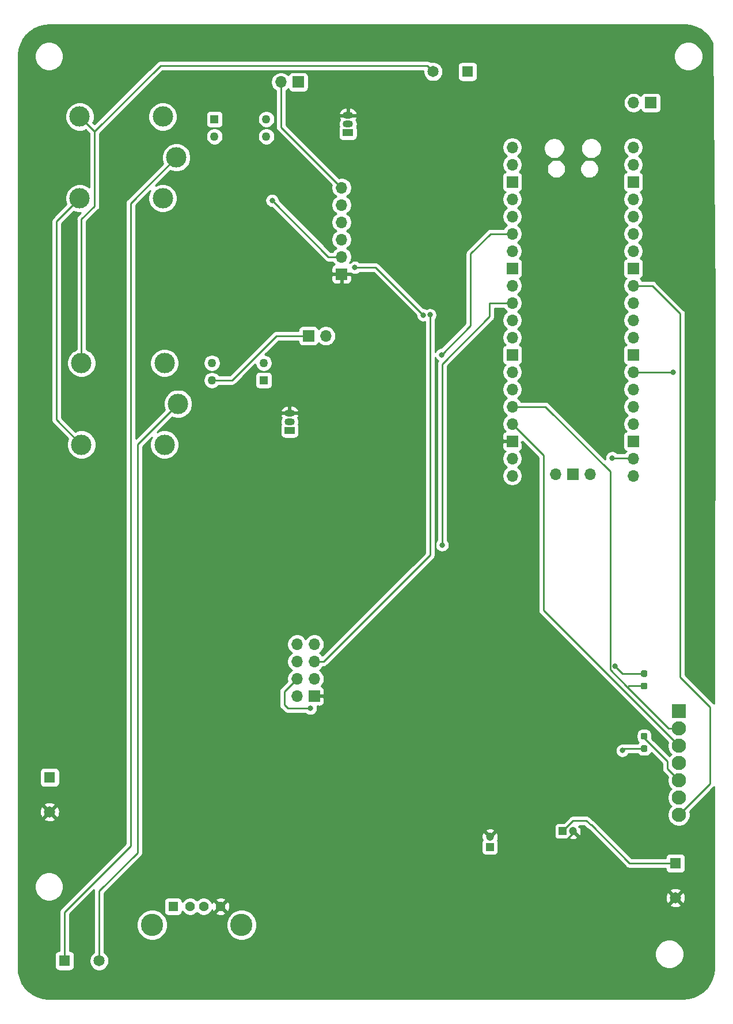
<source format=gbr>
G04 #@! TF.GenerationSoftware,KiCad,Pcbnew,(5.1.10-1-10_14)*
G04 #@! TF.CreationDate,2021-10-13T16:24:28-04:00*
G04 #@! TF.ProjectId,CC_PCB_V1,43435f50-4342-45f5-9631-2e6b69636164,10/13/2021*
G04 #@! TF.SameCoordinates,Original*
G04 #@! TF.FileFunction,Copper,L2,Bot*
G04 #@! TF.FilePolarity,Positive*
%FSLAX46Y46*%
G04 Gerber Fmt 4.6, Leading zero omitted, Abs format (unit mm)*
G04 Created by KiCad (PCBNEW (5.1.10-1-10_14)) date 2021-10-13 16:24:28*
%MOMM*%
%LPD*%
G01*
G04 APERTURE LIST*
G04 #@! TA.AperFunction,ComponentPad*
%ADD10C,3.276000*%
G04 #@! TD*
G04 #@! TA.AperFunction,ComponentPad*
%ADD11C,1.428000*%
G04 #@! TD*
G04 #@! TA.AperFunction,ComponentPad*
%ADD12R,1.428000X1.428000*%
G04 #@! TD*
G04 #@! TA.AperFunction,ComponentPad*
%ADD13C,1.200000*%
G04 #@! TD*
G04 #@! TA.AperFunction,ComponentPad*
%ADD14R,1.200000X1.200000*%
G04 #@! TD*
G04 #@! TA.AperFunction,ComponentPad*
%ADD15C,3.000000*%
G04 #@! TD*
G04 #@! TA.AperFunction,ComponentPad*
%ADD16R,1.500000X1.050000*%
G04 #@! TD*
G04 #@! TA.AperFunction,ComponentPad*
%ADD17O,1.500000X1.050000*%
G04 #@! TD*
G04 #@! TA.AperFunction,ComponentPad*
%ADD18C,1.260000*%
G04 #@! TD*
G04 #@! TA.AperFunction,ComponentPad*
%ADD19R,1.260000X1.260000*%
G04 #@! TD*
G04 #@! TA.AperFunction,ComponentPad*
%ADD20O,1.700000X1.700000*%
G04 #@! TD*
G04 #@! TA.AperFunction,ComponentPad*
%ADD21R,1.700000X1.700000*%
G04 #@! TD*
G04 #@! TA.AperFunction,ComponentPad*
%ADD22C,1.650000*%
G04 #@! TD*
G04 #@! TA.AperFunction,ComponentPad*
%ADD23R,1.650000X1.650000*%
G04 #@! TD*
G04 #@! TA.AperFunction,ComponentPad*
%ADD24C,2.100000*%
G04 #@! TD*
G04 #@! TA.AperFunction,ComponentPad*
%ADD25R,2.100000X2.100000*%
G04 #@! TD*
G04 #@! TA.AperFunction,ViaPad*
%ADD26C,0.800000*%
G04 #@! TD*
G04 #@! TA.AperFunction,Conductor*
%ADD27C,0.250000*%
G04 #@! TD*
G04 #@! TA.AperFunction,Conductor*
%ADD28C,0.254000*%
G04 #@! TD*
G04 #@! TA.AperFunction,Conductor*
%ADD29C,0.100000*%
G04 #@! TD*
G04 APERTURE END LIST*
G04 #@! TA.AperFunction,SMDPad,CuDef*
G36*
G01*
X147262500Y-114025000D02*
X147737500Y-114025000D01*
G75*
G02*
X147975000Y-114262500I0J-237500D01*
G01*
X147975000Y-114762500D01*
G75*
G02*
X147737500Y-115000000I-237500J0D01*
G01*
X147262500Y-115000000D01*
G75*
G02*
X147025000Y-114762500I0J237500D01*
G01*
X147025000Y-114262500D01*
G75*
G02*
X147262500Y-114025000I237500J0D01*
G01*
G37*
G04 #@! TD.AperFunction*
G04 #@! TA.AperFunction,SMDPad,CuDef*
G36*
G01*
X147262500Y-112200000D02*
X147737500Y-112200000D01*
G75*
G02*
X147975000Y-112437500I0J-237500D01*
G01*
X147975000Y-112937500D01*
G75*
G02*
X147737500Y-113175000I-237500J0D01*
G01*
X147262500Y-113175000D01*
G75*
G02*
X147025000Y-112937500I0J237500D01*
G01*
X147025000Y-112437500D01*
G75*
G02*
X147262500Y-112200000I237500J0D01*
G01*
G37*
G04 #@! TD.AperFunction*
G04 #@! TA.AperFunction,SMDPad,CuDef*
G36*
G01*
X147737500Y-122375000D02*
X147262500Y-122375000D01*
G75*
G02*
X147025000Y-122137500I0J237500D01*
G01*
X147025000Y-121637500D01*
G75*
G02*
X147262500Y-121400000I237500J0D01*
G01*
X147737500Y-121400000D01*
G75*
G02*
X147975000Y-121637500I0J-237500D01*
G01*
X147975000Y-122137500D01*
G75*
G02*
X147737500Y-122375000I-237500J0D01*
G01*
G37*
G04 #@! TD.AperFunction*
G04 #@! TA.AperFunction,SMDPad,CuDef*
G36*
G01*
X147737500Y-124200000D02*
X147262500Y-124200000D01*
G75*
G02*
X147025000Y-123962500I0J237500D01*
G01*
X147025000Y-123462500D01*
G75*
G02*
X147262500Y-123225000I237500J0D01*
G01*
X147737500Y-123225000D01*
G75*
G02*
X147975000Y-123462500I0J-237500D01*
G01*
X147975000Y-123962500D01*
G75*
G02*
X147737500Y-124200000I-237500J0D01*
G01*
G37*
G04 #@! TD.AperFunction*
D10*
X88307200Y-149618700D03*
X75167200Y-149618700D03*
D11*
X85237200Y-146908700D03*
X82737200Y-146908700D03*
X80737200Y-146908700D03*
D12*
X78237200Y-146908700D03*
D13*
X124828300Y-136663300D03*
D14*
X124828300Y-138163300D03*
D13*
X137021700Y-135851900D03*
D14*
X135521700Y-135851900D03*
D15*
X78970000Y-73056000D03*
X76970000Y-79056000D03*
X64770000Y-79056000D03*
X64770000Y-67056000D03*
X76970000Y-67056000D03*
X78716000Y-36861000D03*
X76716000Y-42861000D03*
X64516000Y-42861000D03*
X64516000Y-30861000D03*
X76716000Y-30861000D03*
D16*
X95377000Y-76962000D03*
D17*
X95377000Y-74422000D03*
X95377000Y-75692000D03*
D16*
X103949500Y-33210500D03*
D17*
X103949500Y-30670500D03*
X103949500Y-31940500D03*
D18*
X83947000Y-69596000D03*
X83947000Y-67056000D03*
X91567000Y-67056000D03*
D19*
X91567000Y-69596000D03*
D18*
X91948000Y-31242000D03*
X91948000Y-33782000D03*
X84328000Y-33782000D03*
D19*
X84328000Y-31242000D03*
D20*
X145948400Y-28816300D03*
D21*
X148488400Y-28816300D03*
D22*
X67360800Y-154889200D03*
D23*
X62280800Y-154889200D03*
D22*
X116471700Y-24244300D03*
D23*
X121551700Y-24244300D03*
D20*
X100685600Y-63080900D03*
D21*
X98145600Y-63080900D03*
D20*
X94107000Y-25781000D03*
D21*
X96647000Y-25781000D03*
D20*
X103000000Y-41300000D03*
X103000000Y-43840000D03*
X103000000Y-46380000D03*
X103000000Y-48920000D03*
X103000000Y-51460000D03*
D21*
X103000000Y-54000000D03*
D20*
X96460000Y-108380000D03*
X99000000Y-108380000D03*
X96460000Y-110920000D03*
X99000000Y-110920000D03*
X96460000Y-113460000D03*
X99000000Y-113460000D03*
X96460000Y-116000000D03*
D21*
X99000000Y-116000000D03*
D22*
X152100000Y-145640000D03*
D23*
X152100000Y-140560000D03*
D20*
X139540000Y-83400000D03*
D21*
X137000000Y-83400000D03*
D20*
X134460000Y-83400000D03*
X145890000Y-35370000D03*
X145890000Y-37910000D03*
D21*
X145890000Y-40450000D03*
D20*
X145890000Y-42990000D03*
X145890000Y-45530000D03*
X145890000Y-48070000D03*
X145890000Y-50610000D03*
D21*
X145890000Y-53150000D03*
D20*
X145890000Y-55690000D03*
X145890000Y-58230000D03*
X145890000Y-60770000D03*
X145890000Y-63310000D03*
D21*
X145890000Y-65850000D03*
D20*
X145890000Y-68390000D03*
X145890000Y-70930000D03*
X145890000Y-73470000D03*
X145890000Y-76010000D03*
D21*
X145890000Y-78550000D03*
D20*
X145890000Y-81090000D03*
X145890000Y-83630000D03*
X128110000Y-83630000D03*
X128110000Y-81090000D03*
D21*
X128110000Y-78550000D03*
D20*
X128110000Y-76010000D03*
X128110000Y-73470000D03*
X128110000Y-70930000D03*
X128110000Y-68390000D03*
D21*
X128110000Y-65850000D03*
D20*
X128110000Y-63310000D03*
X128110000Y-60770000D03*
X128110000Y-58230000D03*
X128110000Y-55690000D03*
D21*
X128110000Y-53150000D03*
D20*
X128110000Y-50610000D03*
X128110000Y-48070000D03*
X128110000Y-45530000D03*
X128110000Y-42990000D03*
D21*
X128110000Y-40450000D03*
D20*
X128110000Y-37910000D03*
X128110000Y-35370000D03*
D24*
X152600000Y-133440000D03*
X152600000Y-130900000D03*
X152600000Y-128360000D03*
X152600000Y-125820000D03*
X152600000Y-123280000D03*
X152600000Y-120740000D03*
D25*
X152600000Y-118200000D03*
D22*
X60096400Y-133019800D03*
D23*
X60096400Y-127939800D03*
D26*
X117725000Y-65851485D03*
X117800000Y-93800000D03*
X116012653Y-59987347D03*
X98412653Y-117787347D03*
X154200000Y-145300000D03*
X103000000Y-56000000D03*
X102000000Y-116000000D03*
X87000000Y-147000000D03*
X62000000Y-134000000D03*
X131000000Y-137000000D03*
X98000000Y-74300000D03*
X106700000Y-30400000D03*
X130200000Y-79600000D03*
X142800000Y-81000000D03*
X151725000Y-68400000D03*
X104987347Y-53012653D03*
X115000000Y-60000000D03*
X92800000Y-43175000D03*
X144300000Y-124000000D03*
X143225000Y-111603660D03*
D27*
X122000000Y-61576485D02*
X117725000Y-65851485D01*
X122000000Y-51000000D02*
X122000000Y-61576485D01*
X124930000Y-48070000D02*
X122000000Y-51000000D01*
X128110000Y-48070000D02*
X124930000Y-48070000D01*
X124770000Y-60230000D02*
X117800000Y-67200000D01*
X124770000Y-58230000D02*
X124770000Y-60230000D01*
X117800000Y-67200000D02*
X117800000Y-93800000D01*
X128110000Y-58230000D02*
X124770000Y-58230000D01*
X100380000Y-110920000D02*
X99000000Y-110920000D01*
X116000000Y-95300000D02*
X100380000Y-110920000D01*
X116000000Y-60565685D02*
X116000000Y-95300000D01*
X116012653Y-60553032D02*
X116000000Y-60565685D01*
X116012653Y-59987347D02*
X116012653Y-60553032D01*
X98412653Y-117787347D02*
X95087347Y-117787347D01*
X95087347Y-117787347D02*
X94600000Y-117300000D01*
X94600000Y-115320000D02*
X96460000Y-113460000D01*
X94600000Y-117300000D02*
X94600000Y-115320000D01*
X99000000Y-116000000D02*
X102000000Y-116000000D01*
X137021700Y-136136902D02*
X137021700Y-135851900D01*
X136158602Y-137000000D02*
X137021700Y-136136902D01*
X131000000Y-137000000D02*
X136158602Y-137000000D01*
X94107000Y-32407000D02*
X103000000Y-41300000D01*
X94107000Y-25781000D02*
X94107000Y-32407000D01*
X145800000Y-81000000D02*
X145890000Y-81090000D01*
X142800000Y-81000000D02*
X145800000Y-81000000D01*
X157200000Y-128840000D02*
X152600000Y-133440000D01*
X157200000Y-117600000D02*
X157200000Y-128840000D01*
X152800000Y-113200000D02*
X157200000Y-117600000D01*
X152800000Y-59800000D02*
X152800000Y-113200000D01*
X148690000Y-55690000D02*
X152800000Y-59800000D01*
X145890000Y-55690000D02*
X148690000Y-55690000D01*
X147500000Y-121887500D02*
X147500000Y-122200000D01*
X147500000Y-122200000D02*
X150900000Y-125600000D01*
X150900000Y-126660000D02*
X152600000Y-128360000D01*
X150900000Y-125600000D02*
X150900000Y-126660000D01*
X145900000Y-68400000D02*
X145890000Y-68390000D01*
X151725000Y-68400000D02*
X145900000Y-68400000D01*
X128110000Y-76010000D02*
X132700000Y-80600000D01*
X132700000Y-103380000D02*
X152600000Y-123280000D01*
X132700000Y-80600000D02*
X132700000Y-103380000D01*
X128110000Y-73470000D02*
X128110000Y-73510000D01*
X131870000Y-73470000D02*
X128110000Y-73470000D01*
X132970000Y-73470000D02*
X131870000Y-73470000D01*
X142500000Y-83000000D02*
X132970000Y-73470000D01*
X142500000Y-112124924D02*
X142500000Y-83000000D01*
X152600000Y-120740000D02*
X151115076Y-120740000D01*
X144937538Y-114562462D02*
X142500000Y-112124924D01*
X145287500Y-114512500D02*
X145087538Y-114712462D01*
X147500000Y-114512500D02*
X145287500Y-114512500D01*
X145087538Y-114712462D02*
X144937538Y-114562462D01*
X151115076Y-120740000D02*
X145087538Y-114712462D01*
X152100000Y-140560000D02*
X145360000Y-140560000D01*
X139726899Y-134926899D02*
X139626899Y-134926899D01*
X145360000Y-140560000D02*
X139726899Y-134926899D01*
X139626899Y-134926899D02*
X139000000Y-134300000D01*
X137073600Y-134300000D02*
X135521700Y-135851900D01*
X139000000Y-134300000D02*
X137073600Y-134300000D01*
X108012653Y-53012653D02*
X115000000Y-60000000D01*
X104987347Y-53012653D02*
X108012653Y-53012653D01*
X101085000Y-51460000D02*
X92800000Y-43175000D01*
X103000000Y-51460000D02*
X101085000Y-51460000D01*
X98145600Y-63080900D02*
X93419100Y-63080900D01*
X86904000Y-69596000D02*
X83947000Y-69596000D01*
X93419100Y-63080900D02*
X86904000Y-69596000D01*
X64770000Y-67056000D02*
X64770000Y-45930000D01*
X64770000Y-45930000D02*
X66700000Y-44000000D01*
X66700000Y-33045000D02*
X64516000Y-30861000D01*
X66700000Y-44000000D02*
X66700000Y-33045000D01*
X116471700Y-24244300D02*
X115600000Y-23372600D01*
X76372400Y-23372600D02*
X66700000Y-33045000D01*
X115600000Y-23372600D02*
X76372400Y-23372600D01*
X64770000Y-79056000D02*
X61100000Y-75386000D01*
X61100000Y-46277000D02*
X64516000Y-42861000D01*
X61100000Y-75386000D02*
X61100000Y-46277000D01*
X121551700Y-24244300D02*
X121551700Y-24051700D01*
X67360800Y-154889200D02*
X67360800Y-144639200D01*
X67360800Y-144639200D02*
X73000000Y-139000000D01*
X73000000Y-79026000D02*
X78970000Y-73056000D01*
X73000000Y-139000000D02*
X73000000Y-79026000D01*
X62280800Y-154889200D02*
X62280800Y-147719200D01*
X62280800Y-147719200D02*
X72000000Y-138000000D01*
X72000000Y-43577000D02*
X78716000Y-36861000D01*
X72000000Y-138000000D02*
X72000000Y-43577000D01*
X144587500Y-123712500D02*
X144300000Y-124000000D01*
X147500000Y-123712500D02*
X144587500Y-123712500D01*
X144308840Y-112687500D02*
X143225000Y-111603660D01*
X147500000Y-112687500D02*
X144308840Y-112687500D01*
D28*
X153549086Y-17384999D02*
X154348063Y-17477217D01*
X155093462Y-17699203D01*
X155788984Y-18047252D01*
X156413506Y-18510791D01*
X156948042Y-19075731D01*
X157376359Y-19724912D01*
X157511928Y-20037952D01*
X157876716Y-57871701D01*
X157811413Y-117147015D01*
X157740001Y-117059999D01*
X157711004Y-117036202D01*
X153560000Y-112885199D01*
X153560000Y-59837325D01*
X153563676Y-59800000D01*
X153560000Y-59762675D01*
X153560000Y-59762667D01*
X153549003Y-59651014D01*
X153505546Y-59507753D01*
X153434974Y-59375724D01*
X153340001Y-59259999D01*
X153311004Y-59236202D01*
X149253804Y-55179003D01*
X149230001Y-55149999D01*
X149114276Y-55055026D01*
X148982247Y-54984454D01*
X148838986Y-54940997D01*
X148727333Y-54930000D01*
X148727322Y-54930000D01*
X148690000Y-54926324D01*
X148652678Y-54930000D01*
X147168178Y-54930000D01*
X147043475Y-54743368D01*
X146911620Y-54611513D01*
X146984180Y-54589502D01*
X147094494Y-54530537D01*
X147191185Y-54451185D01*
X147270537Y-54354494D01*
X147329502Y-54244180D01*
X147365812Y-54124482D01*
X147378072Y-54000000D01*
X147378072Y-52300000D01*
X147365812Y-52175518D01*
X147329502Y-52055820D01*
X147270537Y-51945506D01*
X147191185Y-51848815D01*
X147094494Y-51769463D01*
X146984180Y-51710498D01*
X146911620Y-51688487D01*
X147043475Y-51556632D01*
X147205990Y-51313411D01*
X147317932Y-51043158D01*
X147375000Y-50756260D01*
X147375000Y-50463740D01*
X147317932Y-50176842D01*
X147205990Y-49906589D01*
X147043475Y-49663368D01*
X146836632Y-49456525D01*
X146662240Y-49340000D01*
X146836632Y-49223475D01*
X147043475Y-49016632D01*
X147205990Y-48773411D01*
X147317932Y-48503158D01*
X147375000Y-48216260D01*
X147375000Y-47923740D01*
X147317932Y-47636842D01*
X147205990Y-47366589D01*
X147043475Y-47123368D01*
X146836632Y-46916525D01*
X146662240Y-46800000D01*
X146836632Y-46683475D01*
X147043475Y-46476632D01*
X147205990Y-46233411D01*
X147317932Y-45963158D01*
X147375000Y-45676260D01*
X147375000Y-45383740D01*
X147317932Y-45096842D01*
X147205990Y-44826589D01*
X147043475Y-44583368D01*
X146836632Y-44376525D01*
X146662240Y-44260000D01*
X146836632Y-44143475D01*
X147043475Y-43936632D01*
X147205990Y-43693411D01*
X147317932Y-43423158D01*
X147375000Y-43136260D01*
X147375000Y-42843740D01*
X147317932Y-42556842D01*
X147205990Y-42286589D01*
X147043475Y-42043368D01*
X146911620Y-41911513D01*
X146984180Y-41889502D01*
X147094494Y-41830537D01*
X147191185Y-41751185D01*
X147270537Y-41654494D01*
X147329502Y-41544180D01*
X147365812Y-41424482D01*
X147378072Y-41300000D01*
X147378072Y-39600000D01*
X147365812Y-39475518D01*
X147329502Y-39355820D01*
X147270537Y-39245506D01*
X147191185Y-39148815D01*
X147094494Y-39069463D01*
X146984180Y-39010498D01*
X146911620Y-38988487D01*
X147043475Y-38856632D01*
X147205990Y-38613411D01*
X147317932Y-38343158D01*
X147375000Y-38056260D01*
X147375000Y-37763740D01*
X147317932Y-37476842D01*
X147205990Y-37206589D01*
X147043475Y-36963368D01*
X146836632Y-36756525D01*
X146662240Y-36640000D01*
X146836632Y-36523475D01*
X147043475Y-36316632D01*
X147205990Y-36073411D01*
X147317932Y-35803158D01*
X147375000Y-35516260D01*
X147375000Y-35223740D01*
X147317932Y-34936842D01*
X147205990Y-34666589D01*
X147043475Y-34423368D01*
X146836632Y-34216525D01*
X146593411Y-34054010D01*
X146323158Y-33942068D01*
X146036260Y-33885000D01*
X145743740Y-33885000D01*
X145456842Y-33942068D01*
X145186589Y-34054010D01*
X144943368Y-34216525D01*
X144736525Y-34423368D01*
X144574010Y-34666589D01*
X144462068Y-34936842D01*
X144405000Y-35223740D01*
X144405000Y-35516260D01*
X144462068Y-35803158D01*
X144574010Y-36073411D01*
X144736525Y-36316632D01*
X144943368Y-36523475D01*
X145117760Y-36640000D01*
X144943368Y-36756525D01*
X144736525Y-36963368D01*
X144574010Y-37206589D01*
X144462068Y-37476842D01*
X144405000Y-37763740D01*
X144405000Y-38056260D01*
X144462068Y-38343158D01*
X144574010Y-38613411D01*
X144736525Y-38856632D01*
X144868380Y-38988487D01*
X144795820Y-39010498D01*
X144685506Y-39069463D01*
X144588815Y-39148815D01*
X144509463Y-39245506D01*
X144450498Y-39355820D01*
X144414188Y-39475518D01*
X144401928Y-39600000D01*
X144401928Y-41300000D01*
X144414188Y-41424482D01*
X144450498Y-41544180D01*
X144509463Y-41654494D01*
X144588815Y-41751185D01*
X144685506Y-41830537D01*
X144795820Y-41889502D01*
X144868380Y-41911513D01*
X144736525Y-42043368D01*
X144574010Y-42286589D01*
X144462068Y-42556842D01*
X144405000Y-42843740D01*
X144405000Y-43136260D01*
X144462068Y-43423158D01*
X144574010Y-43693411D01*
X144736525Y-43936632D01*
X144943368Y-44143475D01*
X145117760Y-44260000D01*
X144943368Y-44376525D01*
X144736525Y-44583368D01*
X144574010Y-44826589D01*
X144462068Y-45096842D01*
X144405000Y-45383740D01*
X144405000Y-45676260D01*
X144462068Y-45963158D01*
X144574010Y-46233411D01*
X144736525Y-46476632D01*
X144943368Y-46683475D01*
X145117760Y-46800000D01*
X144943368Y-46916525D01*
X144736525Y-47123368D01*
X144574010Y-47366589D01*
X144462068Y-47636842D01*
X144405000Y-47923740D01*
X144405000Y-48216260D01*
X144462068Y-48503158D01*
X144574010Y-48773411D01*
X144736525Y-49016632D01*
X144943368Y-49223475D01*
X145117760Y-49340000D01*
X144943368Y-49456525D01*
X144736525Y-49663368D01*
X144574010Y-49906589D01*
X144462068Y-50176842D01*
X144405000Y-50463740D01*
X144405000Y-50756260D01*
X144462068Y-51043158D01*
X144574010Y-51313411D01*
X144736525Y-51556632D01*
X144868380Y-51688487D01*
X144795820Y-51710498D01*
X144685506Y-51769463D01*
X144588815Y-51848815D01*
X144509463Y-51945506D01*
X144450498Y-52055820D01*
X144414188Y-52175518D01*
X144401928Y-52300000D01*
X144401928Y-54000000D01*
X144414188Y-54124482D01*
X144450498Y-54244180D01*
X144509463Y-54354494D01*
X144588815Y-54451185D01*
X144685506Y-54530537D01*
X144795820Y-54589502D01*
X144868380Y-54611513D01*
X144736525Y-54743368D01*
X144574010Y-54986589D01*
X144462068Y-55256842D01*
X144405000Y-55543740D01*
X144405000Y-55836260D01*
X144462068Y-56123158D01*
X144574010Y-56393411D01*
X144736525Y-56636632D01*
X144943368Y-56843475D01*
X145117760Y-56960000D01*
X144943368Y-57076525D01*
X144736525Y-57283368D01*
X144574010Y-57526589D01*
X144462068Y-57796842D01*
X144405000Y-58083740D01*
X144405000Y-58376260D01*
X144462068Y-58663158D01*
X144574010Y-58933411D01*
X144736525Y-59176632D01*
X144943368Y-59383475D01*
X145117760Y-59500000D01*
X144943368Y-59616525D01*
X144736525Y-59823368D01*
X144574010Y-60066589D01*
X144462068Y-60336842D01*
X144405000Y-60623740D01*
X144405000Y-60916260D01*
X144462068Y-61203158D01*
X144574010Y-61473411D01*
X144736525Y-61716632D01*
X144943368Y-61923475D01*
X145117760Y-62040000D01*
X144943368Y-62156525D01*
X144736525Y-62363368D01*
X144574010Y-62606589D01*
X144462068Y-62876842D01*
X144405000Y-63163740D01*
X144405000Y-63456260D01*
X144462068Y-63743158D01*
X144574010Y-64013411D01*
X144736525Y-64256632D01*
X144868380Y-64388487D01*
X144795820Y-64410498D01*
X144685506Y-64469463D01*
X144588815Y-64548815D01*
X144509463Y-64645506D01*
X144450498Y-64755820D01*
X144414188Y-64875518D01*
X144401928Y-65000000D01*
X144401928Y-66700000D01*
X144414188Y-66824482D01*
X144450498Y-66944180D01*
X144509463Y-67054494D01*
X144588815Y-67151185D01*
X144685506Y-67230537D01*
X144795820Y-67289502D01*
X144868380Y-67311513D01*
X144736525Y-67443368D01*
X144574010Y-67686589D01*
X144462068Y-67956842D01*
X144405000Y-68243740D01*
X144405000Y-68536260D01*
X144462068Y-68823158D01*
X144574010Y-69093411D01*
X144736525Y-69336632D01*
X144943368Y-69543475D01*
X145117760Y-69660000D01*
X144943368Y-69776525D01*
X144736525Y-69983368D01*
X144574010Y-70226589D01*
X144462068Y-70496842D01*
X144405000Y-70783740D01*
X144405000Y-71076260D01*
X144462068Y-71363158D01*
X144574010Y-71633411D01*
X144736525Y-71876632D01*
X144943368Y-72083475D01*
X145117760Y-72200000D01*
X144943368Y-72316525D01*
X144736525Y-72523368D01*
X144574010Y-72766589D01*
X144462068Y-73036842D01*
X144405000Y-73323740D01*
X144405000Y-73616260D01*
X144462068Y-73903158D01*
X144574010Y-74173411D01*
X144736525Y-74416632D01*
X144943368Y-74623475D01*
X145117760Y-74740000D01*
X144943368Y-74856525D01*
X144736525Y-75063368D01*
X144574010Y-75306589D01*
X144462068Y-75576842D01*
X144405000Y-75863740D01*
X144405000Y-76156260D01*
X144462068Y-76443158D01*
X144574010Y-76713411D01*
X144736525Y-76956632D01*
X144868380Y-77088487D01*
X144795820Y-77110498D01*
X144685506Y-77169463D01*
X144588815Y-77248815D01*
X144509463Y-77345506D01*
X144450498Y-77455820D01*
X144414188Y-77575518D01*
X144401928Y-77700000D01*
X144401928Y-79400000D01*
X144414188Y-79524482D01*
X144450498Y-79644180D01*
X144509463Y-79754494D01*
X144588815Y-79851185D01*
X144685506Y-79930537D01*
X144795820Y-79989502D01*
X144868380Y-80011513D01*
X144736525Y-80143368D01*
X144671958Y-80240000D01*
X143503711Y-80240000D01*
X143459774Y-80196063D01*
X143290256Y-80082795D01*
X143101898Y-80004774D01*
X142901939Y-79965000D01*
X142698061Y-79965000D01*
X142498102Y-80004774D01*
X142309744Y-80082795D01*
X142140226Y-80196063D01*
X141996063Y-80340226D01*
X141882795Y-80509744D01*
X141804774Y-80698102D01*
X141765000Y-80898061D01*
X141765000Y-81101939D01*
X141786915Y-81212113D01*
X133533804Y-72959003D01*
X133510001Y-72929999D01*
X133394276Y-72835026D01*
X133262247Y-72764454D01*
X133118986Y-72720997D01*
X133007333Y-72710000D01*
X133007322Y-72710000D01*
X132970000Y-72706324D01*
X132932678Y-72710000D01*
X129388178Y-72710000D01*
X129263475Y-72523368D01*
X129056632Y-72316525D01*
X128882240Y-72200000D01*
X129056632Y-72083475D01*
X129263475Y-71876632D01*
X129425990Y-71633411D01*
X129537932Y-71363158D01*
X129595000Y-71076260D01*
X129595000Y-70783740D01*
X129537932Y-70496842D01*
X129425990Y-70226589D01*
X129263475Y-69983368D01*
X129056632Y-69776525D01*
X128882240Y-69660000D01*
X129056632Y-69543475D01*
X129263475Y-69336632D01*
X129425990Y-69093411D01*
X129537932Y-68823158D01*
X129595000Y-68536260D01*
X129595000Y-68243740D01*
X129537932Y-67956842D01*
X129425990Y-67686589D01*
X129263475Y-67443368D01*
X129131620Y-67311513D01*
X129204180Y-67289502D01*
X129314494Y-67230537D01*
X129411185Y-67151185D01*
X129490537Y-67054494D01*
X129549502Y-66944180D01*
X129585812Y-66824482D01*
X129598072Y-66700000D01*
X129598072Y-65000000D01*
X129585812Y-64875518D01*
X129549502Y-64755820D01*
X129490537Y-64645506D01*
X129411185Y-64548815D01*
X129314494Y-64469463D01*
X129204180Y-64410498D01*
X129131620Y-64388487D01*
X129263475Y-64256632D01*
X129425990Y-64013411D01*
X129537932Y-63743158D01*
X129595000Y-63456260D01*
X129595000Y-63163740D01*
X129537932Y-62876842D01*
X129425990Y-62606589D01*
X129263475Y-62363368D01*
X129056632Y-62156525D01*
X128882240Y-62040000D01*
X129056632Y-61923475D01*
X129263475Y-61716632D01*
X129425990Y-61473411D01*
X129537932Y-61203158D01*
X129595000Y-60916260D01*
X129595000Y-60623740D01*
X129537932Y-60336842D01*
X129425990Y-60066589D01*
X129263475Y-59823368D01*
X129056632Y-59616525D01*
X128882240Y-59500000D01*
X129056632Y-59383475D01*
X129263475Y-59176632D01*
X129425990Y-58933411D01*
X129537932Y-58663158D01*
X129595000Y-58376260D01*
X129595000Y-58083740D01*
X129537932Y-57796842D01*
X129425990Y-57526589D01*
X129263475Y-57283368D01*
X129056632Y-57076525D01*
X128882240Y-56960000D01*
X129056632Y-56843475D01*
X129263475Y-56636632D01*
X129425990Y-56393411D01*
X129537932Y-56123158D01*
X129595000Y-55836260D01*
X129595000Y-55543740D01*
X129537932Y-55256842D01*
X129425990Y-54986589D01*
X129263475Y-54743368D01*
X129131620Y-54611513D01*
X129204180Y-54589502D01*
X129314494Y-54530537D01*
X129411185Y-54451185D01*
X129490537Y-54354494D01*
X129549502Y-54244180D01*
X129585812Y-54124482D01*
X129598072Y-54000000D01*
X129598072Y-52300000D01*
X129585812Y-52175518D01*
X129549502Y-52055820D01*
X129490537Y-51945506D01*
X129411185Y-51848815D01*
X129314494Y-51769463D01*
X129204180Y-51710498D01*
X129131620Y-51688487D01*
X129263475Y-51556632D01*
X129425990Y-51313411D01*
X129537932Y-51043158D01*
X129595000Y-50756260D01*
X129595000Y-50463740D01*
X129537932Y-50176842D01*
X129425990Y-49906589D01*
X129263475Y-49663368D01*
X129056632Y-49456525D01*
X128882240Y-49340000D01*
X129056632Y-49223475D01*
X129263475Y-49016632D01*
X129425990Y-48773411D01*
X129537932Y-48503158D01*
X129595000Y-48216260D01*
X129595000Y-47923740D01*
X129537932Y-47636842D01*
X129425990Y-47366589D01*
X129263475Y-47123368D01*
X129056632Y-46916525D01*
X128882240Y-46800000D01*
X129056632Y-46683475D01*
X129263475Y-46476632D01*
X129425990Y-46233411D01*
X129537932Y-45963158D01*
X129595000Y-45676260D01*
X129595000Y-45383740D01*
X129537932Y-45096842D01*
X129425990Y-44826589D01*
X129263475Y-44583368D01*
X129056632Y-44376525D01*
X128882240Y-44260000D01*
X129056632Y-44143475D01*
X129263475Y-43936632D01*
X129425990Y-43693411D01*
X129537932Y-43423158D01*
X129595000Y-43136260D01*
X129595000Y-42843740D01*
X129537932Y-42556842D01*
X129425990Y-42286589D01*
X129263475Y-42043368D01*
X129131620Y-41911513D01*
X129204180Y-41889502D01*
X129314494Y-41830537D01*
X129411185Y-41751185D01*
X129490537Y-41654494D01*
X129549502Y-41544180D01*
X129585812Y-41424482D01*
X129598072Y-41300000D01*
X129598072Y-39600000D01*
X129585812Y-39475518D01*
X129549502Y-39355820D01*
X129490537Y-39245506D01*
X129411185Y-39148815D01*
X129314494Y-39069463D01*
X129204180Y-39010498D01*
X129131620Y-38988487D01*
X129263475Y-38856632D01*
X129425990Y-38613411D01*
X129517042Y-38393589D01*
X133190000Y-38393589D01*
X133190000Y-38666411D01*
X133243225Y-38933989D01*
X133347629Y-39186043D01*
X133499201Y-39412886D01*
X133692114Y-39605799D01*
X133918957Y-39757371D01*
X134171011Y-39861775D01*
X134438589Y-39915000D01*
X134711411Y-39915000D01*
X134978989Y-39861775D01*
X135231043Y-39757371D01*
X135457886Y-39605799D01*
X135650799Y-39412886D01*
X135802371Y-39186043D01*
X135906775Y-38933989D01*
X135960000Y-38666411D01*
X135960000Y-38393589D01*
X138040000Y-38393589D01*
X138040000Y-38666411D01*
X138093225Y-38933989D01*
X138197629Y-39186043D01*
X138349201Y-39412886D01*
X138542114Y-39605799D01*
X138768957Y-39757371D01*
X139021011Y-39861775D01*
X139288589Y-39915000D01*
X139561411Y-39915000D01*
X139828989Y-39861775D01*
X140081043Y-39757371D01*
X140307886Y-39605799D01*
X140500799Y-39412886D01*
X140652371Y-39186043D01*
X140756775Y-38933989D01*
X140810000Y-38666411D01*
X140810000Y-38393589D01*
X140756775Y-38126011D01*
X140652371Y-37873957D01*
X140500799Y-37647114D01*
X140307886Y-37454201D01*
X140081043Y-37302629D01*
X139828989Y-37198225D01*
X139561411Y-37145000D01*
X139288589Y-37145000D01*
X139021011Y-37198225D01*
X138768957Y-37302629D01*
X138542114Y-37454201D01*
X138349201Y-37647114D01*
X138197629Y-37873957D01*
X138093225Y-38126011D01*
X138040000Y-38393589D01*
X135960000Y-38393589D01*
X135906775Y-38126011D01*
X135802371Y-37873957D01*
X135650799Y-37647114D01*
X135457886Y-37454201D01*
X135231043Y-37302629D01*
X134978989Y-37198225D01*
X134711411Y-37145000D01*
X134438589Y-37145000D01*
X134171011Y-37198225D01*
X133918957Y-37302629D01*
X133692114Y-37454201D01*
X133499201Y-37647114D01*
X133347629Y-37873957D01*
X133243225Y-38126011D01*
X133190000Y-38393589D01*
X129517042Y-38393589D01*
X129537932Y-38343158D01*
X129595000Y-38056260D01*
X129595000Y-37763740D01*
X129537932Y-37476842D01*
X129425990Y-37206589D01*
X129263475Y-36963368D01*
X129056632Y-36756525D01*
X128882240Y-36640000D01*
X129056632Y-36523475D01*
X129263475Y-36316632D01*
X129425990Y-36073411D01*
X129537932Y-35803158D01*
X129595000Y-35516260D01*
X129595000Y-35348816D01*
X132740000Y-35348816D01*
X132740000Y-35651184D01*
X132798989Y-35947743D01*
X132914701Y-36227095D01*
X133082688Y-36478505D01*
X133296495Y-36692312D01*
X133547905Y-36860299D01*
X133827257Y-36976011D01*
X134123816Y-37035000D01*
X134426184Y-37035000D01*
X134722743Y-36976011D01*
X135002095Y-36860299D01*
X135253505Y-36692312D01*
X135467312Y-36478505D01*
X135635299Y-36227095D01*
X135751011Y-35947743D01*
X135810000Y-35651184D01*
X135810000Y-35348816D01*
X138190000Y-35348816D01*
X138190000Y-35651184D01*
X138248989Y-35947743D01*
X138364701Y-36227095D01*
X138532688Y-36478505D01*
X138746495Y-36692312D01*
X138997905Y-36860299D01*
X139277257Y-36976011D01*
X139573816Y-37035000D01*
X139876184Y-37035000D01*
X140172743Y-36976011D01*
X140452095Y-36860299D01*
X140703505Y-36692312D01*
X140917312Y-36478505D01*
X141085299Y-36227095D01*
X141201011Y-35947743D01*
X141260000Y-35651184D01*
X141260000Y-35348816D01*
X141201011Y-35052257D01*
X141085299Y-34772905D01*
X140917312Y-34521495D01*
X140703505Y-34307688D01*
X140452095Y-34139701D01*
X140172743Y-34023989D01*
X139876184Y-33965000D01*
X139573816Y-33965000D01*
X139277257Y-34023989D01*
X138997905Y-34139701D01*
X138746495Y-34307688D01*
X138532688Y-34521495D01*
X138364701Y-34772905D01*
X138248989Y-35052257D01*
X138190000Y-35348816D01*
X135810000Y-35348816D01*
X135751011Y-35052257D01*
X135635299Y-34772905D01*
X135467312Y-34521495D01*
X135253505Y-34307688D01*
X135002095Y-34139701D01*
X134722743Y-34023989D01*
X134426184Y-33965000D01*
X134123816Y-33965000D01*
X133827257Y-34023989D01*
X133547905Y-34139701D01*
X133296495Y-34307688D01*
X133082688Y-34521495D01*
X132914701Y-34772905D01*
X132798989Y-35052257D01*
X132740000Y-35348816D01*
X129595000Y-35348816D01*
X129595000Y-35223740D01*
X129537932Y-34936842D01*
X129425990Y-34666589D01*
X129263475Y-34423368D01*
X129056632Y-34216525D01*
X128813411Y-34054010D01*
X128543158Y-33942068D01*
X128256260Y-33885000D01*
X127963740Y-33885000D01*
X127676842Y-33942068D01*
X127406589Y-34054010D01*
X127163368Y-34216525D01*
X126956525Y-34423368D01*
X126794010Y-34666589D01*
X126682068Y-34936842D01*
X126625000Y-35223740D01*
X126625000Y-35516260D01*
X126682068Y-35803158D01*
X126794010Y-36073411D01*
X126956525Y-36316632D01*
X127163368Y-36523475D01*
X127337760Y-36640000D01*
X127163368Y-36756525D01*
X126956525Y-36963368D01*
X126794010Y-37206589D01*
X126682068Y-37476842D01*
X126625000Y-37763740D01*
X126625000Y-38056260D01*
X126682068Y-38343158D01*
X126794010Y-38613411D01*
X126956525Y-38856632D01*
X127088380Y-38988487D01*
X127015820Y-39010498D01*
X126905506Y-39069463D01*
X126808815Y-39148815D01*
X126729463Y-39245506D01*
X126670498Y-39355820D01*
X126634188Y-39475518D01*
X126621928Y-39600000D01*
X126621928Y-41300000D01*
X126634188Y-41424482D01*
X126670498Y-41544180D01*
X126729463Y-41654494D01*
X126808815Y-41751185D01*
X126905506Y-41830537D01*
X127015820Y-41889502D01*
X127088380Y-41911513D01*
X126956525Y-42043368D01*
X126794010Y-42286589D01*
X126682068Y-42556842D01*
X126625000Y-42843740D01*
X126625000Y-43136260D01*
X126682068Y-43423158D01*
X126794010Y-43693411D01*
X126956525Y-43936632D01*
X127163368Y-44143475D01*
X127337760Y-44260000D01*
X127163368Y-44376525D01*
X126956525Y-44583368D01*
X126794010Y-44826589D01*
X126682068Y-45096842D01*
X126625000Y-45383740D01*
X126625000Y-45676260D01*
X126682068Y-45963158D01*
X126794010Y-46233411D01*
X126956525Y-46476632D01*
X127163368Y-46683475D01*
X127337760Y-46800000D01*
X127163368Y-46916525D01*
X126956525Y-47123368D01*
X126831822Y-47310000D01*
X124967325Y-47310000D01*
X124930000Y-47306324D01*
X124892675Y-47310000D01*
X124892667Y-47310000D01*
X124781014Y-47320997D01*
X124637753Y-47364454D01*
X124505724Y-47435026D01*
X124389999Y-47529999D01*
X124366201Y-47558997D01*
X121489003Y-50436196D01*
X121459999Y-50459999D01*
X121416201Y-50513368D01*
X121365026Y-50575724D01*
X121298599Y-50700000D01*
X121294454Y-50707754D01*
X121250997Y-50851015D01*
X121240000Y-50962668D01*
X121240000Y-50962678D01*
X121236324Y-51000000D01*
X121240000Y-51037322D01*
X121240001Y-61261682D01*
X117685199Y-64816485D01*
X117623061Y-64816485D01*
X117423102Y-64856259D01*
X117234744Y-64934280D01*
X117065226Y-65047548D01*
X116921063Y-65191711D01*
X116807795Y-65361229D01*
X116760000Y-65476616D01*
X116760000Y-60707477D01*
X116761640Y-60702071D01*
X116816590Y-60647121D01*
X116929858Y-60477603D01*
X117007879Y-60289245D01*
X117047653Y-60089286D01*
X117047653Y-59885408D01*
X117007879Y-59685449D01*
X116929858Y-59497091D01*
X116816590Y-59327573D01*
X116672427Y-59183410D01*
X116502909Y-59070142D01*
X116314551Y-58992121D01*
X116114592Y-58952347D01*
X115910714Y-58952347D01*
X115710755Y-58992121D01*
X115522397Y-59070142D01*
X115496858Y-59087206D01*
X115490256Y-59082795D01*
X115301898Y-59004774D01*
X115101939Y-58965000D01*
X115039802Y-58965000D01*
X108576457Y-52501656D01*
X108552654Y-52472652D01*
X108436929Y-52377679D01*
X108304900Y-52307107D01*
X108161639Y-52263650D01*
X108049986Y-52252653D01*
X108049975Y-52252653D01*
X108012653Y-52248977D01*
X107975331Y-52252653D01*
X105691058Y-52252653D01*
X105647121Y-52208716D01*
X105477603Y-52095448D01*
X105289245Y-52017427D01*
X105089286Y-51977653D01*
X104885408Y-51977653D01*
X104685449Y-52017427D01*
X104497091Y-52095448D01*
X104327573Y-52208716D01*
X104201437Y-52334852D01*
X104315990Y-52163411D01*
X104427932Y-51893158D01*
X104485000Y-51606260D01*
X104485000Y-51313740D01*
X104427932Y-51026842D01*
X104315990Y-50756589D01*
X104153475Y-50513368D01*
X103946632Y-50306525D01*
X103772240Y-50190000D01*
X103946632Y-50073475D01*
X104153475Y-49866632D01*
X104315990Y-49623411D01*
X104427932Y-49353158D01*
X104485000Y-49066260D01*
X104485000Y-48773740D01*
X104427932Y-48486842D01*
X104315990Y-48216589D01*
X104153475Y-47973368D01*
X103946632Y-47766525D01*
X103772240Y-47650000D01*
X103946632Y-47533475D01*
X104153475Y-47326632D01*
X104315990Y-47083411D01*
X104427932Y-46813158D01*
X104485000Y-46526260D01*
X104485000Y-46233740D01*
X104427932Y-45946842D01*
X104315990Y-45676589D01*
X104153475Y-45433368D01*
X103946632Y-45226525D01*
X103772240Y-45110000D01*
X103946632Y-44993475D01*
X104153475Y-44786632D01*
X104315990Y-44543411D01*
X104427932Y-44273158D01*
X104485000Y-43986260D01*
X104485000Y-43693740D01*
X104427932Y-43406842D01*
X104315990Y-43136589D01*
X104153475Y-42893368D01*
X103946632Y-42686525D01*
X103772240Y-42570000D01*
X103946632Y-42453475D01*
X104153475Y-42246632D01*
X104315990Y-42003411D01*
X104427932Y-41733158D01*
X104485000Y-41446260D01*
X104485000Y-41153740D01*
X104427932Y-40866842D01*
X104315990Y-40596589D01*
X104153475Y-40353368D01*
X103946632Y-40146525D01*
X103703411Y-39984010D01*
X103433158Y-39872068D01*
X103146260Y-39815000D01*
X102853740Y-39815000D01*
X102633592Y-39858790D01*
X94867000Y-32092199D01*
X94867000Y-31940500D01*
X102558888Y-31940500D01*
X102581285Y-32167900D01*
X102644593Y-32376598D01*
X102609998Y-32441320D01*
X102573688Y-32561018D01*
X102561428Y-32685500D01*
X102561428Y-33735500D01*
X102573688Y-33859982D01*
X102609998Y-33979680D01*
X102668963Y-34089994D01*
X102748315Y-34186685D01*
X102845006Y-34266037D01*
X102955320Y-34325002D01*
X103075018Y-34361312D01*
X103199500Y-34373572D01*
X104699500Y-34373572D01*
X104823982Y-34361312D01*
X104943680Y-34325002D01*
X105053994Y-34266037D01*
X105150685Y-34186685D01*
X105230037Y-34089994D01*
X105289002Y-33979680D01*
X105325312Y-33859982D01*
X105337572Y-33735500D01*
X105337572Y-32685500D01*
X105325312Y-32561018D01*
X105289002Y-32441320D01*
X105254407Y-32376598D01*
X105317715Y-32167900D01*
X105340112Y-31940500D01*
X105317715Y-31713100D01*
X105251385Y-31494440D01*
X105150571Y-31305831D01*
X105191775Y-31247382D01*
X105284772Y-31037837D01*
X105293464Y-30976310D01*
X105167663Y-30797500D01*
X104402609Y-30797500D01*
X104401900Y-30797285D01*
X104231479Y-30780500D01*
X103667521Y-30780500D01*
X103497100Y-30797285D01*
X103496391Y-30797500D01*
X102731337Y-30797500D01*
X102605536Y-30976310D01*
X102614228Y-31037837D01*
X102707225Y-31247382D01*
X102748429Y-31305831D01*
X102647615Y-31494440D01*
X102581285Y-31713100D01*
X102558888Y-31940500D01*
X94867000Y-31940500D01*
X94867000Y-30364690D01*
X102605536Y-30364690D01*
X102731337Y-30543500D01*
X103822500Y-30543500D01*
X103822500Y-29663902D01*
X104076500Y-29663902D01*
X104076500Y-30543500D01*
X105167663Y-30543500D01*
X105293464Y-30364690D01*
X105284772Y-30303163D01*
X105191775Y-30093618D01*
X105059684Y-29906242D01*
X104893576Y-29748236D01*
X104699834Y-29625672D01*
X104485904Y-29543261D01*
X104260007Y-29504169D01*
X104076500Y-29663902D01*
X103822500Y-29663902D01*
X103638993Y-29504169D01*
X103413096Y-29543261D01*
X103199166Y-29625672D01*
X103005424Y-29748236D01*
X102839316Y-29906242D01*
X102707225Y-30093618D01*
X102614228Y-30303163D01*
X102605536Y-30364690D01*
X94867000Y-30364690D01*
X94867000Y-28670040D01*
X144463400Y-28670040D01*
X144463400Y-28962560D01*
X144520468Y-29249458D01*
X144632410Y-29519711D01*
X144794925Y-29762932D01*
X145001768Y-29969775D01*
X145244989Y-30132290D01*
X145515242Y-30244232D01*
X145802140Y-30301300D01*
X146094660Y-30301300D01*
X146381558Y-30244232D01*
X146651811Y-30132290D01*
X146895032Y-29969775D01*
X147026887Y-29837920D01*
X147048898Y-29910480D01*
X147107863Y-30020794D01*
X147187215Y-30117485D01*
X147283906Y-30196837D01*
X147394220Y-30255802D01*
X147513918Y-30292112D01*
X147638400Y-30304372D01*
X149338400Y-30304372D01*
X149462882Y-30292112D01*
X149582580Y-30255802D01*
X149692894Y-30196837D01*
X149789585Y-30117485D01*
X149868937Y-30020794D01*
X149927902Y-29910480D01*
X149964212Y-29790782D01*
X149976472Y-29666300D01*
X149976472Y-27966300D01*
X149964212Y-27841818D01*
X149927902Y-27722120D01*
X149868937Y-27611806D01*
X149789585Y-27515115D01*
X149692894Y-27435763D01*
X149582580Y-27376798D01*
X149462882Y-27340488D01*
X149338400Y-27328228D01*
X147638400Y-27328228D01*
X147513918Y-27340488D01*
X147394220Y-27376798D01*
X147283906Y-27435763D01*
X147187215Y-27515115D01*
X147107863Y-27611806D01*
X147048898Y-27722120D01*
X147026887Y-27794680D01*
X146895032Y-27662825D01*
X146651811Y-27500310D01*
X146381558Y-27388368D01*
X146094660Y-27331300D01*
X145802140Y-27331300D01*
X145515242Y-27388368D01*
X145244989Y-27500310D01*
X145001768Y-27662825D01*
X144794925Y-27869668D01*
X144632410Y-28112889D01*
X144520468Y-28383142D01*
X144463400Y-28670040D01*
X94867000Y-28670040D01*
X94867000Y-27059178D01*
X95053632Y-26934475D01*
X95185487Y-26802620D01*
X95207498Y-26875180D01*
X95266463Y-26985494D01*
X95345815Y-27082185D01*
X95442506Y-27161537D01*
X95552820Y-27220502D01*
X95672518Y-27256812D01*
X95797000Y-27269072D01*
X97497000Y-27269072D01*
X97621482Y-27256812D01*
X97741180Y-27220502D01*
X97851494Y-27161537D01*
X97948185Y-27082185D01*
X98027537Y-26985494D01*
X98086502Y-26875180D01*
X98122812Y-26755482D01*
X98135072Y-26631000D01*
X98135072Y-24931000D01*
X98122812Y-24806518D01*
X98086502Y-24686820D01*
X98027537Y-24576506D01*
X97948185Y-24479815D01*
X97851494Y-24400463D01*
X97741180Y-24341498D01*
X97621482Y-24305188D01*
X97497000Y-24292928D01*
X95797000Y-24292928D01*
X95672518Y-24305188D01*
X95552820Y-24341498D01*
X95442506Y-24400463D01*
X95345815Y-24479815D01*
X95266463Y-24576506D01*
X95207498Y-24686820D01*
X95185487Y-24759380D01*
X95053632Y-24627525D01*
X94810411Y-24465010D01*
X94540158Y-24353068D01*
X94253260Y-24296000D01*
X93960740Y-24296000D01*
X93673842Y-24353068D01*
X93403589Y-24465010D01*
X93160368Y-24627525D01*
X92953525Y-24834368D01*
X92791010Y-25077589D01*
X92679068Y-25347842D01*
X92622000Y-25634740D01*
X92622000Y-25927260D01*
X92679068Y-26214158D01*
X92791010Y-26484411D01*
X92953525Y-26727632D01*
X93160368Y-26934475D01*
X93347000Y-27059179D01*
X93347001Y-32369668D01*
X93343324Y-32407000D01*
X93347001Y-32444333D01*
X93357998Y-32555986D01*
X93367733Y-32588079D01*
X93401454Y-32699246D01*
X93472026Y-32831276D01*
X93525155Y-32896013D01*
X93567000Y-32947001D01*
X93595998Y-32970799D01*
X101558790Y-40933592D01*
X101515000Y-41153740D01*
X101515000Y-41446260D01*
X101572068Y-41733158D01*
X101684010Y-42003411D01*
X101846525Y-42246632D01*
X102053368Y-42453475D01*
X102227760Y-42570000D01*
X102053368Y-42686525D01*
X101846525Y-42893368D01*
X101684010Y-43136589D01*
X101572068Y-43406842D01*
X101515000Y-43693740D01*
X101515000Y-43986260D01*
X101572068Y-44273158D01*
X101684010Y-44543411D01*
X101846525Y-44786632D01*
X102053368Y-44993475D01*
X102227760Y-45110000D01*
X102053368Y-45226525D01*
X101846525Y-45433368D01*
X101684010Y-45676589D01*
X101572068Y-45946842D01*
X101515000Y-46233740D01*
X101515000Y-46526260D01*
X101572068Y-46813158D01*
X101684010Y-47083411D01*
X101846525Y-47326632D01*
X102053368Y-47533475D01*
X102227760Y-47650000D01*
X102053368Y-47766525D01*
X101846525Y-47973368D01*
X101684010Y-48216589D01*
X101572068Y-48486842D01*
X101515000Y-48773740D01*
X101515000Y-49066260D01*
X101572068Y-49353158D01*
X101684010Y-49623411D01*
X101846525Y-49866632D01*
X102053368Y-50073475D01*
X102227760Y-50190000D01*
X102053368Y-50306525D01*
X101846525Y-50513368D01*
X101721822Y-50700000D01*
X101399802Y-50700000D01*
X93835000Y-43135199D01*
X93835000Y-43073061D01*
X93795226Y-42873102D01*
X93717205Y-42684744D01*
X93603937Y-42515226D01*
X93459774Y-42371063D01*
X93290256Y-42257795D01*
X93101898Y-42179774D01*
X92901939Y-42140000D01*
X92698061Y-42140000D01*
X92498102Y-42179774D01*
X92309744Y-42257795D01*
X92140226Y-42371063D01*
X91996063Y-42515226D01*
X91882795Y-42684744D01*
X91804774Y-42873102D01*
X91765000Y-43073061D01*
X91765000Y-43276939D01*
X91804774Y-43476898D01*
X91882795Y-43665256D01*
X91996063Y-43834774D01*
X92140226Y-43978937D01*
X92309744Y-44092205D01*
X92498102Y-44170226D01*
X92698061Y-44210000D01*
X92760199Y-44210000D01*
X100521201Y-51971003D01*
X100544999Y-52000001D01*
X100660724Y-52094974D01*
X100792753Y-52165546D01*
X100936014Y-52209003D01*
X101047667Y-52220000D01*
X101047676Y-52220000D01*
X101084999Y-52223676D01*
X101122322Y-52220000D01*
X101721822Y-52220000D01*
X101846525Y-52406632D01*
X101978380Y-52538487D01*
X101905820Y-52560498D01*
X101795506Y-52619463D01*
X101698815Y-52698815D01*
X101619463Y-52795506D01*
X101560498Y-52905820D01*
X101524188Y-53025518D01*
X101511928Y-53150000D01*
X101515000Y-53714250D01*
X101673750Y-53873000D01*
X102873000Y-53873000D01*
X102873000Y-53853000D01*
X103127000Y-53853000D01*
X103127000Y-53873000D01*
X104326250Y-53873000D01*
X104360595Y-53838655D01*
X104497091Y-53929858D01*
X104685449Y-54007879D01*
X104885408Y-54047653D01*
X105089286Y-54047653D01*
X105289245Y-54007879D01*
X105477603Y-53929858D01*
X105647121Y-53816590D01*
X105691058Y-53772653D01*
X107697852Y-53772653D01*
X113965000Y-60039802D01*
X113965000Y-60101939D01*
X114004774Y-60301898D01*
X114082795Y-60490256D01*
X114196063Y-60659774D01*
X114340226Y-60803937D01*
X114509744Y-60917205D01*
X114698102Y-60995226D01*
X114898061Y-61035000D01*
X115101939Y-61035000D01*
X115240000Y-61007538D01*
X115240001Y-94985197D01*
X100192871Y-110032328D01*
X100153475Y-109973368D01*
X99946632Y-109766525D01*
X99772240Y-109650000D01*
X99946632Y-109533475D01*
X100153475Y-109326632D01*
X100315990Y-109083411D01*
X100427932Y-108813158D01*
X100485000Y-108526260D01*
X100485000Y-108233740D01*
X100427932Y-107946842D01*
X100315990Y-107676589D01*
X100153475Y-107433368D01*
X99946632Y-107226525D01*
X99703411Y-107064010D01*
X99433158Y-106952068D01*
X99146260Y-106895000D01*
X98853740Y-106895000D01*
X98566842Y-106952068D01*
X98296589Y-107064010D01*
X98053368Y-107226525D01*
X97846525Y-107433368D01*
X97730000Y-107607760D01*
X97613475Y-107433368D01*
X97406632Y-107226525D01*
X97163411Y-107064010D01*
X96893158Y-106952068D01*
X96606260Y-106895000D01*
X96313740Y-106895000D01*
X96026842Y-106952068D01*
X95756589Y-107064010D01*
X95513368Y-107226525D01*
X95306525Y-107433368D01*
X95144010Y-107676589D01*
X95032068Y-107946842D01*
X94975000Y-108233740D01*
X94975000Y-108526260D01*
X95032068Y-108813158D01*
X95144010Y-109083411D01*
X95306525Y-109326632D01*
X95513368Y-109533475D01*
X95687760Y-109650000D01*
X95513368Y-109766525D01*
X95306525Y-109973368D01*
X95144010Y-110216589D01*
X95032068Y-110486842D01*
X94975000Y-110773740D01*
X94975000Y-111066260D01*
X95032068Y-111353158D01*
X95144010Y-111623411D01*
X95306525Y-111866632D01*
X95513368Y-112073475D01*
X95687760Y-112190000D01*
X95513368Y-112306525D01*
X95306525Y-112513368D01*
X95144010Y-112756589D01*
X95032068Y-113026842D01*
X94975000Y-113313740D01*
X94975000Y-113606260D01*
X95018790Y-113826408D01*
X94088998Y-114756201D01*
X94060000Y-114779999D01*
X94036202Y-114808997D01*
X94036201Y-114808998D01*
X93965026Y-114895724D01*
X93894454Y-115027754D01*
X93864573Y-115126261D01*
X93850998Y-115171014D01*
X93841445Y-115268007D01*
X93836324Y-115320000D01*
X93840001Y-115357332D01*
X93840000Y-117262677D01*
X93836324Y-117300000D01*
X93840000Y-117337322D01*
X93840000Y-117337332D01*
X93850997Y-117448985D01*
X93885482Y-117562668D01*
X93894454Y-117592246D01*
X93965026Y-117724276D01*
X94004871Y-117772826D01*
X94059999Y-117840001D01*
X94089003Y-117863804D01*
X94523543Y-118298344D01*
X94547346Y-118327348D01*
X94663071Y-118422321D01*
X94795100Y-118492893D01*
X94938361Y-118536350D01*
X95050014Y-118547347D01*
X95050022Y-118547347D01*
X95087347Y-118551023D01*
X95124672Y-118547347D01*
X97708942Y-118547347D01*
X97752879Y-118591284D01*
X97922397Y-118704552D01*
X98110755Y-118782573D01*
X98310714Y-118822347D01*
X98514592Y-118822347D01*
X98714551Y-118782573D01*
X98902909Y-118704552D01*
X99072427Y-118591284D01*
X99216590Y-118447121D01*
X99329858Y-118277603D01*
X99407879Y-118089245D01*
X99447653Y-117889286D01*
X99447653Y-117685408D01*
X99407922Y-117485665D01*
X99850000Y-117488072D01*
X99974482Y-117475812D01*
X100094180Y-117439502D01*
X100204494Y-117380537D01*
X100301185Y-117301185D01*
X100380537Y-117204494D01*
X100439502Y-117094180D01*
X100475812Y-116974482D01*
X100488072Y-116850000D01*
X100485000Y-116285750D01*
X100326250Y-116127000D01*
X99127000Y-116127000D01*
X99127000Y-116147000D01*
X98873000Y-116147000D01*
X98873000Y-116127000D01*
X98853000Y-116127000D01*
X98853000Y-115873000D01*
X98873000Y-115873000D01*
X98873000Y-115853000D01*
X99127000Y-115853000D01*
X99127000Y-115873000D01*
X100326250Y-115873000D01*
X100485000Y-115714250D01*
X100488072Y-115150000D01*
X100475812Y-115025518D01*
X100439502Y-114905820D01*
X100380537Y-114795506D01*
X100301185Y-114698815D01*
X100204494Y-114619463D01*
X100094180Y-114560498D01*
X100021620Y-114538487D01*
X100153475Y-114406632D01*
X100315990Y-114163411D01*
X100427932Y-113893158D01*
X100485000Y-113606260D01*
X100485000Y-113313740D01*
X100427932Y-113026842D01*
X100315990Y-112756589D01*
X100153475Y-112513368D01*
X99946632Y-112306525D01*
X99772240Y-112190000D01*
X99946632Y-112073475D01*
X100153475Y-111866632D01*
X100278178Y-111680000D01*
X100342678Y-111680000D01*
X100380000Y-111683676D01*
X100417322Y-111680000D01*
X100417333Y-111680000D01*
X100528986Y-111669003D01*
X100672247Y-111625546D01*
X100804276Y-111554974D01*
X100920001Y-111460001D01*
X100943804Y-111430997D01*
X116511003Y-95863799D01*
X116540001Y-95840001D01*
X116634974Y-95724276D01*
X116705546Y-95592247D01*
X116749003Y-95448986D01*
X116760000Y-95337333D01*
X116760000Y-95337323D01*
X116763676Y-95300000D01*
X116760000Y-95262677D01*
X116760000Y-66226354D01*
X116807795Y-66341741D01*
X116921063Y-66511259D01*
X117065226Y-66655422D01*
X117193445Y-66741095D01*
X117165026Y-66775724D01*
X117105823Y-66886485D01*
X117094454Y-66907754D01*
X117050997Y-67051015D01*
X117040000Y-67162668D01*
X117040000Y-67162678D01*
X117036324Y-67200000D01*
X117040000Y-67237322D01*
X117040001Y-93096288D01*
X116996063Y-93140226D01*
X116882795Y-93309744D01*
X116804774Y-93498102D01*
X116765000Y-93698061D01*
X116765000Y-93901939D01*
X116804774Y-94101898D01*
X116882795Y-94290256D01*
X116996063Y-94459774D01*
X117140226Y-94603937D01*
X117309744Y-94717205D01*
X117498102Y-94795226D01*
X117698061Y-94835000D01*
X117901939Y-94835000D01*
X118101898Y-94795226D01*
X118290256Y-94717205D01*
X118459774Y-94603937D01*
X118603937Y-94459774D01*
X118717205Y-94290256D01*
X118795226Y-94101898D01*
X118835000Y-93901939D01*
X118835000Y-93698061D01*
X118795226Y-93498102D01*
X118717205Y-93309744D01*
X118603937Y-93140226D01*
X118560000Y-93096289D01*
X118560000Y-67514801D01*
X125281003Y-60793799D01*
X125310001Y-60770001D01*
X125404974Y-60654276D01*
X125475546Y-60522247D01*
X125519003Y-60378986D01*
X125530000Y-60267333D01*
X125533677Y-60230000D01*
X125530000Y-60192667D01*
X125530000Y-58990000D01*
X126831822Y-58990000D01*
X126956525Y-59176632D01*
X127163368Y-59383475D01*
X127337760Y-59500000D01*
X127163368Y-59616525D01*
X126956525Y-59823368D01*
X126794010Y-60066589D01*
X126682068Y-60336842D01*
X126625000Y-60623740D01*
X126625000Y-60916260D01*
X126682068Y-61203158D01*
X126794010Y-61473411D01*
X126956525Y-61716632D01*
X127163368Y-61923475D01*
X127337760Y-62040000D01*
X127163368Y-62156525D01*
X126956525Y-62363368D01*
X126794010Y-62606589D01*
X126682068Y-62876842D01*
X126625000Y-63163740D01*
X126625000Y-63456260D01*
X126682068Y-63743158D01*
X126794010Y-64013411D01*
X126956525Y-64256632D01*
X127088380Y-64388487D01*
X127015820Y-64410498D01*
X126905506Y-64469463D01*
X126808815Y-64548815D01*
X126729463Y-64645506D01*
X126670498Y-64755820D01*
X126634188Y-64875518D01*
X126621928Y-65000000D01*
X126621928Y-66700000D01*
X126634188Y-66824482D01*
X126670498Y-66944180D01*
X126729463Y-67054494D01*
X126808815Y-67151185D01*
X126905506Y-67230537D01*
X127015820Y-67289502D01*
X127088380Y-67311513D01*
X126956525Y-67443368D01*
X126794010Y-67686589D01*
X126682068Y-67956842D01*
X126625000Y-68243740D01*
X126625000Y-68536260D01*
X126682068Y-68823158D01*
X126794010Y-69093411D01*
X126956525Y-69336632D01*
X127163368Y-69543475D01*
X127337760Y-69660000D01*
X127163368Y-69776525D01*
X126956525Y-69983368D01*
X126794010Y-70226589D01*
X126682068Y-70496842D01*
X126625000Y-70783740D01*
X126625000Y-71076260D01*
X126682068Y-71363158D01*
X126794010Y-71633411D01*
X126956525Y-71876632D01*
X127163368Y-72083475D01*
X127337760Y-72200000D01*
X127163368Y-72316525D01*
X126956525Y-72523368D01*
X126794010Y-72766589D01*
X126682068Y-73036842D01*
X126625000Y-73323740D01*
X126625000Y-73616260D01*
X126682068Y-73903158D01*
X126794010Y-74173411D01*
X126956525Y-74416632D01*
X127163368Y-74623475D01*
X127337760Y-74740000D01*
X127163368Y-74856525D01*
X126956525Y-75063368D01*
X126794010Y-75306589D01*
X126682068Y-75576842D01*
X126625000Y-75863740D01*
X126625000Y-76156260D01*
X126682068Y-76443158D01*
X126794010Y-76713411D01*
X126956525Y-76956632D01*
X127088380Y-77088487D01*
X127015820Y-77110498D01*
X126905506Y-77169463D01*
X126808815Y-77248815D01*
X126729463Y-77345506D01*
X126670498Y-77455820D01*
X126634188Y-77575518D01*
X126621928Y-77700000D01*
X126625000Y-78264250D01*
X126783750Y-78423000D01*
X127983000Y-78423000D01*
X127983000Y-78403000D01*
X128237000Y-78403000D01*
X128237000Y-78423000D01*
X128257000Y-78423000D01*
X128257000Y-78677000D01*
X128237000Y-78677000D01*
X128237000Y-78697000D01*
X127983000Y-78697000D01*
X127983000Y-78677000D01*
X126783750Y-78677000D01*
X126625000Y-78835750D01*
X126621928Y-79400000D01*
X126634188Y-79524482D01*
X126670498Y-79644180D01*
X126729463Y-79754494D01*
X126808815Y-79851185D01*
X126905506Y-79930537D01*
X127015820Y-79989502D01*
X127088380Y-80011513D01*
X126956525Y-80143368D01*
X126794010Y-80386589D01*
X126682068Y-80656842D01*
X126625000Y-80943740D01*
X126625000Y-81236260D01*
X126682068Y-81523158D01*
X126794010Y-81793411D01*
X126956525Y-82036632D01*
X127163368Y-82243475D01*
X127337760Y-82360000D01*
X127163368Y-82476525D01*
X126956525Y-82683368D01*
X126794010Y-82926589D01*
X126682068Y-83196842D01*
X126625000Y-83483740D01*
X126625000Y-83776260D01*
X126682068Y-84063158D01*
X126794010Y-84333411D01*
X126956525Y-84576632D01*
X127163368Y-84783475D01*
X127406589Y-84945990D01*
X127676842Y-85057932D01*
X127963740Y-85115000D01*
X128256260Y-85115000D01*
X128543158Y-85057932D01*
X128813411Y-84945990D01*
X129056632Y-84783475D01*
X129263475Y-84576632D01*
X129425990Y-84333411D01*
X129537932Y-84063158D01*
X129595000Y-83776260D01*
X129595000Y-83483740D01*
X129537932Y-83196842D01*
X129425990Y-82926589D01*
X129263475Y-82683368D01*
X129056632Y-82476525D01*
X128882240Y-82360000D01*
X129056632Y-82243475D01*
X129263475Y-82036632D01*
X129425990Y-81793411D01*
X129537932Y-81523158D01*
X129595000Y-81236260D01*
X129595000Y-80943740D01*
X129537932Y-80656842D01*
X129425990Y-80386589D01*
X129263475Y-80143368D01*
X129131620Y-80011513D01*
X129204180Y-79989502D01*
X129314494Y-79930537D01*
X129411185Y-79851185D01*
X129490537Y-79754494D01*
X129549502Y-79644180D01*
X129585812Y-79524482D01*
X129598072Y-79400000D01*
X129595000Y-78835750D01*
X129436252Y-78677002D01*
X129595000Y-78677002D01*
X129595000Y-78569802D01*
X131940000Y-80914802D01*
X131940001Y-103342667D01*
X131936324Y-103380000D01*
X131950998Y-103528985D01*
X131994454Y-103672246D01*
X132065026Y-103804276D01*
X132136201Y-103891002D01*
X132160000Y-103920001D01*
X132188998Y-103943799D01*
X150995555Y-122750357D01*
X150979754Y-122788504D01*
X150915000Y-123114042D01*
X150915000Y-123445958D01*
X150979754Y-123771496D01*
X151106772Y-124078147D01*
X151291175Y-124354125D01*
X151487050Y-124550000D01*
X151291175Y-124745875D01*
X151222883Y-124848081D01*
X148604037Y-122229236D01*
X148613072Y-122137500D01*
X148613072Y-121637500D01*
X148596248Y-121466684D01*
X148546423Y-121302433D01*
X148465512Y-121151058D01*
X148356623Y-121018377D01*
X148223942Y-120909488D01*
X148072567Y-120828577D01*
X147908316Y-120778752D01*
X147737500Y-120761928D01*
X147262500Y-120761928D01*
X147091684Y-120778752D01*
X146927433Y-120828577D01*
X146776058Y-120909488D01*
X146643377Y-121018377D01*
X146534488Y-121151058D01*
X146453577Y-121302433D01*
X146403752Y-121466684D01*
X146386928Y-121637500D01*
X146386928Y-122137500D01*
X146403752Y-122308316D01*
X146453577Y-122472567D01*
X146534488Y-122623942D01*
X146643377Y-122756623D01*
X146696232Y-122800000D01*
X146643377Y-122843377D01*
X146553822Y-122952500D01*
X144624822Y-122952500D01*
X144587499Y-122948824D01*
X144550176Y-122952500D01*
X144550167Y-122952500D01*
X144438514Y-122963497D01*
X144421036Y-122968799D01*
X144401939Y-122965000D01*
X144198061Y-122965000D01*
X143998102Y-123004774D01*
X143809744Y-123082795D01*
X143640226Y-123196063D01*
X143496063Y-123340226D01*
X143382795Y-123509744D01*
X143304774Y-123698102D01*
X143265000Y-123898061D01*
X143265000Y-124101939D01*
X143304774Y-124301898D01*
X143382795Y-124490256D01*
X143496063Y-124659774D01*
X143640226Y-124803937D01*
X143809744Y-124917205D01*
X143998102Y-124995226D01*
X144198061Y-125035000D01*
X144401939Y-125035000D01*
X144601898Y-124995226D01*
X144790256Y-124917205D01*
X144959774Y-124803937D01*
X145103937Y-124659774D01*
X145217205Y-124490256D01*
X145224560Y-124472500D01*
X146553822Y-124472500D01*
X146643377Y-124581623D01*
X146776058Y-124690512D01*
X146927433Y-124771423D01*
X147091684Y-124821248D01*
X147262500Y-124838072D01*
X147737500Y-124838072D01*
X147908316Y-124821248D01*
X148072567Y-124771423D01*
X148223942Y-124690512D01*
X148356623Y-124581623D01*
X148465512Y-124448942D01*
X148538183Y-124312984D01*
X150140000Y-125914802D01*
X150140001Y-126622668D01*
X150136324Y-126660000D01*
X150150998Y-126808985D01*
X150194454Y-126952246D01*
X150265026Y-127084276D01*
X150290077Y-127114800D01*
X150360000Y-127200001D01*
X150388998Y-127223799D01*
X150995555Y-127830356D01*
X150979754Y-127868504D01*
X150915000Y-128194042D01*
X150915000Y-128525958D01*
X150979754Y-128851496D01*
X151106772Y-129158147D01*
X151291175Y-129434125D01*
X151487050Y-129630000D01*
X151291175Y-129825875D01*
X151106772Y-130101853D01*
X150979754Y-130408504D01*
X150915000Y-130734042D01*
X150915000Y-131065958D01*
X150979754Y-131391496D01*
X151106772Y-131698147D01*
X151291175Y-131974125D01*
X151487050Y-132170000D01*
X151291175Y-132365875D01*
X151106772Y-132641853D01*
X150979754Y-132948504D01*
X150915000Y-133274042D01*
X150915000Y-133605958D01*
X150979754Y-133931496D01*
X151106772Y-134238147D01*
X151291175Y-134514125D01*
X151525875Y-134748825D01*
X151801853Y-134933228D01*
X152108504Y-135060246D01*
X152434042Y-135125000D01*
X152765958Y-135125000D01*
X153091496Y-135060246D01*
X153398147Y-134933228D01*
X153674125Y-134748825D01*
X153908825Y-134514125D01*
X154093228Y-134238147D01*
X154220246Y-133931496D01*
X154285000Y-133605958D01*
X154285000Y-133274042D01*
X154220246Y-132948504D01*
X154204445Y-132910357D01*
X157711008Y-129403795D01*
X157740001Y-129380001D01*
X157763795Y-129351008D01*
X157763799Y-129351004D01*
X157798014Y-129309313D01*
X157768555Y-156048608D01*
X157676282Y-156848064D01*
X157454298Y-157593457D01*
X157106248Y-158288982D01*
X156642710Y-158913503D01*
X156077767Y-159448042D01*
X155428587Y-159876359D01*
X154714884Y-160185443D01*
X153956641Y-160366306D01*
X153171595Y-160416302D01*
X59851947Y-160468471D01*
X59053222Y-160376282D01*
X58307829Y-160154298D01*
X57612304Y-159806248D01*
X56987783Y-159342710D01*
X56453244Y-158777767D01*
X56024927Y-158128587D01*
X55715843Y-157414884D01*
X55534980Y-156656641D01*
X55485000Y-155871844D01*
X55485000Y-154064200D01*
X60817728Y-154064200D01*
X60817728Y-155714200D01*
X60829988Y-155838682D01*
X60866298Y-155958380D01*
X60925263Y-156068694D01*
X61004615Y-156165385D01*
X61101306Y-156244737D01*
X61211620Y-156303702D01*
X61331318Y-156340012D01*
X61455800Y-156352272D01*
X63105800Y-156352272D01*
X63230282Y-156340012D01*
X63349980Y-156303702D01*
X63460294Y-156244737D01*
X63556985Y-156165385D01*
X63636337Y-156068694D01*
X63695302Y-155958380D01*
X63731612Y-155838682D01*
X63743872Y-155714200D01*
X63743872Y-154064200D01*
X63731612Y-153939718D01*
X63695302Y-153820020D01*
X63636337Y-153709706D01*
X63556985Y-153613015D01*
X63460294Y-153533663D01*
X63349980Y-153474698D01*
X63230282Y-153438388D01*
X63105800Y-153426128D01*
X63040800Y-153426128D01*
X63040800Y-148034001D01*
X66623646Y-144451156D01*
X66611798Y-144490215D01*
X66597124Y-144639200D01*
X66600801Y-144676532D01*
X66600800Y-153641089D01*
X66430104Y-153755144D01*
X66226744Y-153958504D01*
X66066965Y-154197631D01*
X65956907Y-154463334D01*
X65900800Y-154745403D01*
X65900800Y-155032997D01*
X65956907Y-155315066D01*
X66066965Y-155580769D01*
X66226744Y-155819896D01*
X66430104Y-156023256D01*
X66669231Y-156183035D01*
X66934934Y-156293093D01*
X67217003Y-156349200D01*
X67504597Y-156349200D01*
X67786666Y-156293093D01*
X68052369Y-156183035D01*
X68291496Y-156023256D01*
X68494856Y-155819896D01*
X68654635Y-155580769D01*
X68764693Y-155315066D01*
X68820800Y-155032997D01*
X68820800Y-154745403D01*
X68764693Y-154463334D01*
X68654635Y-154197631D01*
X68494856Y-153958504D01*
X68291496Y-153755144D01*
X68193584Y-153689721D01*
X149065000Y-153689721D01*
X149065000Y-154110279D01*
X149147047Y-154522756D01*
X149307988Y-154911302D01*
X149541637Y-155260983D01*
X149839017Y-155558363D01*
X150188698Y-155792012D01*
X150577244Y-155952953D01*
X150989721Y-156035000D01*
X151410279Y-156035000D01*
X151822756Y-155952953D01*
X152211302Y-155792012D01*
X152560983Y-155558363D01*
X152858363Y-155260983D01*
X153092012Y-154911302D01*
X153252953Y-154522756D01*
X153335000Y-154110279D01*
X153335000Y-153689721D01*
X153252953Y-153277244D01*
X153092012Y-152888698D01*
X152858363Y-152539017D01*
X152560983Y-152241637D01*
X152211302Y-152007988D01*
X151822756Y-151847047D01*
X151410279Y-151765000D01*
X150989721Y-151765000D01*
X150577244Y-151847047D01*
X150188698Y-152007988D01*
X149839017Y-152241637D01*
X149541637Y-152539017D01*
X149307988Y-152888698D01*
X149147047Y-153277244D01*
X149065000Y-153689721D01*
X68193584Y-153689721D01*
X68120800Y-153641089D01*
X68120800Y-149394829D01*
X72894200Y-149394829D01*
X72894200Y-149842571D01*
X72981550Y-150281710D01*
X73152894Y-150695369D01*
X73401646Y-151067653D01*
X73718247Y-151384254D01*
X74090531Y-151633006D01*
X74504190Y-151804350D01*
X74943329Y-151891700D01*
X75391071Y-151891700D01*
X75830210Y-151804350D01*
X76243869Y-151633006D01*
X76616153Y-151384254D01*
X76932754Y-151067653D01*
X77181506Y-150695369D01*
X77352850Y-150281710D01*
X77440200Y-149842571D01*
X77440200Y-149394829D01*
X86034200Y-149394829D01*
X86034200Y-149842571D01*
X86121550Y-150281710D01*
X86292894Y-150695369D01*
X86541646Y-151067653D01*
X86858247Y-151384254D01*
X87230531Y-151633006D01*
X87644190Y-151804350D01*
X88083329Y-151891700D01*
X88531071Y-151891700D01*
X88970210Y-151804350D01*
X89383869Y-151633006D01*
X89756153Y-151384254D01*
X90072754Y-151067653D01*
X90321506Y-150695369D01*
X90492850Y-150281710D01*
X90580200Y-149842571D01*
X90580200Y-149394829D01*
X90492850Y-148955690D01*
X90321506Y-148542031D01*
X90072754Y-148169747D01*
X89756153Y-147853146D01*
X89383869Y-147604394D01*
X88970210Y-147433050D01*
X88531071Y-147345700D01*
X88083329Y-147345700D01*
X87644190Y-147433050D01*
X87230531Y-147604394D01*
X86858247Y-147853146D01*
X86541646Y-148169747D01*
X86292894Y-148542031D01*
X86121550Y-148955690D01*
X86034200Y-149394829D01*
X77440200Y-149394829D01*
X77352850Y-148955690D01*
X77181506Y-148542031D01*
X76932754Y-148169747D01*
X76616153Y-147853146D01*
X76243869Y-147604394D01*
X75830210Y-147433050D01*
X75391071Y-147345700D01*
X74943329Y-147345700D01*
X74504190Y-147433050D01*
X74090531Y-147604394D01*
X73718247Y-147853146D01*
X73401646Y-148169747D01*
X73152894Y-148542031D01*
X72981550Y-148955690D01*
X72894200Y-149394829D01*
X68120800Y-149394829D01*
X68120800Y-146194700D01*
X76885128Y-146194700D01*
X76885128Y-147622700D01*
X76897388Y-147747182D01*
X76933698Y-147866880D01*
X76992663Y-147977194D01*
X77072015Y-148073885D01*
X77168706Y-148153237D01*
X77279020Y-148212202D01*
X77398718Y-148248512D01*
X77523200Y-148260772D01*
X78951200Y-148260772D01*
X79075682Y-148248512D01*
X79195380Y-148212202D01*
X79305694Y-148153237D01*
X79402385Y-148073885D01*
X79481737Y-147977194D01*
X79540702Y-147866880D01*
X79577012Y-147747182D01*
X79589272Y-147622700D01*
X79589272Y-147618840D01*
X79689363Y-147768637D01*
X79877263Y-147956537D01*
X80098209Y-148104168D01*
X80343711Y-148205858D01*
X80604335Y-148257700D01*
X80870065Y-148257700D01*
X81130689Y-148205858D01*
X81376191Y-148104168D01*
X81597137Y-147956537D01*
X81737200Y-147816474D01*
X81877263Y-147956537D01*
X82098209Y-148104168D01*
X82343711Y-148205858D01*
X82604335Y-148257700D01*
X82870065Y-148257700D01*
X83130689Y-148205858D01*
X83376191Y-148104168D01*
X83597137Y-147956537D01*
X83713701Y-147839973D01*
X84485532Y-147839973D01*
X84546691Y-148075170D01*
X84787526Y-148187468D01*
X85045641Y-148250624D01*
X85311119Y-148262211D01*
X85573755Y-148221782D01*
X85823458Y-148130893D01*
X85927709Y-148075170D01*
X85988868Y-147839973D01*
X85237200Y-147088305D01*
X84485532Y-147839973D01*
X83713701Y-147839973D01*
X83785037Y-147768637D01*
X83932668Y-147547691D01*
X83986711Y-147417219D01*
X84015007Y-147494958D01*
X84070730Y-147599209D01*
X84305927Y-147660368D01*
X85057595Y-146908700D01*
X85416805Y-146908700D01*
X86168473Y-147660368D01*
X86403670Y-147599209D01*
X86515968Y-147358374D01*
X86579124Y-147100259D01*
X86590711Y-146834781D01*
X86562352Y-146650551D01*
X151269054Y-146650551D01*
X151343663Y-146897073D01*
X151603439Y-147020473D01*
X151882297Y-147090823D01*
X152169521Y-147105417D01*
X152454074Y-147063697D01*
X152725020Y-146967265D01*
X152856337Y-146897073D01*
X152930946Y-146650551D01*
X152100000Y-145819605D01*
X151269054Y-146650551D01*
X86562352Y-146650551D01*
X86550282Y-146572145D01*
X86459393Y-146322442D01*
X86403670Y-146218191D01*
X86168473Y-146157032D01*
X85416805Y-146908700D01*
X85057595Y-146908700D01*
X84305927Y-146157032D01*
X84070730Y-146218191D01*
X83986316Y-146399226D01*
X83932668Y-146269709D01*
X83785037Y-146048763D01*
X83713701Y-145977427D01*
X84485532Y-145977427D01*
X85237200Y-146729095D01*
X85988868Y-145977427D01*
X85927709Y-145742230D01*
X85857562Y-145709521D01*
X150634583Y-145709521D01*
X150676303Y-145994074D01*
X150772735Y-146265020D01*
X150842927Y-146396337D01*
X151089449Y-146470946D01*
X151920395Y-145640000D01*
X152279605Y-145640000D01*
X153110551Y-146470946D01*
X153357073Y-146396337D01*
X153480473Y-146136561D01*
X153550823Y-145857703D01*
X153565417Y-145570479D01*
X153523697Y-145285926D01*
X153427265Y-145014980D01*
X153357073Y-144883663D01*
X153110551Y-144809054D01*
X152279605Y-145640000D01*
X151920395Y-145640000D01*
X151089449Y-144809054D01*
X150842927Y-144883663D01*
X150719527Y-145143439D01*
X150649177Y-145422297D01*
X150634583Y-145709521D01*
X85857562Y-145709521D01*
X85686874Y-145629932D01*
X85428759Y-145566776D01*
X85163281Y-145555189D01*
X84900645Y-145595618D01*
X84650942Y-145686507D01*
X84546691Y-145742230D01*
X84485532Y-145977427D01*
X83713701Y-145977427D01*
X83597137Y-145860863D01*
X83376191Y-145713232D01*
X83130689Y-145611542D01*
X82870065Y-145559700D01*
X82604335Y-145559700D01*
X82343711Y-145611542D01*
X82098209Y-145713232D01*
X81877263Y-145860863D01*
X81737200Y-146000926D01*
X81597137Y-145860863D01*
X81376191Y-145713232D01*
X81130689Y-145611542D01*
X80870065Y-145559700D01*
X80604335Y-145559700D01*
X80343711Y-145611542D01*
X80098209Y-145713232D01*
X79877263Y-145860863D01*
X79689363Y-146048763D01*
X79589272Y-146198560D01*
X79589272Y-146194700D01*
X79577012Y-146070218D01*
X79540702Y-145950520D01*
X79481737Y-145840206D01*
X79402385Y-145743515D01*
X79305694Y-145664163D01*
X79195380Y-145605198D01*
X79075682Y-145568888D01*
X78951200Y-145556628D01*
X77523200Y-145556628D01*
X77398718Y-145568888D01*
X77279020Y-145605198D01*
X77168706Y-145664163D01*
X77072015Y-145743515D01*
X76992663Y-145840206D01*
X76933698Y-145950520D01*
X76897388Y-146070218D01*
X76885128Y-146194700D01*
X68120800Y-146194700D01*
X68120800Y-144954001D01*
X68445352Y-144629449D01*
X151269054Y-144629449D01*
X152100000Y-145460395D01*
X152930946Y-144629449D01*
X152856337Y-144382927D01*
X152596561Y-144259527D01*
X152317703Y-144189177D01*
X152030479Y-144174583D01*
X151745926Y-144216303D01*
X151474980Y-144312735D01*
X151343663Y-144382927D01*
X151269054Y-144629449D01*
X68445352Y-144629449D01*
X73511004Y-139563798D01*
X73540001Y-139540001D01*
X73580363Y-139490820D01*
X73634974Y-139424277D01*
X73705546Y-139292247D01*
X73729134Y-139214485D01*
X73749003Y-139148986D01*
X73760000Y-139037333D01*
X73760000Y-139037324D01*
X73763676Y-139000001D01*
X73760000Y-138962678D01*
X73760000Y-136741738D01*
X123589805Y-136741738D01*
X123628905Y-136981849D01*
X123708751Y-137195417D01*
X123697763Y-137208806D01*
X123638798Y-137319120D01*
X123602488Y-137438818D01*
X123590228Y-137563300D01*
X123590228Y-138763300D01*
X123602488Y-138887782D01*
X123638798Y-139007480D01*
X123697763Y-139117794D01*
X123777115Y-139214485D01*
X123873806Y-139293837D01*
X123984120Y-139352802D01*
X124103818Y-139389112D01*
X124228300Y-139401372D01*
X125428300Y-139401372D01*
X125552782Y-139389112D01*
X125672480Y-139352802D01*
X125782794Y-139293837D01*
X125879485Y-139214485D01*
X125958837Y-139117794D01*
X126017802Y-139007480D01*
X126054112Y-138887782D01*
X126066372Y-138763300D01*
X126066372Y-137563300D01*
X126054112Y-137438818D01*
X126017802Y-137319120D01*
X125958837Y-137208806D01*
X125944732Y-137191619D01*
X126002537Y-137064784D01*
X126058300Y-136827987D01*
X126066795Y-136584862D01*
X126027695Y-136344751D01*
X125942502Y-136116882D01*
X125901648Y-136040448D01*
X125678064Y-135993141D01*
X125007905Y-136663300D01*
X125022048Y-136677443D01*
X124842443Y-136857048D01*
X124828300Y-136842905D01*
X124814158Y-136857048D01*
X124634553Y-136677443D01*
X124648695Y-136663300D01*
X123978536Y-135993141D01*
X123754952Y-136040448D01*
X123654063Y-136261816D01*
X123598300Y-136498613D01*
X123589805Y-136741738D01*
X73760000Y-136741738D01*
X73760000Y-135813536D01*
X124158141Y-135813536D01*
X124828300Y-136483695D01*
X125498459Y-135813536D01*
X125451152Y-135589952D01*
X125229784Y-135489063D01*
X124992987Y-135433300D01*
X124749862Y-135424805D01*
X124509751Y-135463905D01*
X124281882Y-135549098D01*
X124205448Y-135589952D01*
X124158141Y-135813536D01*
X73760000Y-135813536D01*
X73760000Y-135251900D01*
X134283628Y-135251900D01*
X134283628Y-136451900D01*
X134295888Y-136576382D01*
X134332198Y-136696080D01*
X134391163Y-136806394D01*
X134470515Y-136903085D01*
X134567206Y-136982437D01*
X134677520Y-137041402D01*
X134797218Y-137077712D01*
X134921700Y-137089972D01*
X136121700Y-137089972D01*
X136246182Y-137077712D01*
X136365880Y-137041402D01*
X136476194Y-136982437D01*
X136493381Y-136968332D01*
X136620216Y-137026137D01*
X136857013Y-137081900D01*
X137100138Y-137090395D01*
X137340249Y-137051295D01*
X137568118Y-136966102D01*
X137644552Y-136925248D01*
X137691859Y-136701664D01*
X137021700Y-136031505D01*
X137007558Y-136045648D01*
X136827953Y-135866043D01*
X136842095Y-135851900D01*
X136827953Y-135837758D01*
X137007558Y-135658153D01*
X137021700Y-135672295D01*
X137035843Y-135658153D01*
X137215448Y-135837758D01*
X137201305Y-135851900D01*
X137871464Y-136522059D01*
X138095048Y-136474752D01*
X138195937Y-136253384D01*
X138251700Y-136016587D01*
X138260195Y-135773462D01*
X138221095Y-135533351D01*
X138135902Y-135305482D01*
X138095048Y-135229048D01*
X137871466Y-135181742D01*
X137988572Y-135064636D01*
X137983936Y-135060000D01*
X138685199Y-135060000D01*
X139063099Y-135437901D01*
X139086898Y-135466900D01*
X139115896Y-135490698D01*
X139202622Y-135561873D01*
X139255154Y-135589952D01*
X139334652Y-135632445D01*
X139367655Y-135642456D01*
X144796201Y-141071003D01*
X144819999Y-141100001D01*
X144935724Y-141194974D01*
X145067753Y-141265546D01*
X145211014Y-141309003D01*
X145322667Y-141320000D01*
X145322677Y-141320000D01*
X145360000Y-141323676D01*
X145397323Y-141320000D01*
X150636928Y-141320000D01*
X150636928Y-141385000D01*
X150649188Y-141509482D01*
X150685498Y-141629180D01*
X150744463Y-141739494D01*
X150823815Y-141836185D01*
X150920506Y-141915537D01*
X151030820Y-141974502D01*
X151150518Y-142010812D01*
X151275000Y-142023072D01*
X152925000Y-142023072D01*
X153049482Y-142010812D01*
X153169180Y-141974502D01*
X153279494Y-141915537D01*
X153376185Y-141836185D01*
X153455537Y-141739494D01*
X153514502Y-141629180D01*
X153550812Y-141509482D01*
X153563072Y-141385000D01*
X153563072Y-139735000D01*
X153550812Y-139610518D01*
X153514502Y-139490820D01*
X153455537Y-139380506D01*
X153376185Y-139283815D01*
X153279494Y-139204463D01*
X153169180Y-139145498D01*
X153049482Y-139109188D01*
X152925000Y-139096928D01*
X151275000Y-139096928D01*
X151150518Y-139109188D01*
X151030820Y-139145498D01*
X150920506Y-139204463D01*
X150823815Y-139283815D01*
X150744463Y-139380506D01*
X150685498Y-139490820D01*
X150649188Y-139610518D01*
X150636928Y-139735000D01*
X150636928Y-139800000D01*
X145674802Y-139800000D01*
X140290703Y-134415902D01*
X140266900Y-134386898D01*
X140151175Y-134291925D01*
X140019146Y-134221353D01*
X139986144Y-134211342D01*
X139563803Y-133789002D01*
X139540001Y-133759999D01*
X139424276Y-133665026D01*
X139292247Y-133594454D01*
X139148986Y-133550997D01*
X139037333Y-133540000D01*
X139037322Y-133540000D01*
X139000000Y-133536324D01*
X138962678Y-133540000D01*
X137110922Y-133540000D01*
X137073599Y-133536324D01*
X137036276Y-133540000D01*
X137036267Y-133540000D01*
X136924614Y-133550997D01*
X136799382Y-133588985D01*
X136781353Y-133594454D01*
X136649323Y-133665026D01*
X136567416Y-133732246D01*
X136533599Y-133759999D01*
X136509801Y-133788997D01*
X135684971Y-134613828D01*
X134921700Y-134613828D01*
X134797218Y-134626088D01*
X134677520Y-134662398D01*
X134567206Y-134721363D01*
X134470515Y-134800715D01*
X134391163Y-134897406D01*
X134332198Y-135007720D01*
X134295888Y-135127418D01*
X134283628Y-135251900D01*
X73760000Y-135251900D01*
X73760000Y-79340801D01*
X75122056Y-77978745D01*
X75077988Y-78044698D01*
X74917047Y-78433244D01*
X74835000Y-78845721D01*
X74835000Y-79266279D01*
X74917047Y-79678756D01*
X75077988Y-80067302D01*
X75311637Y-80416983D01*
X75609017Y-80714363D01*
X75958698Y-80948012D01*
X76347244Y-81108953D01*
X76759721Y-81191000D01*
X77180279Y-81191000D01*
X77592756Y-81108953D01*
X77981302Y-80948012D01*
X78330983Y-80714363D01*
X78628363Y-80416983D01*
X78862012Y-80067302D01*
X79022953Y-79678756D01*
X79105000Y-79266279D01*
X79105000Y-78845721D01*
X79022953Y-78433244D01*
X78862012Y-78044698D01*
X78628363Y-77695017D01*
X78330983Y-77397637D01*
X77981302Y-77163988D01*
X77592756Y-77003047D01*
X77180279Y-76921000D01*
X76759721Y-76921000D01*
X76347244Y-77003047D01*
X75958698Y-77163988D01*
X75892745Y-77208056D01*
X77408801Y-75692000D01*
X93986388Y-75692000D01*
X94008785Y-75919400D01*
X94072093Y-76128098D01*
X94037498Y-76192820D01*
X94001188Y-76312518D01*
X93988928Y-76437000D01*
X93988928Y-77487000D01*
X94001188Y-77611482D01*
X94037498Y-77731180D01*
X94096463Y-77841494D01*
X94175815Y-77938185D01*
X94272506Y-78017537D01*
X94382820Y-78076502D01*
X94502518Y-78112812D01*
X94627000Y-78125072D01*
X96127000Y-78125072D01*
X96251482Y-78112812D01*
X96371180Y-78076502D01*
X96481494Y-78017537D01*
X96578185Y-77938185D01*
X96657537Y-77841494D01*
X96716502Y-77731180D01*
X96752812Y-77611482D01*
X96765072Y-77487000D01*
X96765072Y-76437000D01*
X96752812Y-76312518D01*
X96716502Y-76192820D01*
X96681907Y-76128098D01*
X96745215Y-75919400D01*
X96767612Y-75692000D01*
X96745215Y-75464600D01*
X96678885Y-75245940D01*
X96578071Y-75057331D01*
X96619275Y-74998882D01*
X96712272Y-74789337D01*
X96720964Y-74727810D01*
X96595163Y-74549000D01*
X95830109Y-74549000D01*
X95829400Y-74548785D01*
X95658979Y-74532000D01*
X95095021Y-74532000D01*
X94924600Y-74548785D01*
X94923891Y-74549000D01*
X94158837Y-74549000D01*
X94033036Y-74727810D01*
X94041728Y-74789337D01*
X94134725Y-74998882D01*
X94175929Y-75057331D01*
X94075115Y-75245940D01*
X94008785Y-75464600D01*
X93986388Y-75692000D01*
X77408801Y-75692000D01*
X78095942Y-75004860D01*
X78347244Y-75108953D01*
X78759721Y-75191000D01*
X79180279Y-75191000D01*
X79592756Y-75108953D01*
X79981302Y-74948012D01*
X80330983Y-74714363D01*
X80628363Y-74416983D01*
X80829346Y-74116190D01*
X94033036Y-74116190D01*
X94158837Y-74295000D01*
X95250000Y-74295000D01*
X95250000Y-73415402D01*
X95504000Y-73415402D01*
X95504000Y-74295000D01*
X96595163Y-74295000D01*
X96720964Y-74116190D01*
X96712272Y-74054663D01*
X96619275Y-73845118D01*
X96487184Y-73657742D01*
X96321076Y-73499736D01*
X96127334Y-73377172D01*
X95913404Y-73294761D01*
X95687507Y-73255669D01*
X95504000Y-73415402D01*
X95250000Y-73415402D01*
X95066493Y-73255669D01*
X94840596Y-73294761D01*
X94626666Y-73377172D01*
X94432924Y-73499736D01*
X94266816Y-73657742D01*
X94134725Y-73845118D01*
X94041728Y-74054663D01*
X94033036Y-74116190D01*
X80829346Y-74116190D01*
X80862012Y-74067302D01*
X81022953Y-73678756D01*
X81105000Y-73266279D01*
X81105000Y-72845721D01*
X81022953Y-72433244D01*
X80862012Y-72044698D01*
X80628363Y-71695017D01*
X80330983Y-71397637D01*
X79981302Y-71163988D01*
X79592756Y-71003047D01*
X79180279Y-70921000D01*
X78759721Y-70921000D01*
X78347244Y-71003047D01*
X77958698Y-71163988D01*
X77609017Y-71397637D01*
X77311637Y-71695017D01*
X77077988Y-72044698D01*
X76917047Y-72433244D01*
X76835000Y-72845721D01*
X76835000Y-73266279D01*
X76917047Y-73678756D01*
X77021140Y-73930058D01*
X72760000Y-78191199D01*
X72760000Y-69471408D01*
X82682000Y-69471408D01*
X82682000Y-69720592D01*
X82730613Y-69964987D01*
X82825971Y-70195202D01*
X82964410Y-70402391D01*
X83140609Y-70578590D01*
X83347798Y-70717029D01*
X83578013Y-70812387D01*
X83822408Y-70861000D01*
X84071592Y-70861000D01*
X84315987Y-70812387D01*
X84546202Y-70717029D01*
X84753391Y-70578590D01*
X84929590Y-70402391D01*
X84960587Y-70356000D01*
X86866678Y-70356000D01*
X86904000Y-70359676D01*
X86941322Y-70356000D01*
X86941333Y-70356000D01*
X87052986Y-70345003D01*
X87196247Y-70301546D01*
X87328276Y-70230974D01*
X87444001Y-70136001D01*
X87467804Y-70106997D01*
X88608801Y-68966000D01*
X90298928Y-68966000D01*
X90298928Y-70226000D01*
X90311188Y-70350482D01*
X90347498Y-70470180D01*
X90406463Y-70580494D01*
X90485815Y-70677185D01*
X90582506Y-70756537D01*
X90692820Y-70815502D01*
X90812518Y-70851812D01*
X90937000Y-70864072D01*
X92197000Y-70864072D01*
X92321482Y-70851812D01*
X92441180Y-70815502D01*
X92551494Y-70756537D01*
X92648185Y-70677185D01*
X92727537Y-70580494D01*
X92786502Y-70470180D01*
X92822812Y-70350482D01*
X92835072Y-70226000D01*
X92835072Y-68966000D01*
X92822812Y-68841518D01*
X92786502Y-68721820D01*
X92727537Y-68611506D01*
X92648185Y-68514815D01*
X92551494Y-68435463D01*
X92441180Y-68376498D01*
X92321482Y-68340188D01*
X92197000Y-68327928D01*
X90937000Y-68327928D01*
X90812518Y-68340188D01*
X90692820Y-68376498D01*
X90582506Y-68435463D01*
X90485815Y-68514815D01*
X90406463Y-68611506D01*
X90347498Y-68721820D01*
X90311188Y-68841518D01*
X90298928Y-68966000D01*
X88608801Y-68966000D01*
X90317298Y-67257503D01*
X90350613Y-67424987D01*
X90445971Y-67655202D01*
X90584410Y-67862391D01*
X90760609Y-68038590D01*
X90967798Y-68177029D01*
X91198013Y-68272387D01*
X91442408Y-68321000D01*
X91691592Y-68321000D01*
X91935987Y-68272387D01*
X92166202Y-68177029D01*
X92373391Y-68038590D01*
X92549590Y-67862391D01*
X92688029Y-67655202D01*
X92783387Y-67424987D01*
X92832000Y-67180592D01*
X92832000Y-66931408D01*
X92783387Y-66687013D01*
X92688029Y-66456798D01*
X92549590Y-66249609D01*
X92373391Y-66073410D01*
X92166202Y-65934971D01*
X91935987Y-65839613D01*
X91768503Y-65806299D01*
X93733902Y-63840900D01*
X96657528Y-63840900D01*
X96657528Y-63930900D01*
X96669788Y-64055382D01*
X96706098Y-64175080D01*
X96765063Y-64285394D01*
X96844415Y-64382085D01*
X96941106Y-64461437D01*
X97051420Y-64520402D01*
X97171118Y-64556712D01*
X97295600Y-64568972D01*
X98995600Y-64568972D01*
X99120082Y-64556712D01*
X99239780Y-64520402D01*
X99350094Y-64461437D01*
X99446785Y-64382085D01*
X99526137Y-64285394D01*
X99585102Y-64175080D01*
X99607113Y-64102520D01*
X99738968Y-64234375D01*
X99982189Y-64396890D01*
X100252442Y-64508832D01*
X100539340Y-64565900D01*
X100831860Y-64565900D01*
X101118758Y-64508832D01*
X101389011Y-64396890D01*
X101632232Y-64234375D01*
X101839075Y-64027532D01*
X102001590Y-63784311D01*
X102113532Y-63514058D01*
X102170600Y-63227160D01*
X102170600Y-62934640D01*
X102113532Y-62647742D01*
X102001590Y-62377489D01*
X101839075Y-62134268D01*
X101632232Y-61927425D01*
X101389011Y-61764910D01*
X101118758Y-61652968D01*
X100831860Y-61595900D01*
X100539340Y-61595900D01*
X100252442Y-61652968D01*
X99982189Y-61764910D01*
X99738968Y-61927425D01*
X99607113Y-62059280D01*
X99585102Y-61986720D01*
X99526137Y-61876406D01*
X99446785Y-61779715D01*
X99350094Y-61700363D01*
X99239780Y-61641398D01*
X99120082Y-61605088D01*
X98995600Y-61592828D01*
X97295600Y-61592828D01*
X97171118Y-61605088D01*
X97051420Y-61641398D01*
X96941106Y-61700363D01*
X96844415Y-61779715D01*
X96765063Y-61876406D01*
X96706098Y-61986720D01*
X96669788Y-62106418D01*
X96657528Y-62230900D01*
X96657528Y-62320900D01*
X93456425Y-62320900D01*
X93419100Y-62317224D01*
X93381775Y-62320900D01*
X93381767Y-62320900D01*
X93270114Y-62331897D01*
X93126853Y-62375354D01*
X92994824Y-62445926D01*
X92879099Y-62540899D01*
X92855301Y-62569897D01*
X86589199Y-68836000D01*
X84960587Y-68836000D01*
X84929590Y-68789609D01*
X84753391Y-68613410D01*
X84546202Y-68474971D01*
X84315987Y-68379613D01*
X84071592Y-68331000D01*
X83822408Y-68331000D01*
X83578013Y-68379613D01*
X83347798Y-68474971D01*
X83140609Y-68613410D01*
X82964410Y-68789609D01*
X82825971Y-68996798D01*
X82730613Y-69227013D01*
X82682000Y-69471408D01*
X72760000Y-69471408D01*
X72760000Y-66845721D01*
X74835000Y-66845721D01*
X74835000Y-67266279D01*
X74917047Y-67678756D01*
X75077988Y-68067302D01*
X75311637Y-68416983D01*
X75609017Y-68714363D01*
X75958698Y-68948012D01*
X76347244Y-69108953D01*
X76759721Y-69191000D01*
X77180279Y-69191000D01*
X77592756Y-69108953D01*
X77981302Y-68948012D01*
X78330983Y-68714363D01*
X78628363Y-68416983D01*
X78862012Y-68067302D01*
X79022953Y-67678756D01*
X79105000Y-67266279D01*
X79105000Y-66931408D01*
X82682000Y-66931408D01*
X82682000Y-67180592D01*
X82730613Y-67424987D01*
X82825971Y-67655202D01*
X82964410Y-67862391D01*
X83140609Y-68038590D01*
X83347798Y-68177029D01*
X83578013Y-68272387D01*
X83822408Y-68321000D01*
X84071592Y-68321000D01*
X84315987Y-68272387D01*
X84546202Y-68177029D01*
X84753391Y-68038590D01*
X84929590Y-67862391D01*
X85068029Y-67655202D01*
X85163387Y-67424987D01*
X85212000Y-67180592D01*
X85212000Y-66931408D01*
X85163387Y-66687013D01*
X85068029Y-66456798D01*
X84929590Y-66249609D01*
X84753391Y-66073410D01*
X84546202Y-65934971D01*
X84315987Y-65839613D01*
X84071592Y-65791000D01*
X83822408Y-65791000D01*
X83578013Y-65839613D01*
X83347798Y-65934971D01*
X83140609Y-66073410D01*
X82964410Y-66249609D01*
X82825971Y-66456798D01*
X82730613Y-66687013D01*
X82682000Y-66931408D01*
X79105000Y-66931408D01*
X79105000Y-66845721D01*
X79022953Y-66433244D01*
X78862012Y-66044698D01*
X78628363Y-65695017D01*
X78330983Y-65397637D01*
X77981302Y-65163988D01*
X77592756Y-65003047D01*
X77180279Y-64921000D01*
X76759721Y-64921000D01*
X76347244Y-65003047D01*
X75958698Y-65163988D01*
X75609017Y-65397637D01*
X75311637Y-65695017D01*
X75077988Y-66044698D01*
X74917047Y-66433244D01*
X74835000Y-66845721D01*
X72760000Y-66845721D01*
X72760000Y-54850000D01*
X101511928Y-54850000D01*
X101524188Y-54974482D01*
X101560498Y-55094180D01*
X101619463Y-55204494D01*
X101698815Y-55301185D01*
X101795506Y-55380537D01*
X101905820Y-55439502D01*
X102025518Y-55475812D01*
X102150000Y-55488072D01*
X102714250Y-55485000D01*
X102873000Y-55326250D01*
X102873000Y-54127000D01*
X103127000Y-54127000D01*
X103127000Y-55326250D01*
X103285750Y-55485000D01*
X103850000Y-55488072D01*
X103974482Y-55475812D01*
X104094180Y-55439502D01*
X104204494Y-55380537D01*
X104301185Y-55301185D01*
X104380537Y-55204494D01*
X104439502Y-55094180D01*
X104475812Y-54974482D01*
X104488072Y-54850000D01*
X104485000Y-54285750D01*
X104326250Y-54127000D01*
X103127000Y-54127000D01*
X102873000Y-54127000D01*
X101673750Y-54127000D01*
X101515000Y-54285750D01*
X101511928Y-54850000D01*
X72760000Y-54850000D01*
X72760000Y-43891801D01*
X74868056Y-41783745D01*
X74823988Y-41849698D01*
X74663047Y-42238244D01*
X74581000Y-42650721D01*
X74581000Y-43071279D01*
X74663047Y-43483756D01*
X74823988Y-43872302D01*
X75057637Y-44221983D01*
X75355017Y-44519363D01*
X75704698Y-44753012D01*
X76093244Y-44913953D01*
X76505721Y-44996000D01*
X76926279Y-44996000D01*
X77338756Y-44913953D01*
X77727302Y-44753012D01*
X78076983Y-44519363D01*
X78374363Y-44221983D01*
X78608012Y-43872302D01*
X78768953Y-43483756D01*
X78851000Y-43071279D01*
X78851000Y-42650721D01*
X78768953Y-42238244D01*
X78608012Y-41849698D01*
X78374363Y-41500017D01*
X78076983Y-41202637D01*
X77727302Y-40968988D01*
X77338756Y-40808047D01*
X76926279Y-40726000D01*
X76505721Y-40726000D01*
X76093244Y-40808047D01*
X75704698Y-40968988D01*
X75638745Y-41013056D01*
X77841942Y-38809860D01*
X78093244Y-38913953D01*
X78505721Y-38996000D01*
X78926279Y-38996000D01*
X79338756Y-38913953D01*
X79727302Y-38753012D01*
X80076983Y-38519363D01*
X80374363Y-38221983D01*
X80608012Y-37872302D01*
X80768953Y-37483756D01*
X80851000Y-37071279D01*
X80851000Y-36650721D01*
X80768953Y-36238244D01*
X80608012Y-35849698D01*
X80374363Y-35500017D01*
X80076983Y-35202637D01*
X79727302Y-34968988D01*
X79338756Y-34808047D01*
X78926279Y-34726000D01*
X78505721Y-34726000D01*
X78093244Y-34808047D01*
X77704698Y-34968988D01*
X77355017Y-35202637D01*
X77057637Y-35500017D01*
X76823988Y-35849698D01*
X76663047Y-36238244D01*
X76581000Y-36650721D01*
X76581000Y-37071279D01*
X76663047Y-37483756D01*
X76767140Y-37735058D01*
X71488998Y-43013201D01*
X71460000Y-43036999D01*
X71436202Y-43065997D01*
X71436201Y-43065998D01*
X71365026Y-43152724D01*
X71294454Y-43284754D01*
X71267988Y-43372003D01*
X71257421Y-43406842D01*
X71250998Y-43428015D01*
X71236324Y-43577000D01*
X71240001Y-43614333D01*
X71240000Y-137685197D01*
X61769798Y-147155401D01*
X61740800Y-147179199D01*
X61717002Y-147208197D01*
X61717001Y-147208198D01*
X61645826Y-147294924D01*
X61575254Y-147426954D01*
X61554626Y-147494958D01*
X61531798Y-147570214D01*
X61520801Y-147681867D01*
X61517124Y-147719200D01*
X61520801Y-147756532D01*
X61520800Y-153426128D01*
X61455800Y-153426128D01*
X61331318Y-153438388D01*
X61211620Y-153474698D01*
X61101306Y-153533663D01*
X61004615Y-153613015D01*
X60925263Y-153709706D01*
X60866298Y-153820020D01*
X60829988Y-153939718D01*
X60817728Y-154064200D01*
X55485000Y-154064200D01*
X55485000Y-143789721D01*
X57865000Y-143789721D01*
X57865000Y-144210279D01*
X57947047Y-144622756D01*
X58107988Y-145011302D01*
X58341637Y-145360983D01*
X58639017Y-145658363D01*
X58988698Y-145892012D01*
X59377244Y-146052953D01*
X59789721Y-146135000D01*
X60210279Y-146135000D01*
X60622756Y-146052953D01*
X61011302Y-145892012D01*
X61360983Y-145658363D01*
X61658363Y-145360983D01*
X61892012Y-145011302D01*
X62052953Y-144622756D01*
X62135000Y-144210279D01*
X62135000Y-143789721D01*
X62052953Y-143377244D01*
X61892012Y-142988698D01*
X61658363Y-142639017D01*
X61360983Y-142341637D01*
X61011302Y-142107988D01*
X60622756Y-141947047D01*
X60210279Y-141865000D01*
X59789721Y-141865000D01*
X59377244Y-141947047D01*
X58988698Y-142107988D01*
X58639017Y-142341637D01*
X58341637Y-142639017D01*
X58107988Y-142988698D01*
X57947047Y-143377244D01*
X57865000Y-143789721D01*
X55485000Y-143789721D01*
X55485000Y-134030351D01*
X59265454Y-134030351D01*
X59340063Y-134276873D01*
X59599839Y-134400273D01*
X59878697Y-134470623D01*
X60165921Y-134485217D01*
X60450474Y-134443497D01*
X60721420Y-134347065D01*
X60852737Y-134276873D01*
X60927346Y-134030351D01*
X60096400Y-133199405D01*
X59265454Y-134030351D01*
X55485000Y-134030351D01*
X55485000Y-133089321D01*
X58630983Y-133089321D01*
X58672703Y-133373874D01*
X58769135Y-133644820D01*
X58839327Y-133776137D01*
X59085849Y-133850746D01*
X59916795Y-133019800D01*
X60276005Y-133019800D01*
X61106951Y-133850746D01*
X61353473Y-133776137D01*
X61476873Y-133516361D01*
X61547223Y-133237503D01*
X61561817Y-132950279D01*
X61520097Y-132665726D01*
X61423665Y-132394780D01*
X61353473Y-132263463D01*
X61106951Y-132188854D01*
X60276005Y-133019800D01*
X59916795Y-133019800D01*
X59085849Y-132188854D01*
X58839327Y-132263463D01*
X58715927Y-132523239D01*
X58645577Y-132802097D01*
X58630983Y-133089321D01*
X55485000Y-133089321D01*
X55485000Y-132009249D01*
X59265454Y-132009249D01*
X60096400Y-132840195D01*
X60927346Y-132009249D01*
X60852737Y-131762727D01*
X60592961Y-131639327D01*
X60314103Y-131568977D01*
X60026879Y-131554383D01*
X59742326Y-131596103D01*
X59471380Y-131692535D01*
X59340063Y-131762727D01*
X59265454Y-132009249D01*
X55485000Y-132009249D01*
X55485000Y-127114800D01*
X58633328Y-127114800D01*
X58633328Y-128764800D01*
X58645588Y-128889282D01*
X58681898Y-129008980D01*
X58740863Y-129119294D01*
X58820215Y-129215985D01*
X58916906Y-129295337D01*
X59027220Y-129354302D01*
X59146918Y-129390612D01*
X59271400Y-129402872D01*
X60921400Y-129402872D01*
X61045882Y-129390612D01*
X61165580Y-129354302D01*
X61275894Y-129295337D01*
X61372585Y-129215985D01*
X61451937Y-129119294D01*
X61510902Y-129008980D01*
X61547212Y-128889282D01*
X61559472Y-128764800D01*
X61559472Y-127114800D01*
X61547212Y-126990318D01*
X61510902Y-126870620D01*
X61451937Y-126760306D01*
X61372585Y-126663615D01*
X61275894Y-126584263D01*
X61165580Y-126525298D01*
X61045882Y-126488988D01*
X60921400Y-126476728D01*
X59271400Y-126476728D01*
X59146918Y-126488988D01*
X59027220Y-126525298D01*
X58916906Y-126584263D01*
X58820215Y-126663615D01*
X58740863Y-126760306D01*
X58681898Y-126870620D01*
X58645588Y-126990318D01*
X58633328Y-127114800D01*
X55485000Y-127114800D01*
X55485000Y-46277000D01*
X60336324Y-46277000D01*
X60340001Y-46314333D01*
X60340000Y-75348678D01*
X60336324Y-75386000D01*
X60340000Y-75423322D01*
X60340000Y-75423332D01*
X60350997Y-75534985D01*
X60394454Y-75678246D01*
X60465026Y-75810276D01*
X60495574Y-75847498D01*
X60559999Y-75926001D01*
X60589003Y-75949804D01*
X62821140Y-78181942D01*
X62717047Y-78433244D01*
X62635000Y-78845721D01*
X62635000Y-79266279D01*
X62717047Y-79678756D01*
X62877988Y-80067302D01*
X63111637Y-80416983D01*
X63409017Y-80714363D01*
X63758698Y-80948012D01*
X64147244Y-81108953D01*
X64559721Y-81191000D01*
X64980279Y-81191000D01*
X65392756Y-81108953D01*
X65781302Y-80948012D01*
X66130983Y-80714363D01*
X66428363Y-80416983D01*
X66662012Y-80067302D01*
X66822953Y-79678756D01*
X66905000Y-79266279D01*
X66905000Y-78845721D01*
X66822953Y-78433244D01*
X66662012Y-78044698D01*
X66428363Y-77695017D01*
X66130983Y-77397637D01*
X65781302Y-77163988D01*
X65392756Y-77003047D01*
X64980279Y-76921000D01*
X64559721Y-76921000D01*
X64147244Y-77003047D01*
X63895942Y-77107140D01*
X61860000Y-75071199D01*
X61860000Y-46591801D01*
X63641941Y-44809860D01*
X63893244Y-44913953D01*
X64305721Y-44996000D01*
X64629199Y-44996000D01*
X64258998Y-45366201D01*
X64230000Y-45389999D01*
X64206202Y-45418997D01*
X64206201Y-45418998D01*
X64135026Y-45505724D01*
X64064454Y-45637754D01*
X64020998Y-45781015D01*
X64006324Y-45930000D01*
X64010001Y-45967333D01*
X64010000Y-65059895D01*
X63758698Y-65163988D01*
X63409017Y-65397637D01*
X63111637Y-65695017D01*
X62877988Y-66044698D01*
X62717047Y-66433244D01*
X62635000Y-66845721D01*
X62635000Y-67266279D01*
X62717047Y-67678756D01*
X62877988Y-68067302D01*
X63111637Y-68416983D01*
X63409017Y-68714363D01*
X63758698Y-68948012D01*
X64147244Y-69108953D01*
X64559721Y-69191000D01*
X64980279Y-69191000D01*
X65392756Y-69108953D01*
X65781302Y-68948012D01*
X66130983Y-68714363D01*
X66428363Y-68416983D01*
X66662012Y-68067302D01*
X66822953Y-67678756D01*
X66905000Y-67266279D01*
X66905000Y-66845721D01*
X66822953Y-66433244D01*
X66662012Y-66044698D01*
X66428363Y-65695017D01*
X66130983Y-65397637D01*
X65781302Y-65163988D01*
X65530000Y-65059895D01*
X65530000Y-46244801D01*
X67211004Y-44563798D01*
X67240001Y-44540001D01*
X67334974Y-44424276D01*
X67405546Y-44292247D01*
X67449003Y-44148986D01*
X67460000Y-44037333D01*
X67460000Y-44037324D01*
X67463676Y-44000001D01*
X67460000Y-43962678D01*
X67460000Y-33657408D01*
X83063000Y-33657408D01*
X83063000Y-33906592D01*
X83111613Y-34150987D01*
X83206971Y-34381202D01*
X83345410Y-34588391D01*
X83521609Y-34764590D01*
X83728798Y-34903029D01*
X83959013Y-34998387D01*
X84203408Y-35047000D01*
X84452592Y-35047000D01*
X84696987Y-34998387D01*
X84927202Y-34903029D01*
X85134391Y-34764590D01*
X85310590Y-34588391D01*
X85449029Y-34381202D01*
X85544387Y-34150987D01*
X85593000Y-33906592D01*
X85593000Y-33657408D01*
X90683000Y-33657408D01*
X90683000Y-33906592D01*
X90731613Y-34150987D01*
X90826971Y-34381202D01*
X90965410Y-34588391D01*
X91141609Y-34764590D01*
X91348798Y-34903029D01*
X91579013Y-34998387D01*
X91823408Y-35047000D01*
X92072592Y-35047000D01*
X92316987Y-34998387D01*
X92547202Y-34903029D01*
X92754391Y-34764590D01*
X92930590Y-34588391D01*
X93069029Y-34381202D01*
X93164387Y-34150987D01*
X93213000Y-33906592D01*
X93213000Y-33657408D01*
X93164387Y-33413013D01*
X93069029Y-33182798D01*
X92930590Y-32975609D01*
X92754391Y-32799410D01*
X92547202Y-32660971D01*
X92316987Y-32565613D01*
X92072592Y-32517000D01*
X91823408Y-32517000D01*
X91579013Y-32565613D01*
X91348798Y-32660971D01*
X91141609Y-32799410D01*
X90965410Y-32975609D01*
X90826971Y-33182798D01*
X90731613Y-33413013D01*
X90683000Y-33657408D01*
X85593000Y-33657408D01*
X85544387Y-33413013D01*
X85449029Y-33182798D01*
X85310590Y-32975609D01*
X85134391Y-32799410D01*
X84927202Y-32660971D01*
X84696987Y-32565613D01*
X84452592Y-32517000D01*
X84203408Y-32517000D01*
X83959013Y-32565613D01*
X83728798Y-32660971D01*
X83521609Y-32799410D01*
X83345410Y-32975609D01*
X83206971Y-33182798D01*
X83111613Y-33413013D01*
X83063000Y-33657408D01*
X67460000Y-33657408D01*
X67460000Y-33359801D01*
X70169080Y-30650721D01*
X74581000Y-30650721D01*
X74581000Y-31071279D01*
X74663047Y-31483756D01*
X74823988Y-31872302D01*
X75057637Y-32221983D01*
X75355017Y-32519363D01*
X75704698Y-32753012D01*
X76093244Y-32913953D01*
X76505721Y-32996000D01*
X76926279Y-32996000D01*
X77338756Y-32913953D01*
X77727302Y-32753012D01*
X78076983Y-32519363D01*
X78374363Y-32221983D01*
X78608012Y-31872302D01*
X78768953Y-31483756D01*
X78851000Y-31071279D01*
X78851000Y-30650721D01*
X78843298Y-30612000D01*
X83059928Y-30612000D01*
X83059928Y-31872000D01*
X83072188Y-31996482D01*
X83108498Y-32116180D01*
X83167463Y-32226494D01*
X83246815Y-32323185D01*
X83343506Y-32402537D01*
X83453820Y-32461502D01*
X83573518Y-32497812D01*
X83698000Y-32510072D01*
X84958000Y-32510072D01*
X85082482Y-32497812D01*
X85202180Y-32461502D01*
X85312494Y-32402537D01*
X85409185Y-32323185D01*
X85488537Y-32226494D01*
X85547502Y-32116180D01*
X85583812Y-31996482D01*
X85596072Y-31872000D01*
X85596072Y-31117408D01*
X90683000Y-31117408D01*
X90683000Y-31366592D01*
X90731613Y-31610987D01*
X90826971Y-31841202D01*
X90965410Y-32048391D01*
X91141609Y-32224590D01*
X91348798Y-32363029D01*
X91579013Y-32458387D01*
X91823408Y-32507000D01*
X92072592Y-32507000D01*
X92316987Y-32458387D01*
X92547202Y-32363029D01*
X92754391Y-32224590D01*
X92930590Y-32048391D01*
X93069029Y-31841202D01*
X93164387Y-31610987D01*
X93213000Y-31366592D01*
X93213000Y-31117408D01*
X93164387Y-30873013D01*
X93069029Y-30642798D01*
X92930590Y-30435609D01*
X92754391Y-30259410D01*
X92547202Y-30120971D01*
X92316987Y-30025613D01*
X92072592Y-29977000D01*
X91823408Y-29977000D01*
X91579013Y-30025613D01*
X91348798Y-30120971D01*
X91141609Y-30259410D01*
X90965410Y-30435609D01*
X90826971Y-30642798D01*
X90731613Y-30873013D01*
X90683000Y-31117408D01*
X85596072Y-31117408D01*
X85596072Y-30612000D01*
X85583812Y-30487518D01*
X85547502Y-30367820D01*
X85488537Y-30257506D01*
X85409185Y-30160815D01*
X85312494Y-30081463D01*
X85202180Y-30022498D01*
X85082482Y-29986188D01*
X84958000Y-29973928D01*
X83698000Y-29973928D01*
X83573518Y-29986188D01*
X83453820Y-30022498D01*
X83343506Y-30081463D01*
X83246815Y-30160815D01*
X83167463Y-30257506D01*
X83108498Y-30367820D01*
X83072188Y-30487518D01*
X83059928Y-30612000D01*
X78843298Y-30612000D01*
X78768953Y-30238244D01*
X78608012Y-29849698D01*
X78374363Y-29500017D01*
X78076983Y-29202637D01*
X77727302Y-28968988D01*
X77338756Y-28808047D01*
X76926279Y-28726000D01*
X76505721Y-28726000D01*
X76093244Y-28808047D01*
X75704698Y-28968988D01*
X75355017Y-29202637D01*
X75057637Y-29500017D01*
X74823988Y-29849698D01*
X74663047Y-30238244D01*
X74581000Y-30650721D01*
X70169080Y-30650721D01*
X76687202Y-24132600D01*
X115011700Y-24132600D01*
X115011700Y-24388097D01*
X115067807Y-24670166D01*
X115177865Y-24935869D01*
X115337644Y-25174996D01*
X115541004Y-25378356D01*
X115780131Y-25538135D01*
X116045834Y-25648193D01*
X116327903Y-25704300D01*
X116615497Y-25704300D01*
X116897566Y-25648193D01*
X117163269Y-25538135D01*
X117402396Y-25378356D01*
X117605756Y-25174996D01*
X117765535Y-24935869D01*
X117875593Y-24670166D01*
X117931700Y-24388097D01*
X117931700Y-24100503D01*
X117875593Y-23818434D01*
X117765535Y-23552731D01*
X117676380Y-23419300D01*
X120088628Y-23419300D01*
X120088628Y-25069300D01*
X120100888Y-25193782D01*
X120137198Y-25313480D01*
X120196163Y-25423794D01*
X120275515Y-25520485D01*
X120372206Y-25599837D01*
X120482520Y-25658802D01*
X120602218Y-25695112D01*
X120726700Y-25707372D01*
X122376700Y-25707372D01*
X122501182Y-25695112D01*
X122620880Y-25658802D01*
X122731194Y-25599837D01*
X122827885Y-25520485D01*
X122907237Y-25423794D01*
X122966202Y-25313480D01*
X123002512Y-25193782D01*
X123014772Y-25069300D01*
X123014772Y-23419300D01*
X123002512Y-23294818D01*
X122966202Y-23175120D01*
X122907237Y-23064806D01*
X122827885Y-22968115D01*
X122731194Y-22888763D01*
X122620880Y-22829798D01*
X122501182Y-22793488D01*
X122376700Y-22781228D01*
X120726700Y-22781228D01*
X120602218Y-22793488D01*
X120482520Y-22829798D01*
X120372206Y-22888763D01*
X120275515Y-22968115D01*
X120196163Y-23064806D01*
X120137198Y-23175120D01*
X120100888Y-23294818D01*
X120088628Y-23419300D01*
X117676380Y-23419300D01*
X117605756Y-23313604D01*
X117402396Y-23110244D01*
X117163269Y-22950465D01*
X116897566Y-22840407D01*
X116615497Y-22784300D01*
X116327903Y-22784300D01*
X116129288Y-22823807D01*
X116024276Y-22737626D01*
X115892247Y-22667054D01*
X115748986Y-22623597D01*
X115637333Y-22612600D01*
X115637322Y-22612600D01*
X115600000Y-22608924D01*
X115562678Y-22612600D01*
X76409722Y-22612600D01*
X76372399Y-22608924D01*
X76335076Y-22612600D01*
X76335067Y-22612600D01*
X76223414Y-22623597D01*
X76080153Y-22667054D01*
X75948124Y-22737626D01*
X75832399Y-22832599D01*
X75808601Y-22861597D01*
X66700001Y-31970198D01*
X66464860Y-31735058D01*
X66568953Y-31483756D01*
X66651000Y-31071279D01*
X66651000Y-30650721D01*
X66568953Y-30238244D01*
X66408012Y-29849698D01*
X66174363Y-29500017D01*
X65876983Y-29202637D01*
X65527302Y-28968988D01*
X65138756Y-28808047D01*
X64726279Y-28726000D01*
X64305721Y-28726000D01*
X63893244Y-28808047D01*
X63504698Y-28968988D01*
X63155017Y-29202637D01*
X62857637Y-29500017D01*
X62623988Y-29849698D01*
X62463047Y-30238244D01*
X62381000Y-30650721D01*
X62381000Y-31071279D01*
X62463047Y-31483756D01*
X62623988Y-31872302D01*
X62857637Y-32221983D01*
X63155017Y-32519363D01*
X63504698Y-32753012D01*
X63893244Y-32913953D01*
X64305721Y-32996000D01*
X64726279Y-32996000D01*
X65138756Y-32913953D01*
X65390058Y-32809860D01*
X65940001Y-33359804D01*
X65940000Y-41265654D01*
X65876983Y-41202637D01*
X65527302Y-40968988D01*
X65138756Y-40808047D01*
X64726279Y-40726000D01*
X64305721Y-40726000D01*
X63893244Y-40808047D01*
X63504698Y-40968988D01*
X63155017Y-41202637D01*
X62857637Y-41500017D01*
X62623988Y-41849698D01*
X62463047Y-42238244D01*
X62381000Y-42650721D01*
X62381000Y-43071279D01*
X62463047Y-43483756D01*
X62567140Y-43735059D01*
X60588998Y-45713201D01*
X60560000Y-45736999D01*
X60536202Y-45765997D01*
X60536201Y-45765998D01*
X60465026Y-45852724D01*
X60394454Y-45984754D01*
X60350998Y-46128015D01*
X60336324Y-46277000D01*
X55485000Y-46277000D01*
X55485000Y-21789721D01*
X57865000Y-21789721D01*
X57865000Y-22210279D01*
X57947047Y-22622756D01*
X58107988Y-23011302D01*
X58341637Y-23360983D01*
X58639017Y-23658363D01*
X58988698Y-23892012D01*
X59377244Y-24052953D01*
X59789721Y-24135000D01*
X60210279Y-24135000D01*
X60622756Y-24052953D01*
X61011302Y-23892012D01*
X61360983Y-23658363D01*
X61658363Y-23360983D01*
X61892012Y-23011302D01*
X62052953Y-22622756D01*
X62135000Y-22210279D01*
X62135000Y-21789721D01*
X151865000Y-21789721D01*
X151865000Y-22210279D01*
X151947047Y-22622756D01*
X152107988Y-23011302D01*
X152341637Y-23360983D01*
X152639017Y-23658363D01*
X152988698Y-23892012D01*
X153377244Y-24052953D01*
X153789721Y-24135000D01*
X154210279Y-24135000D01*
X154622756Y-24052953D01*
X155011302Y-23892012D01*
X155360983Y-23658363D01*
X155658363Y-23360983D01*
X155892012Y-23011302D01*
X156052953Y-22622756D01*
X156135000Y-22210279D01*
X156135000Y-21789721D01*
X156052953Y-21377244D01*
X155892012Y-20988698D01*
X155658363Y-20639017D01*
X155360983Y-20341637D01*
X155011302Y-20107988D01*
X154622756Y-19947047D01*
X154210279Y-19865000D01*
X153789721Y-19865000D01*
X153377244Y-19947047D01*
X152988698Y-20107988D01*
X152639017Y-20341637D01*
X152341637Y-20639017D01*
X152107988Y-20988698D01*
X151947047Y-21377244D01*
X151865000Y-21789721D01*
X62135000Y-21789721D01*
X62052953Y-21377244D01*
X61892012Y-20988698D01*
X61658363Y-20639017D01*
X61360983Y-20341637D01*
X61011302Y-20107988D01*
X60622756Y-19947047D01*
X60210279Y-19865000D01*
X59789721Y-19865000D01*
X59377244Y-19947047D01*
X58988698Y-20107988D01*
X58639017Y-20341637D01*
X58341637Y-20639017D01*
X58107988Y-20988698D01*
X57947047Y-21377244D01*
X57865000Y-21789721D01*
X55485000Y-21789721D01*
X55485000Y-21750902D01*
X55577217Y-20951937D01*
X55799203Y-20206538D01*
X56147252Y-19511016D01*
X56610791Y-18886494D01*
X57175731Y-18351958D01*
X57824912Y-17923641D01*
X58538615Y-17614557D01*
X59296858Y-17433694D01*
X60081656Y-17383714D01*
X153549086Y-17384999D01*
G04 #@! TA.AperFunction,Conductor*
D29*
G36*
X153549086Y-17384999D02*
G01*
X154348063Y-17477217D01*
X155093462Y-17699203D01*
X155788984Y-18047252D01*
X156413506Y-18510791D01*
X156948042Y-19075731D01*
X157376359Y-19724912D01*
X157511928Y-20037952D01*
X157876716Y-57871701D01*
X157811413Y-117147015D01*
X157740001Y-117059999D01*
X157711004Y-117036202D01*
X153560000Y-112885199D01*
X153560000Y-59837325D01*
X153563676Y-59800000D01*
X153560000Y-59762675D01*
X153560000Y-59762667D01*
X153549003Y-59651014D01*
X153505546Y-59507753D01*
X153434974Y-59375724D01*
X153340001Y-59259999D01*
X153311004Y-59236202D01*
X149253804Y-55179003D01*
X149230001Y-55149999D01*
X149114276Y-55055026D01*
X148982247Y-54984454D01*
X148838986Y-54940997D01*
X148727333Y-54930000D01*
X148727322Y-54930000D01*
X148690000Y-54926324D01*
X148652678Y-54930000D01*
X147168178Y-54930000D01*
X147043475Y-54743368D01*
X146911620Y-54611513D01*
X146984180Y-54589502D01*
X147094494Y-54530537D01*
X147191185Y-54451185D01*
X147270537Y-54354494D01*
X147329502Y-54244180D01*
X147365812Y-54124482D01*
X147378072Y-54000000D01*
X147378072Y-52300000D01*
X147365812Y-52175518D01*
X147329502Y-52055820D01*
X147270537Y-51945506D01*
X147191185Y-51848815D01*
X147094494Y-51769463D01*
X146984180Y-51710498D01*
X146911620Y-51688487D01*
X147043475Y-51556632D01*
X147205990Y-51313411D01*
X147317932Y-51043158D01*
X147375000Y-50756260D01*
X147375000Y-50463740D01*
X147317932Y-50176842D01*
X147205990Y-49906589D01*
X147043475Y-49663368D01*
X146836632Y-49456525D01*
X146662240Y-49340000D01*
X146836632Y-49223475D01*
X147043475Y-49016632D01*
X147205990Y-48773411D01*
X147317932Y-48503158D01*
X147375000Y-48216260D01*
X147375000Y-47923740D01*
X147317932Y-47636842D01*
X147205990Y-47366589D01*
X147043475Y-47123368D01*
X146836632Y-46916525D01*
X146662240Y-46800000D01*
X146836632Y-46683475D01*
X147043475Y-46476632D01*
X147205990Y-46233411D01*
X147317932Y-45963158D01*
X147375000Y-45676260D01*
X147375000Y-45383740D01*
X147317932Y-45096842D01*
X147205990Y-44826589D01*
X147043475Y-44583368D01*
X146836632Y-44376525D01*
X146662240Y-44260000D01*
X146836632Y-44143475D01*
X147043475Y-43936632D01*
X147205990Y-43693411D01*
X147317932Y-43423158D01*
X147375000Y-43136260D01*
X147375000Y-42843740D01*
X147317932Y-42556842D01*
X147205990Y-42286589D01*
X147043475Y-42043368D01*
X146911620Y-41911513D01*
X146984180Y-41889502D01*
X147094494Y-41830537D01*
X147191185Y-41751185D01*
X147270537Y-41654494D01*
X147329502Y-41544180D01*
X147365812Y-41424482D01*
X147378072Y-41300000D01*
X147378072Y-39600000D01*
X147365812Y-39475518D01*
X147329502Y-39355820D01*
X147270537Y-39245506D01*
X147191185Y-39148815D01*
X147094494Y-39069463D01*
X146984180Y-39010498D01*
X146911620Y-38988487D01*
X147043475Y-38856632D01*
X147205990Y-38613411D01*
X147317932Y-38343158D01*
X147375000Y-38056260D01*
X147375000Y-37763740D01*
X147317932Y-37476842D01*
X147205990Y-37206589D01*
X147043475Y-36963368D01*
X146836632Y-36756525D01*
X146662240Y-36640000D01*
X146836632Y-36523475D01*
X147043475Y-36316632D01*
X147205990Y-36073411D01*
X147317932Y-35803158D01*
X147375000Y-35516260D01*
X147375000Y-35223740D01*
X147317932Y-34936842D01*
X147205990Y-34666589D01*
X147043475Y-34423368D01*
X146836632Y-34216525D01*
X146593411Y-34054010D01*
X146323158Y-33942068D01*
X146036260Y-33885000D01*
X145743740Y-33885000D01*
X145456842Y-33942068D01*
X145186589Y-34054010D01*
X144943368Y-34216525D01*
X144736525Y-34423368D01*
X144574010Y-34666589D01*
X144462068Y-34936842D01*
X144405000Y-35223740D01*
X144405000Y-35516260D01*
X144462068Y-35803158D01*
X144574010Y-36073411D01*
X144736525Y-36316632D01*
X144943368Y-36523475D01*
X145117760Y-36640000D01*
X144943368Y-36756525D01*
X144736525Y-36963368D01*
X144574010Y-37206589D01*
X144462068Y-37476842D01*
X144405000Y-37763740D01*
X144405000Y-38056260D01*
X144462068Y-38343158D01*
X144574010Y-38613411D01*
X144736525Y-38856632D01*
X144868380Y-38988487D01*
X144795820Y-39010498D01*
X144685506Y-39069463D01*
X144588815Y-39148815D01*
X144509463Y-39245506D01*
X144450498Y-39355820D01*
X144414188Y-39475518D01*
X144401928Y-39600000D01*
X144401928Y-41300000D01*
X144414188Y-41424482D01*
X144450498Y-41544180D01*
X144509463Y-41654494D01*
X144588815Y-41751185D01*
X144685506Y-41830537D01*
X144795820Y-41889502D01*
X144868380Y-41911513D01*
X144736525Y-42043368D01*
X144574010Y-42286589D01*
X144462068Y-42556842D01*
X144405000Y-42843740D01*
X144405000Y-43136260D01*
X144462068Y-43423158D01*
X144574010Y-43693411D01*
X144736525Y-43936632D01*
X144943368Y-44143475D01*
X145117760Y-44260000D01*
X144943368Y-44376525D01*
X144736525Y-44583368D01*
X144574010Y-44826589D01*
X144462068Y-45096842D01*
X144405000Y-45383740D01*
X144405000Y-45676260D01*
X144462068Y-45963158D01*
X144574010Y-46233411D01*
X144736525Y-46476632D01*
X144943368Y-46683475D01*
X145117760Y-46800000D01*
X144943368Y-46916525D01*
X144736525Y-47123368D01*
X144574010Y-47366589D01*
X144462068Y-47636842D01*
X144405000Y-47923740D01*
X144405000Y-48216260D01*
X144462068Y-48503158D01*
X144574010Y-48773411D01*
X144736525Y-49016632D01*
X144943368Y-49223475D01*
X145117760Y-49340000D01*
X144943368Y-49456525D01*
X144736525Y-49663368D01*
X144574010Y-49906589D01*
X144462068Y-50176842D01*
X144405000Y-50463740D01*
X144405000Y-50756260D01*
X144462068Y-51043158D01*
X144574010Y-51313411D01*
X144736525Y-51556632D01*
X144868380Y-51688487D01*
X144795820Y-51710498D01*
X144685506Y-51769463D01*
X144588815Y-51848815D01*
X144509463Y-51945506D01*
X144450498Y-52055820D01*
X144414188Y-52175518D01*
X144401928Y-52300000D01*
X144401928Y-54000000D01*
X144414188Y-54124482D01*
X144450498Y-54244180D01*
X144509463Y-54354494D01*
X144588815Y-54451185D01*
X144685506Y-54530537D01*
X144795820Y-54589502D01*
X144868380Y-54611513D01*
X144736525Y-54743368D01*
X144574010Y-54986589D01*
X144462068Y-55256842D01*
X144405000Y-55543740D01*
X144405000Y-55836260D01*
X144462068Y-56123158D01*
X144574010Y-56393411D01*
X144736525Y-56636632D01*
X144943368Y-56843475D01*
X145117760Y-56960000D01*
X144943368Y-57076525D01*
X144736525Y-57283368D01*
X144574010Y-57526589D01*
X144462068Y-57796842D01*
X144405000Y-58083740D01*
X144405000Y-58376260D01*
X144462068Y-58663158D01*
X144574010Y-58933411D01*
X144736525Y-59176632D01*
X144943368Y-59383475D01*
X145117760Y-59500000D01*
X144943368Y-59616525D01*
X144736525Y-59823368D01*
X144574010Y-60066589D01*
X144462068Y-60336842D01*
X144405000Y-60623740D01*
X144405000Y-60916260D01*
X144462068Y-61203158D01*
X144574010Y-61473411D01*
X144736525Y-61716632D01*
X144943368Y-61923475D01*
X145117760Y-62040000D01*
X144943368Y-62156525D01*
X144736525Y-62363368D01*
X144574010Y-62606589D01*
X144462068Y-62876842D01*
X144405000Y-63163740D01*
X144405000Y-63456260D01*
X144462068Y-63743158D01*
X144574010Y-64013411D01*
X144736525Y-64256632D01*
X144868380Y-64388487D01*
X144795820Y-64410498D01*
X144685506Y-64469463D01*
X144588815Y-64548815D01*
X144509463Y-64645506D01*
X144450498Y-64755820D01*
X144414188Y-64875518D01*
X144401928Y-65000000D01*
X144401928Y-66700000D01*
X144414188Y-66824482D01*
X144450498Y-66944180D01*
X144509463Y-67054494D01*
X144588815Y-67151185D01*
X144685506Y-67230537D01*
X144795820Y-67289502D01*
X144868380Y-67311513D01*
X144736525Y-67443368D01*
X144574010Y-67686589D01*
X144462068Y-67956842D01*
X144405000Y-68243740D01*
X144405000Y-68536260D01*
X144462068Y-68823158D01*
X144574010Y-69093411D01*
X144736525Y-69336632D01*
X144943368Y-69543475D01*
X145117760Y-69660000D01*
X144943368Y-69776525D01*
X144736525Y-69983368D01*
X144574010Y-70226589D01*
X144462068Y-70496842D01*
X144405000Y-70783740D01*
X144405000Y-71076260D01*
X144462068Y-71363158D01*
X144574010Y-71633411D01*
X144736525Y-71876632D01*
X144943368Y-72083475D01*
X145117760Y-72200000D01*
X144943368Y-72316525D01*
X144736525Y-72523368D01*
X144574010Y-72766589D01*
X144462068Y-73036842D01*
X144405000Y-73323740D01*
X144405000Y-73616260D01*
X144462068Y-73903158D01*
X144574010Y-74173411D01*
X144736525Y-74416632D01*
X144943368Y-74623475D01*
X145117760Y-74740000D01*
X144943368Y-74856525D01*
X144736525Y-75063368D01*
X144574010Y-75306589D01*
X144462068Y-75576842D01*
X144405000Y-75863740D01*
X144405000Y-76156260D01*
X144462068Y-76443158D01*
X144574010Y-76713411D01*
X144736525Y-76956632D01*
X144868380Y-77088487D01*
X144795820Y-77110498D01*
X144685506Y-77169463D01*
X144588815Y-77248815D01*
X144509463Y-77345506D01*
X144450498Y-77455820D01*
X144414188Y-77575518D01*
X144401928Y-77700000D01*
X144401928Y-79400000D01*
X144414188Y-79524482D01*
X144450498Y-79644180D01*
X144509463Y-79754494D01*
X144588815Y-79851185D01*
X144685506Y-79930537D01*
X144795820Y-79989502D01*
X144868380Y-80011513D01*
X144736525Y-80143368D01*
X144671958Y-80240000D01*
X143503711Y-80240000D01*
X143459774Y-80196063D01*
X143290256Y-80082795D01*
X143101898Y-80004774D01*
X142901939Y-79965000D01*
X142698061Y-79965000D01*
X142498102Y-80004774D01*
X142309744Y-80082795D01*
X142140226Y-80196063D01*
X141996063Y-80340226D01*
X141882795Y-80509744D01*
X141804774Y-80698102D01*
X141765000Y-80898061D01*
X141765000Y-81101939D01*
X141786915Y-81212113D01*
X133533804Y-72959003D01*
X133510001Y-72929999D01*
X133394276Y-72835026D01*
X133262247Y-72764454D01*
X133118986Y-72720997D01*
X133007333Y-72710000D01*
X133007322Y-72710000D01*
X132970000Y-72706324D01*
X132932678Y-72710000D01*
X129388178Y-72710000D01*
X129263475Y-72523368D01*
X129056632Y-72316525D01*
X128882240Y-72200000D01*
X129056632Y-72083475D01*
X129263475Y-71876632D01*
X129425990Y-71633411D01*
X129537932Y-71363158D01*
X129595000Y-71076260D01*
X129595000Y-70783740D01*
X129537932Y-70496842D01*
X129425990Y-70226589D01*
X129263475Y-69983368D01*
X129056632Y-69776525D01*
X128882240Y-69660000D01*
X129056632Y-69543475D01*
X129263475Y-69336632D01*
X129425990Y-69093411D01*
X129537932Y-68823158D01*
X129595000Y-68536260D01*
X129595000Y-68243740D01*
X129537932Y-67956842D01*
X129425990Y-67686589D01*
X129263475Y-67443368D01*
X129131620Y-67311513D01*
X129204180Y-67289502D01*
X129314494Y-67230537D01*
X129411185Y-67151185D01*
X129490537Y-67054494D01*
X129549502Y-66944180D01*
X129585812Y-66824482D01*
X129598072Y-66700000D01*
X129598072Y-65000000D01*
X129585812Y-64875518D01*
X129549502Y-64755820D01*
X129490537Y-64645506D01*
X129411185Y-64548815D01*
X129314494Y-64469463D01*
X129204180Y-64410498D01*
X129131620Y-64388487D01*
X129263475Y-64256632D01*
X129425990Y-64013411D01*
X129537932Y-63743158D01*
X129595000Y-63456260D01*
X129595000Y-63163740D01*
X129537932Y-62876842D01*
X129425990Y-62606589D01*
X129263475Y-62363368D01*
X129056632Y-62156525D01*
X128882240Y-62040000D01*
X129056632Y-61923475D01*
X129263475Y-61716632D01*
X129425990Y-61473411D01*
X129537932Y-61203158D01*
X129595000Y-60916260D01*
X129595000Y-60623740D01*
X129537932Y-60336842D01*
X129425990Y-60066589D01*
X129263475Y-59823368D01*
X129056632Y-59616525D01*
X128882240Y-59500000D01*
X129056632Y-59383475D01*
X129263475Y-59176632D01*
X129425990Y-58933411D01*
X129537932Y-58663158D01*
X129595000Y-58376260D01*
X129595000Y-58083740D01*
X129537932Y-57796842D01*
X129425990Y-57526589D01*
X129263475Y-57283368D01*
X129056632Y-57076525D01*
X128882240Y-56960000D01*
X129056632Y-56843475D01*
X129263475Y-56636632D01*
X129425990Y-56393411D01*
X129537932Y-56123158D01*
X129595000Y-55836260D01*
X129595000Y-55543740D01*
X129537932Y-55256842D01*
X129425990Y-54986589D01*
X129263475Y-54743368D01*
X129131620Y-54611513D01*
X129204180Y-54589502D01*
X129314494Y-54530537D01*
X129411185Y-54451185D01*
X129490537Y-54354494D01*
X129549502Y-54244180D01*
X129585812Y-54124482D01*
X129598072Y-54000000D01*
X129598072Y-52300000D01*
X129585812Y-52175518D01*
X129549502Y-52055820D01*
X129490537Y-51945506D01*
X129411185Y-51848815D01*
X129314494Y-51769463D01*
X129204180Y-51710498D01*
X129131620Y-51688487D01*
X129263475Y-51556632D01*
X129425990Y-51313411D01*
X129537932Y-51043158D01*
X129595000Y-50756260D01*
X129595000Y-50463740D01*
X129537932Y-50176842D01*
X129425990Y-49906589D01*
X129263475Y-49663368D01*
X129056632Y-49456525D01*
X128882240Y-49340000D01*
X129056632Y-49223475D01*
X129263475Y-49016632D01*
X129425990Y-48773411D01*
X129537932Y-48503158D01*
X129595000Y-48216260D01*
X129595000Y-47923740D01*
X129537932Y-47636842D01*
X129425990Y-47366589D01*
X129263475Y-47123368D01*
X129056632Y-46916525D01*
X128882240Y-46800000D01*
X129056632Y-46683475D01*
X129263475Y-46476632D01*
X129425990Y-46233411D01*
X129537932Y-45963158D01*
X129595000Y-45676260D01*
X129595000Y-45383740D01*
X129537932Y-45096842D01*
X129425990Y-44826589D01*
X129263475Y-44583368D01*
X129056632Y-44376525D01*
X128882240Y-44260000D01*
X129056632Y-44143475D01*
X129263475Y-43936632D01*
X129425990Y-43693411D01*
X129537932Y-43423158D01*
X129595000Y-43136260D01*
X129595000Y-42843740D01*
X129537932Y-42556842D01*
X129425990Y-42286589D01*
X129263475Y-42043368D01*
X129131620Y-41911513D01*
X129204180Y-41889502D01*
X129314494Y-41830537D01*
X129411185Y-41751185D01*
X129490537Y-41654494D01*
X129549502Y-41544180D01*
X129585812Y-41424482D01*
X129598072Y-41300000D01*
X129598072Y-39600000D01*
X129585812Y-39475518D01*
X129549502Y-39355820D01*
X129490537Y-39245506D01*
X129411185Y-39148815D01*
X129314494Y-39069463D01*
X129204180Y-39010498D01*
X129131620Y-38988487D01*
X129263475Y-38856632D01*
X129425990Y-38613411D01*
X129517042Y-38393589D01*
X133190000Y-38393589D01*
X133190000Y-38666411D01*
X133243225Y-38933989D01*
X133347629Y-39186043D01*
X133499201Y-39412886D01*
X133692114Y-39605799D01*
X133918957Y-39757371D01*
X134171011Y-39861775D01*
X134438589Y-39915000D01*
X134711411Y-39915000D01*
X134978989Y-39861775D01*
X135231043Y-39757371D01*
X135457886Y-39605799D01*
X135650799Y-39412886D01*
X135802371Y-39186043D01*
X135906775Y-38933989D01*
X135960000Y-38666411D01*
X135960000Y-38393589D01*
X138040000Y-38393589D01*
X138040000Y-38666411D01*
X138093225Y-38933989D01*
X138197629Y-39186043D01*
X138349201Y-39412886D01*
X138542114Y-39605799D01*
X138768957Y-39757371D01*
X139021011Y-39861775D01*
X139288589Y-39915000D01*
X139561411Y-39915000D01*
X139828989Y-39861775D01*
X140081043Y-39757371D01*
X140307886Y-39605799D01*
X140500799Y-39412886D01*
X140652371Y-39186043D01*
X140756775Y-38933989D01*
X140810000Y-38666411D01*
X140810000Y-38393589D01*
X140756775Y-38126011D01*
X140652371Y-37873957D01*
X140500799Y-37647114D01*
X140307886Y-37454201D01*
X140081043Y-37302629D01*
X139828989Y-37198225D01*
X139561411Y-37145000D01*
X139288589Y-37145000D01*
X139021011Y-37198225D01*
X138768957Y-37302629D01*
X138542114Y-37454201D01*
X138349201Y-37647114D01*
X138197629Y-37873957D01*
X138093225Y-38126011D01*
X138040000Y-38393589D01*
X135960000Y-38393589D01*
X135906775Y-38126011D01*
X135802371Y-37873957D01*
X135650799Y-37647114D01*
X135457886Y-37454201D01*
X135231043Y-37302629D01*
X134978989Y-37198225D01*
X134711411Y-37145000D01*
X134438589Y-37145000D01*
X134171011Y-37198225D01*
X133918957Y-37302629D01*
X133692114Y-37454201D01*
X133499201Y-37647114D01*
X133347629Y-37873957D01*
X133243225Y-38126011D01*
X133190000Y-38393589D01*
X129517042Y-38393589D01*
X129537932Y-38343158D01*
X129595000Y-38056260D01*
X129595000Y-37763740D01*
X129537932Y-37476842D01*
X129425990Y-37206589D01*
X129263475Y-36963368D01*
X129056632Y-36756525D01*
X128882240Y-36640000D01*
X129056632Y-36523475D01*
X129263475Y-36316632D01*
X129425990Y-36073411D01*
X129537932Y-35803158D01*
X129595000Y-35516260D01*
X129595000Y-35348816D01*
X132740000Y-35348816D01*
X132740000Y-35651184D01*
X132798989Y-35947743D01*
X132914701Y-36227095D01*
X133082688Y-36478505D01*
X133296495Y-36692312D01*
X133547905Y-36860299D01*
X133827257Y-36976011D01*
X134123816Y-37035000D01*
X134426184Y-37035000D01*
X134722743Y-36976011D01*
X135002095Y-36860299D01*
X135253505Y-36692312D01*
X135467312Y-36478505D01*
X135635299Y-36227095D01*
X135751011Y-35947743D01*
X135810000Y-35651184D01*
X135810000Y-35348816D01*
X138190000Y-35348816D01*
X138190000Y-35651184D01*
X138248989Y-35947743D01*
X138364701Y-36227095D01*
X138532688Y-36478505D01*
X138746495Y-36692312D01*
X138997905Y-36860299D01*
X139277257Y-36976011D01*
X139573816Y-37035000D01*
X139876184Y-37035000D01*
X140172743Y-36976011D01*
X140452095Y-36860299D01*
X140703505Y-36692312D01*
X140917312Y-36478505D01*
X141085299Y-36227095D01*
X141201011Y-35947743D01*
X141260000Y-35651184D01*
X141260000Y-35348816D01*
X141201011Y-35052257D01*
X141085299Y-34772905D01*
X140917312Y-34521495D01*
X140703505Y-34307688D01*
X140452095Y-34139701D01*
X140172743Y-34023989D01*
X139876184Y-33965000D01*
X139573816Y-33965000D01*
X139277257Y-34023989D01*
X138997905Y-34139701D01*
X138746495Y-34307688D01*
X138532688Y-34521495D01*
X138364701Y-34772905D01*
X138248989Y-35052257D01*
X138190000Y-35348816D01*
X135810000Y-35348816D01*
X135751011Y-35052257D01*
X135635299Y-34772905D01*
X135467312Y-34521495D01*
X135253505Y-34307688D01*
X135002095Y-34139701D01*
X134722743Y-34023989D01*
X134426184Y-33965000D01*
X134123816Y-33965000D01*
X133827257Y-34023989D01*
X133547905Y-34139701D01*
X133296495Y-34307688D01*
X133082688Y-34521495D01*
X132914701Y-34772905D01*
X132798989Y-35052257D01*
X132740000Y-35348816D01*
X129595000Y-35348816D01*
X129595000Y-35223740D01*
X129537932Y-34936842D01*
X129425990Y-34666589D01*
X129263475Y-34423368D01*
X129056632Y-34216525D01*
X128813411Y-34054010D01*
X128543158Y-33942068D01*
X128256260Y-33885000D01*
X127963740Y-33885000D01*
X127676842Y-33942068D01*
X127406589Y-34054010D01*
X127163368Y-34216525D01*
X126956525Y-34423368D01*
X126794010Y-34666589D01*
X126682068Y-34936842D01*
X126625000Y-35223740D01*
X126625000Y-35516260D01*
X126682068Y-35803158D01*
X126794010Y-36073411D01*
X126956525Y-36316632D01*
X127163368Y-36523475D01*
X127337760Y-36640000D01*
X127163368Y-36756525D01*
X126956525Y-36963368D01*
X126794010Y-37206589D01*
X126682068Y-37476842D01*
X126625000Y-37763740D01*
X126625000Y-38056260D01*
X126682068Y-38343158D01*
X126794010Y-38613411D01*
X126956525Y-38856632D01*
X127088380Y-38988487D01*
X127015820Y-39010498D01*
X126905506Y-39069463D01*
X126808815Y-39148815D01*
X126729463Y-39245506D01*
X126670498Y-39355820D01*
X126634188Y-39475518D01*
X126621928Y-39600000D01*
X126621928Y-41300000D01*
X126634188Y-41424482D01*
X126670498Y-41544180D01*
X126729463Y-41654494D01*
X126808815Y-41751185D01*
X126905506Y-41830537D01*
X127015820Y-41889502D01*
X127088380Y-41911513D01*
X126956525Y-42043368D01*
X126794010Y-42286589D01*
X126682068Y-42556842D01*
X126625000Y-42843740D01*
X126625000Y-43136260D01*
X126682068Y-43423158D01*
X126794010Y-43693411D01*
X126956525Y-43936632D01*
X127163368Y-44143475D01*
X127337760Y-44260000D01*
X127163368Y-44376525D01*
X126956525Y-44583368D01*
X126794010Y-44826589D01*
X126682068Y-45096842D01*
X126625000Y-45383740D01*
X126625000Y-45676260D01*
X126682068Y-45963158D01*
X126794010Y-46233411D01*
X126956525Y-46476632D01*
X127163368Y-46683475D01*
X127337760Y-46800000D01*
X127163368Y-46916525D01*
X126956525Y-47123368D01*
X126831822Y-47310000D01*
X124967325Y-47310000D01*
X124930000Y-47306324D01*
X124892675Y-47310000D01*
X124892667Y-47310000D01*
X124781014Y-47320997D01*
X124637753Y-47364454D01*
X124505724Y-47435026D01*
X124389999Y-47529999D01*
X124366201Y-47558997D01*
X121489003Y-50436196D01*
X121459999Y-50459999D01*
X121416201Y-50513368D01*
X121365026Y-50575724D01*
X121298599Y-50700000D01*
X121294454Y-50707754D01*
X121250997Y-50851015D01*
X121240000Y-50962668D01*
X121240000Y-50962678D01*
X121236324Y-51000000D01*
X121240000Y-51037322D01*
X121240001Y-61261682D01*
X117685199Y-64816485D01*
X117623061Y-64816485D01*
X117423102Y-64856259D01*
X117234744Y-64934280D01*
X117065226Y-65047548D01*
X116921063Y-65191711D01*
X116807795Y-65361229D01*
X116760000Y-65476616D01*
X116760000Y-60707477D01*
X116761640Y-60702071D01*
X116816590Y-60647121D01*
X116929858Y-60477603D01*
X117007879Y-60289245D01*
X117047653Y-60089286D01*
X117047653Y-59885408D01*
X117007879Y-59685449D01*
X116929858Y-59497091D01*
X116816590Y-59327573D01*
X116672427Y-59183410D01*
X116502909Y-59070142D01*
X116314551Y-58992121D01*
X116114592Y-58952347D01*
X115910714Y-58952347D01*
X115710755Y-58992121D01*
X115522397Y-59070142D01*
X115496858Y-59087206D01*
X115490256Y-59082795D01*
X115301898Y-59004774D01*
X115101939Y-58965000D01*
X115039802Y-58965000D01*
X108576457Y-52501656D01*
X108552654Y-52472652D01*
X108436929Y-52377679D01*
X108304900Y-52307107D01*
X108161639Y-52263650D01*
X108049986Y-52252653D01*
X108049975Y-52252653D01*
X108012653Y-52248977D01*
X107975331Y-52252653D01*
X105691058Y-52252653D01*
X105647121Y-52208716D01*
X105477603Y-52095448D01*
X105289245Y-52017427D01*
X105089286Y-51977653D01*
X104885408Y-51977653D01*
X104685449Y-52017427D01*
X104497091Y-52095448D01*
X104327573Y-52208716D01*
X104201437Y-52334852D01*
X104315990Y-52163411D01*
X104427932Y-51893158D01*
X104485000Y-51606260D01*
X104485000Y-51313740D01*
X104427932Y-51026842D01*
X104315990Y-50756589D01*
X104153475Y-50513368D01*
X103946632Y-50306525D01*
X103772240Y-50190000D01*
X103946632Y-50073475D01*
X104153475Y-49866632D01*
X104315990Y-49623411D01*
X104427932Y-49353158D01*
X104485000Y-49066260D01*
X104485000Y-48773740D01*
X104427932Y-48486842D01*
X104315990Y-48216589D01*
X104153475Y-47973368D01*
X103946632Y-47766525D01*
X103772240Y-47650000D01*
X103946632Y-47533475D01*
X104153475Y-47326632D01*
X104315990Y-47083411D01*
X104427932Y-46813158D01*
X104485000Y-46526260D01*
X104485000Y-46233740D01*
X104427932Y-45946842D01*
X104315990Y-45676589D01*
X104153475Y-45433368D01*
X103946632Y-45226525D01*
X103772240Y-45110000D01*
X103946632Y-44993475D01*
X104153475Y-44786632D01*
X104315990Y-44543411D01*
X104427932Y-44273158D01*
X104485000Y-43986260D01*
X104485000Y-43693740D01*
X104427932Y-43406842D01*
X104315990Y-43136589D01*
X104153475Y-42893368D01*
X103946632Y-42686525D01*
X103772240Y-42570000D01*
X103946632Y-42453475D01*
X104153475Y-42246632D01*
X104315990Y-42003411D01*
X104427932Y-41733158D01*
X104485000Y-41446260D01*
X104485000Y-41153740D01*
X104427932Y-40866842D01*
X104315990Y-40596589D01*
X104153475Y-40353368D01*
X103946632Y-40146525D01*
X103703411Y-39984010D01*
X103433158Y-39872068D01*
X103146260Y-39815000D01*
X102853740Y-39815000D01*
X102633592Y-39858790D01*
X94867000Y-32092199D01*
X94867000Y-31940500D01*
X102558888Y-31940500D01*
X102581285Y-32167900D01*
X102644593Y-32376598D01*
X102609998Y-32441320D01*
X102573688Y-32561018D01*
X102561428Y-32685500D01*
X102561428Y-33735500D01*
X102573688Y-33859982D01*
X102609998Y-33979680D01*
X102668963Y-34089994D01*
X102748315Y-34186685D01*
X102845006Y-34266037D01*
X102955320Y-34325002D01*
X103075018Y-34361312D01*
X103199500Y-34373572D01*
X104699500Y-34373572D01*
X104823982Y-34361312D01*
X104943680Y-34325002D01*
X105053994Y-34266037D01*
X105150685Y-34186685D01*
X105230037Y-34089994D01*
X105289002Y-33979680D01*
X105325312Y-33859982D01*
X105337572Y-33735500D01*
X105337572Y-32685500D01*
X105325312Y-32561018D01*
X105289002Y-32441320D01*
X105254407Y-32376598D01*
X105317715Y-32167900D01*
X105340112Y-31940500D01*
X105317715Y-31713100D01*
X105251385Y-31494440D01*
X105150571Y-31305831D01*
X105191775Y-31247382D01*
X105284772Y-31037837D01*
X105293464Y-30976310D01*
X105167663Y-30797500D01*
X104402609Y-30797500D01*
X104401900Y-30797285D01*
X104231479Y-30780500D01*
X103667521Y-30780500D01*
X103497100Y-30797285D01*
X103496391Y-30797500D01*
X102731337Y-30797500D01*
X102605536Y-30976310D01*
X102614228Y-31037837D01*
X102707225Y-31247382D01*
X102748429Y-31305831D01*
X102647615Y-31494440D01*
X102581285Y-31713100D01*
X102558888Y-31940500D01*
X94867000Y-31940500D01*
X94867000Y-30364690D01*
X102605536Y-30364690D01*
X102731337Y-30543500D01*
X103822500Y-30543500D01*
X103822500Y-29663902D01*
X104076500Y-29663902D01*
X104076500Y-30543500D01*
X105167663Y-30543500D01*
X105293464Y-30364690D01*
X105284772Y-30303163D01*
X105191775Y-30093618D01*
X105059684Y-29906242D01*
X104893576Y-29748236D01*
X104699834Y-29625672D01*
X104485904Y-29543261D01*
X104260007Y-29504169D01*
X104076500Y-29663902D01*
X103822500Y-29663902D01*
X103638993Y-29504169D01*
X103413096Y-29543261D01*
X103199166Y-29625672D01*
X103005424Y-29748236D01*
X102839316Y-29906242D01*
X102707225Y-30093618D01*
X102614228Y-30303163D01*
X102605536Y-30364690D01*
X94867000Y-30364690D01*
X94867000Y-28670040D01*
X144463400Y-28670040D01*
X144463400Y-28962560D01*
X144520468Y-29249458D01*
X144632410Y-29519711D01*
X144794925Y-29762932D01*
X145001768Y-29969775D01*
X145244989Y-30132290D01*
X145515242Y-30244232D01*
X145802140Y-30301300D01*
X146094660Y-30301300D01*
X146381558Y-30244232D01*
X146651811Y-30132290D01*
X146895032Y-29969775D01*
X147026887Y-29837920D01*
X147048898Y-29910480D01*
X147107863Y-30020794D01*
X147187215Y-30117485D01*
X147283906Y-30196837D01*
X147394220Y-30255802D01*
X147513918Y-30292112D01*
X147638400Y-30304372D01*
X149338400Y-30304372D01*
X149462882Y-30292112D01*
X149582580Y-30255802D01*
X149692894Y-30196837D01*
X149789585Y-30117485D01*
X149868937Y-30020794D01*
X149927902Y-29910480D01*
X149964212Y-29790782D01*
X149976472Y-29666300D01*
X149976472Y-27966300D01*
X149964212Y-27841818D01*
X149927902Y-27722120D01*
X149868937Y-27611806D01*
X149789585Y-27515115D01*
X149692894Y-27435763D01*
X149582580Y-27376798D01*
X149462882Y-27340488D01*
X149338400Y-27328228D01*
X147638400Y-27328228D01*
X147513918Y-27340488D01*
X147394220Y-27376798D01*
X147283906Y-27435763D01*
X147187215Y-27515115D01*
X147107863Y-27611806D01*
X147048898Y-27722120D01*
X147026887Y-27794680D01*
X146895032Y-27662825D01*
X146651811Y-27500310D01*
X146381558Y-27388368D01*
X146094660Y-27331300D01*
X145802140Y-27331300D01*
X145515242Y-27388368D01*
X145244989Y-27500310D01*
X145001768Y-27662825D01*
X144794925Y-27869668D01*
X144632410Y-28112889D01*
X144520468Y-28383142D01*
X144463400Y-28670040D01*
X94867000Y-28670040D01*
X94867000Y-27059178D01*
X95053632Y-26934475D01*
X95185487Y-26802620D01*
X95207498Y-26875180D01*
X95266463Y-26985494D01*
X95345815Y-27082185D01*
X95442506Y-27161537D01*
X95552820Y-27220502D01*
X95672518Y-27256812D01*
X95797000Y-27269072D01*
X97497000Y-27269072D01*
X97621482Y-27256812D01*
X97741180Y-27220502D01*
X97851494Y-27161537D01*
X97948185Y-27082185D01*
X98027537Y-26985494D01*
X98086502Y-26875180D01*
X98122812Y-26755482D01*
X98135072Y-26631000D01*
X98135072Y-24931000D01*
X98122812Y-24806518D01*
X98086502Y-24686820D01*
X98027537Y-24576506D01*
X97948185Y-24479815D01*
X97851494Y-24400463D01*
X97741180Y-24341498D01*
X97621482Y-24305188D01*
X97497000Y-24292928D01*
X95797000Y-24292928D01*
X95672518Y-24305188D01*
X95552820Y-24341498D01*
X95442506Y-24400463D01*
X95345815Y-24479815D01*
X95266463Y-24576506D01*
X95207498Y-24686820D01*
X95185487Y-24759380D01*
X95053632Y-24627525D01*
X94810411Y-24465010D01*
X94540158Y-24353068D01*
X94253260Y-24296000D01*
X93960740Y-24296000D01*
X93673842Y-24353068D01*
X93403589Y-24465010D01*
X93160368Y-24627525D01*
X92953525Y-24834368D01*
X92791010Y-25077589D01*
X92679068Y-25347842D01*
X92622000Y-25634740D01*
X92622000Y-25927260D01*
X92679068Y-26214158D01*
X92791010Y-26484411D01*
X92953525Y-26727632D01*
X93160368Y-26934475D01*
X93347000Y-27059179D01*
X93347001Y-32369668D01*
X93343324Y-32407000D01*
X93347001Y-32444333D01*
X93357998Y-32555986D01*
X93367733Y-32588079D01*
X93401454Y-32699246D01*
X93472026Y-32831276D01*
X93525155Y-32896013D01*
X93567000Y-32947001D01*
X93595998Y-32970799D01*
X101558790Y-40933592D01*
X101515000Y-41153740D01*
X101515000Y-41446260D01*
X101572068Y-41733158D01*
X101684010Y-42003411D01*
X101846525Y-42246632D01*
X102053368Y-42453475D01*
X102227760Y-42570000D01*
X102053368Y-42686525D01*
X101846525Y-42893368D01*
X101684010Y-43136589D01*
X101572068Y-43406842D01*
X101515000Y-43693740D01*
X101515000Y-43986260D01*
X101572068Y-44273158D01*
X101684010Y-44543411D01*
X101846525Y-44786632D01*
X102053368Y-44993475D01*
X102227760Y-45110000D01*
X102053368Y-45226525D01*
X101846525Y-45433368D01*
X101684010Y-45676589D01*
X101572068Y-45946842D01*
X101515000Y-46233740D01*
X101515000Y-46526260D01*
X101572068Y-46813158D01*
X101684010Y-47083411D01*
X101846525Y-47326632D01*
X102053368Y-47533475D01*
X102227760Y-47650000D01*
X102053368Y-47766525D01*
X101846525Y-47973368D01*
X101684010Y-48216589D01*
X101572068Y-48486842D01*
X101515000Y-48773740D01*
X101515000Y-49066260D01*
X101572068Y-49353158D01*
X101684010Y-49623411D01*
X101846525Y-49866632D01*
X102053368Y-50073475D01*
X102227760Y-50190000D01*
X102053368Y-50306525D01*
X101846525Y-50513368D01*
X101721822Y-50700000D01*
X101399802Y-50700000D01*
X93835000Y-43135199D01*
X93835000Y-43073061D01*
X93795226Y-42873102D01*
X93717205Y-42684744D01*
X93603937Y-42515226D01*
X93459774Y-42371063D01*
X93290256Y-42257795D01*
X93101898Y-42179774D01*
X92901939Y-42140000D01*
X92698061Y-42140000D01*
X92498102Y-42179774D01*
X92309744Y-42257795D01*
X92140226Y-42371063D01*
X91996063Y-42515226D01*
X91882795Y-42684744D01*
X91804774Y-42873102D01*
X91765000Y-43073061D01*
X91765000Y-43276939D01*
X91804774Y-43476898D01*
X91882795Y-43665256D01*
X91996063Y-43834774D01*
X92140226Y-43978937D01*
X92309744Y-44092205D01*
X92498102Y-44170226D01*
X92698061Y-44210000D01*
X92760199Y-44210000D01*
X100521201Y-51971003D01*
X100544999Y-52000001D01*
X100660724Y-52094974D01*
X100792753Y-52165546D01*
X100936014Y-52209003D01*
X101047667Y-52220000D01*
X101047676Y-52220000D01*
X101084999Y-52223676D01*
X101122322Y-52220000D01*
X101721822Y-52220000D01*
X101846525Y-52406632D01*
X101978380Y-52538487D01*
X101905820Y-52560498D01*
X101795506Y-52619463D01*
X101698815Y-52698815D01*
X101619463Y-52795506D01*
X101560498Y-52905820D01*
X101524188Y-53025518D01*
X101511928Y-53150000D01*
X101515000Y-53714250D01*
X101673750Y-53873000D01*
X102873000Y-53873000D01*
X102873000Y-53853000D01*
X103127000Y-53853000D01*
X103127000Y-53873000D01*
X104326250Y-53873000D01*
X104360595Y-53838655D01*
X104497091Y-53929858D01*
X104685449Y-54007879D01*
X104885408Y-54047653D01*
X105089286Y-54047653D01*
X105289245Y-54007879D01*
X105477603Y-53929858D01*
X105647121Y-53816590D01*
X105691058Y-53772653D01*
X107697852Y-53772653D01*
X113965000Y-60039802D01*
X113965000Y-60101939D01*
X114004774Y-60301898D01*
X114082795Y-60490256D01*
X114196063Y-60659774D01*
X114340226Y-60803937D01*
X114509744Y-60917205D01*
X114698102Y-60995226D01*
X114898061Y-61035000D01*
X115101939Y-61035000D01*
X115240000Y-61007538D01*
X115240001Y-94985197D01*
X100192871Y-110032328D01*
X100153475Y-109973368D01*
X99946632Y-109766525D01*
X99772240Y-109650000D01*
X99946632Y-109533475D01*
X100153475Y-109326632D01*
X100315990Y-109083411D01*
X100427932Y-108813158D01*
X100485000Y-108526260D01*
X100485000Y-108233740D01*
X100427932Y-107946842D01*
X100315990Y-107676589D01*
X100153475Y-107433368D01*
X99946632Y-107226525D01*
X99703411Y-107064010D01*
X99433158Y-106952068D01*
X99146260Y-106895000D01*
X98853740Y-106895000D01*
X98566842Y-106952068D01*
X98296589Y-107064010D01*
X98053368Y-107226525D01*
X97846525Y-107433368D01*
X97730000Y-107607760D01*
X97613475Y-107433368D01*
X97406632Y-107226525D01*
X97163411Y-107064010D01*
X96893158Y-106952068D01*
X96606260Y-106895000D01*
X96313740Y-106895000D01*
X96026842Y-106952068D01*
X95756589Y-107064010D01*
X95513368Y-107226525D01*
X95306525Y-107433368D01*
X95144010Y-107676589D01*
X95032068Y-107946842D01*
X94975000Y-108233740D01*
X94975000Y-108526260D01*
X95032068Y-108813158D01*
X95144010Y-109083411D01*
X95306525Y-109326632D01*
X95513368Y-109533475D01*
X95687760Y-109650000D01*
X95513368Y-109766525D01*
X95306525Y-109973368D01*
X95144010Y-110216589D01*
X95032068Y-110486842D01*
X94975000Y-110773740D01*
X94975000Y-111066260D01*
X95032068Y-111353158D01*
X95144010Y-111623411D01*
X95306525Y-111866632D01*
X95513368Y-112073475D01*
X95687760Y-112190000D01*
X95513368Y-112306525D01*
X95306525Y-112513368D01*
X95144010Y-112756589D01*
X95032068Y-113026842D01*
X94975000Y-113313740D01*
X94975000Y-113606260D01*
X95018790Y-113826408D01*
X94088998Y-114756201D01*
X94060000Y-114779999D01*
X94036202Y-114808997D01*
X94036201Y-114808998D01*
X93965026Y-114895724D01*
X93894454Y-115027754D01*
X93864573Y-115126261D01*
X93850998Y-115171014D01*
X93841445Y-115268007D01*
X93836324Y-115320000D01*
X93840001Y-115357332D01*
X93840000Y-117262677D01*
X93836324Y-117300000D01*
X93840000Y-117337322D01*
X93840000Y-117337332D01*
X93850997Y-117448985D01*
X93885482Y-117562668D01*
X93894454Y-117592246D01*
X93965026Y-117724276D01*
X94004871Y-117772826D01*
X94059999Y-117840001D01*
X94089003Y-117863804D01*
X94523543Y-118298344D01*
X94547346Y-118327348D01*
X94663071Y-118422321D01*
X94795100Y-118492893D01*
X94938361Y-118536350D01*
X95050014Y-118547347D01*
X95050022Y-118547347D01*
X95087347Y-118551023D01*
X95124672Y-118547347D01*
X97708942Y-118547347D01*
X97752879Y-118591284D01*
X97922397Y-118704552D01*
X98110755Y-118782573D01*
X98310714Y-118822347D01*
X98514592Y-118822347D01*
X98714551Y-118782573D01*
X98902909Y-118704552D01*
X99072427Y-118591284D01*
X99216590Y-118447121D01*
X99329858Y-118277603D01*
X99407879Y-118089245D01*
X99447653Y-117889286D01*
X99447653Y-117685408D01*
X99407922Y-117485665D01*
X99850000Y-117488072D01*
X99974482Y-117475812D01*
X100094180Y-117439502D01*
X100204494Y-117380537D01*
X100301185Y-117301185D01*
X100380537Y-117204494D01*
X100439502Y-117094180D01*
X100475812Y-116974482D01*
X100488072Y-116850000D01*
X100485000Y-116285750D01*
X100326250Y-116127000D01*
X99127000Y-116127000D01*
X99127000Y-116147000D01*
X98873000Y-116147000D01*
X98873000Y-116127000D01*
X98853000Y-116127000D01*
X98853000Y-115873000D01*
X98873000Y-115873000D01*
X98873000Y-115853000D01*
X99127000Y-115853000D01*
X99127000Y-115873000D01*
X100326250Y-115873000D01*
X100485000Y-115714250D01*
X100488072Y-115150000D01*
X100475812Y-115025518D01*
X100439502Y-114905820D01*
X100380537Y-114795506D01*
X100301185Y-114698815D01*
X100204494Y-114619463D01*
X100094180Y-114560498D01*
X100021620Y-114538487D01*
X100153475Y-114406632D01*
X100315990Y-114163411D01*
X100427932Y-113893158D01*
X100485000Y-113606260D01*
X100485000Y-113313740D01*
X100427932Y-113026842D01*
X100315990Y-112756589D01*
X100153475Y-112513368D01*
X99946632Y-112306525D01*
X99772240Y-112190000D01*
X99946632Y-112073475D01*
X100153475Y-111866632D01*
X100278178Y-111680000D01*
X100342678Y-111680000D01*
X100380000Y-111683676D01*
X100417322Y-111680000D01*
X100417333Y-111680000D01*
X100528986Y-111669003D01*
X100672247Y-111625546D01*
X100804276Y-111554974D01*
X100920001Y-111460001D01*
X100943804Y-111430997D01*
X116511003Y-95863799D01*
X116540001Y-95840001D01*
X116634974Y-95724276D01*
X116705546Y-95592247D01*
X116749003Y-95448986D01*
X116760000Y-95337333D01*
X116760000Y-95337323D01*
X116763676Y-95300000D01*
X116760000Y-95262677D01*
X116760000Y-66226354D01*
X116807795Y-66341741D01*
X116921063Y-66511259D01*
X117065226Y-66655422D01*
X117193445Y-66741095D01*
X117165026Y-66775724D01*
X117105823Y-66886485D01*
X117094454Y-66907754D01*
X117050997Y-67051015D01*
X117040000Y-67162668D01*
X117040000Y-67162678D01*
X117036324Y-67200000D01*
X117040000Y-67237322D01*
X117040001Y-93096288D01*
X116996063Y-93140226D01*
X116882795Y-93309744D01*
X116804774Y-93498102D01*
X116765000Y-93698061D01*
X116765000Y-93901939D01*
X116804774Y-94101898D01*
X116882795Y-94290256D01*
X116996063Y-94459774D01*
X117140226Y-94603937D01*
X117309744Y-94717205D01*
X117498102Y-94795226D01*
X117698061Y-94835000D01*
X117901939Y-94835000D01*
X118101898Y-94795226D01*
X118290256Y-94717205D01*
X118459774Y-94603937D01*
X118603937Y-94459774D01*
X118717205Y-94290256D01*
X118795226Y-94101898D01*
X118835000Y-93901939D01*
X118835000Y-93698061D01*
X118795226Y-93498102D01*
X118717205Y-93309744D01*
X118603937Y-93140226D01*
X118560000Y-93096289D01*
X118560000Y-67514801D01*
X125281003Y-60793799D01*
X125310001Y-60770001D01*
X125404974Y-60654276D01*
X125475546Y-60522247D01*
X125519003Y-60378986D01*
X125530000Y-60267333D01*
X125533677Y-60230000D01*
X125530000Y-60192667D01*
X125530000Y-58990000D01*
X126831822Y-58990000D01*
X126956525Y-59176632D01*
X127163368Y-59383475D01*
X127337760Y-59500000D01*
X127163368Y-59616525D01*
X126956525Y-59823368D01*
X126794010Y-60066589D01*
X126682068Y-60336842D01*
X126625000Y-60623740D01*
X126625000Y-60916260D01*
X126682068Y-61203158D01*
X126794010Y-61473411D01*
X126956525Y-61716632D01*
X127163368Y-61923475D01*
X127337760Y-62040000D01*
X127163368Y-62156525D01*
X126956525Y-62363368D01*
X126794010Y-62606589D01*
X126682068Y-62876842D01*
X126625000Y-63163740D01*
X126625000Y-63456260D01*
X126682068Y-63743158D01*
X126794010Y-64013411D01*
X126956525Y-64256632D01*
X127088380Y-64388487D01*
X127015820Y-64410498D01*
X126905506Y-64469463D01*
X126808815Y-64548815D01*
X126729463Y-64645506D01*
X126670498Y-64755820D01*
X126634188Y-64875518D01*
X126621928Y-65000000D01*
X126621928Y-66700000D01*
X126634188Y-66824482D01*
X126670498Y-66944180D01*
X126729463Y-67054494D01*
X126808815Y-67151185D01*
X126905506Y-67230537D01*
X127015820Y-67289502D01*
X127088380Y-67311513D01*
X126956525Y-67443368D01*
X126794010Y-67686589D01*
X126682068Y-67956842D01*
X126625000Y-68243740D01*
X126625000Y-68536260D01*
X126682068Y-68823158D01*
X126794010Y-69093411D01*
X126956525Y-69336632D01*
X127163368Y-69543475D01*
X127337760Y-69660000D01*
X127163368Y-69776525D01*
X126956525Y-69983368D01*
X126794010Y-70226589D01*
X126682068Y-70496842D01*
X126625000Y-70783740D01*
X126625000Y-71076260D01*
X126682068Y-71363158D01*
X126794010Y-71633411D01*
X126956525Y-71876632D01*
X127163368Y-72083475D01*
X127337760Y-72200000D01*
X127163368Y-72316525D01*
X126956525Y-72523368D01*
X126794010Y-72766589D01*
X126682068Y-73036842D01*
X126625000Y-73323740D01*
X126625000Y-73616260D01*
X126682068Y-73903158D01*
X126794010Y-74173411D01*
X126956525Y-74416632D01*
X127163368Y-74623475D01*
X127337760Y-74740000D01*
X127163368Y-74856525D01*
X126956525Y-75063368D01*
X126794010Y-75306589D01*
X126682068Y-75576842D01*
X126625000Y-75863740D01*
X126625000Y-76156260D01*
X126682068Y-76443158D01*
X126794010Y-76713411D01*
X126956525Y-76956632D01*
X127088380Y-77088487D01*
X127015820Y-77110498D01*
X126905506Y-77169463D01*
X126808815Y-77248815D01*
X126729463Y-77345506D01*
X126670498Y-77455820D01*
X126634188Y-77575518D01*
X126621928Y-77700000D01*
X126625000Y-78264250D01*
X126783750Y-78423000D01*
X127983000Y-78423000D01*
X127983000Y-78403000D01*
X128237000Y-78403000D01*
X128237000Y-78423000D01*
X128257000Y-78423000D01*
X128257000Y-78677000D01*
X128237000Y-78677000D01*
X128237000Y-78697000D01*
X127983000Y-78697000D01*
X127983000Y-78677000D01*
X126783750Y-78677000D01*
X126625000Y-78835750D01*
X126621928Y-79400000D01*
X126634188Y-79524482D01*
X126670498Y-79644180D01*
X126729463Y-79754494D01*
X126808815Y-79851185D01*
X126905506Y-79930537D01*
X127015820Y-79989502D01*
X127088380Y-80011513D01*
X126956525Y-80143368D01*
X126794010Y-80386589D01*
X126682068Y-80656842D01*
X126625000Y-80943740D01*
X126625000Y-81236260D01*
X126682068Y-81523158D01*
X126794010Y-81793411D01*
X126956525Y-82036632D01*
X127163368Y-82243475D01*
X127337760Y-82360000D01*
X127163368Y-82476525D01*
X126956525Y-82683368D01*
X126794010Y-82926589D01*
X126682068Y-83196842D01*
X126625000Y-83483740D01*
X126625000Y-83776260D01*
X126682068Y-84063158D01*
X126794010Y-84333411D01*
X126956525Y-84576632D01*
X127163368Y-84783475D01*
X127406589Y-84945990D01*
X127676842Y-85057932D01*
X127963740Y-85115000D01*
X128256260Y-85115000D01*
X128543158Y-85057932D01*
X128813411Y-84945990D01*
X129056632Y-84783475D01*
X129263475Y-84576632D01*
X129425990Y-84333411D01*
X129537932Y-84063158D01*
X129595000Y-83776260D01*
X129595000Y-83483740D01*
X129537932Y-83196842D01*
X129425990Y-82926589D01*
X129263475Y-82683368D01*
X129056632Y-82476525D01*
X128882240Y-82360000D01*
X129056632Y-82243475D01*
X129263475Y-82036632D01*
X129425990Y-81793411D01*
X129537932Y-81523158D01*
X129595000Y-81236260D01*
X129595000Y-80943740D01*
X129537932Y-80656842D01*
X129425990Y-80386589D01*
X129263475Y-80143368D01*
X129131620Y-80011513D01*
X129204180Y-79989502D01*
X129314494Y-79930537D01*
X129411185Y-79851185D01*
X129490537Y-79754494D01*
X129549502Y-79644180D01*
X129585812Y-79524482D01*
X129598072Y-79400000D01*
X129595000Y-78835750D01*
X129436252Y-78677002D01*
X129595000Y-78677002D01*
X129595000Y-78569802D01*
X131940000Y-80914802D01*
X131940001Y-103342667D01*
X131936324Y-103380000D01*
X131950998Y-103528985D01*
X131994454Y-103672246D01*
X132065026Y-103804276D01*
X132136201Y-103891002D01*
X132160000Y-103920001D01*
X132188998Y-103943799D01*
X150995555Y-122750357D01*
X150979754Y-122788504D01*
X150915000Y-123114042D01*
X150915000Y-123445958D01*
X150979754Y-123771496D01*
X151106772Y-124078147D01*
X151291175Y-124354125D01*
X151487050Y-124550000D01*
X151291175Y-124745875D01*
X151222883Y-124848081D01*
X148604037Y-122229236D01*
X148613072Y-122137500D01*
X148613072Y-121637500D01*
X148596248Y-121466684D01*
X148546423Y-121302433D01*
X148465512Y-121151058D01*
X148356623Y-121018377D01*
X148223942Y-120909488D01*
X148072567Y-120828577D01*
X147908316Y-120778752D01*
X147737500Y-120761928D01*
X147262500Y-120761928D01*
X147091684Y-120778752D01*
X146927433Y-120828577D01*
X146776058Y-120909488D01*
X146643377Y-121018377D01*
X146534488Y-121151058D01*
X146453577Y-121302433D01*
X146403752Y-121466684D01*
X146386928Y-121637500D01*
X146386928Y-122137500D01*
X146403752Y-122308316D01*
X146453577Y-122472567D01*
X146534488Y-122623942D01*
X146643377Y-122756623D01*
X146696232Y-122800000D01*
X146643377Y-122843377D01*
X146553822Y-122952500D01*
X144624822Y-122952500D01*
X144587499Y-122948824D01*
X144550176Y-122952500D01*
X144550167Y-122952500D01*
X144438514Y-122963497D01*
X144421036Y-122968799D01*
X144401939Y-122965000D01*
X144198061Y-122965000D01*
X143998102Y-123004774D01*
X143809744Y-123082795D01*
X143640226Y-123196063D01*
X143496063Y-123340226D01*
X143382795Y-123509744D01*
X143304774Y-123698102D01*
X143265000Y-123898061D01*
X143265000Y-124101939D01*
X143304774Y-124301898D01*
X143382795Y-124490256D01*
X143496063Y-124659774D01*
X143640226Y-124803937D01*
X143809744Y-124917205D01*
X143998102Y-124995226D01*
X144198061Y-125035000D01*
X144401939Y-125035000D01*
X144601898Y-124995226D01*
X144790256Y-124917205D01*
X144959774Y-124803937D01*
X145103937Y-124659774D01*
X145217205Y-124490256D01*
X145224560Y-124472500D01*
X146553822Y-124472500D01*
X146643377Y-124581623D01*
X146776058Y-124690512D01*
X146927433Y-124771423D01*
X147091684Y-124821248D01*
X147262500Y-124838072D01*
X147737500Y-124838072D01*
X147908316Y-124821248D01*
X148072567Y-124771423D01*
X148223942Y-124690512D01*
X148356623Y-124581623D01*
X148465512Y-124448942D01*
X148538183Y-124312984D01*
X150140000Y-125914802D01*
X150140001Y-126622668D01*
X150136324Y-126660000D01*
X150150998Y-126808985D01*
X150194454Y-126952246D01*
X150265026Y-127084276D01*
X150290077Y-127114800D01*
X150360000Y-127200001D01*
X150388998Y-127223799D01*
X150995555Y-127830356D01*
X150979754Y-127868504D01*
X150915000Y-128194042D01*
X150915000Y-128525958D01*
X150979754Y-128851496D01*
X151106772Y-129158147D01*
X151291175Y-129434125D01*
X151487050Y-129630000D01*
X151291175Y-129825875D01*
X151106772Y-130101853D01*
X150979754Y-130408504D01*
X150915000Y-130734042D01*
X150915000Y-131065958D01*
X150979754Y-131391496D01*
X151106772Y-131698147D01*
X151291175Y-131974125D01*
X151487050Y-132170000D01*
X151291175Y-132365875D01*
X151106772Y-132641853D01*
X150979754Y-132948504D01*
X150915000Y-133274042D01*
X150915000Y-133605958D01*
X150979754Y-133931496D01*
X151106772Y-134238147D01*
X151291175Y-134514125D01*
X151525875Y-134748825D01*
X151801853Y-134933228D01*
X152108504Y-135060246D01*
X152434042Y-135125000D01*
X152765958Y-135125000D01*
X153091496Y-135060246D01*
X153398147Y-134933228D01*
X153674125Y-134748825D01*
X153908825Y-134514125D01*
X154093228Y-134238147D01*
X154220246Y-133931496D01*
X154285000Y-133605958D01*
X154285000Y-133274042D01*
X154220246Y-132948504D01*
X154204445Y-132910357D01*
X157711008Y-129403795D01*
X157740001Y-129380001D01*
X157763795Y-129351008D01*
X157763799Y-129351004D01*
X157798014Y-129309313D01*
X157768555Y-156048608D01*
X157676282Y-156848064D01*
X157454298Y-157593457D01*
X157106248Y-158288982D01*
X156642710Y-158913503D01*
X156077767Y-159448042D01*
X155428587Y-159876359D01*
X154714884Y-160185443D01*
X153956641Y-160366306D01*
X153171595Y-160416302D01*
X59851947Y-160468471D01*
X59053222Y-160376282D01*
X58307829Y-160154298D01*
X57612304Y-159806248D01*
X56987783Y-159342710D01*
X56453244Y-158777767D01*
X56024927Y-158128587D01*
X55715843Y-157414884D01*
X55534980Y-156656641D01*
X55485000Y-155871844D01*
X55485000Y-154064200D01*
X60817728Y-154064200D01*
X60817728Y-155714200D01*
X60829988Y-155838682D01*
X60866298Y-155958380D01*
X60925263Y-156068694D01*
X61004615Y-156165385D01*
X61101306Y-156244737D01*
X61211620Y-156303702D01*
X61331318Y-156340012D01*
X61455800Y-156352272D01*
X63105800Y-156352272D01*
X63230282Y-156340012D01*
X63349980Y-156303702D01*
X63460294Y-156244737D01*
X63556985Y-156165385D01*
X63636337Y-156068694D01*
X63695302Y-155958380D01*
X63731612Y-155838682D01*
X63743872Y-155714200D01*
X63743872Y-154064200D01*
X63731612Y-153939718D01*
X63695302Y-153820020D01*
X63636337Y-153709706D01*
X63556985Y-153613015D01*
X63460294Y-153533663D01*
X63349980Y-153474698D01*
X63230282Y-153438388D01*
X63105800Y-153426128D01*
X63040800Y-153426128D01*
X63040800Y-148034001D01*
X66623646Y-144451156D01*
X66611798Y-144490215D01*
X66597124Y-144639200D01*
X66600801Y-144676532D01*
X66600800Y-153641089D01*
X66430104Y-153755144D01*
X66226744Y-153958504D01*
X66066965Y-154197631D01*
X65956907Y-154463334D01*
X65900800Y-154745403D01*
X65900800Y-155032997D01*
X65956907Y-155315066D01*
X66066965Y-155580769D01*
X66226744Y-155819896D01*
X66430104Y-156023256D01*
X66669231Y-156183035D01*
X66934934Y-156293093D01*
X67217003Y-156349200D01*
X67504597Y-156349200D01*
X67786666Y-156293093D01*
X68052369Y-156183035D01*
X68291496Y-156023256D01*
X68494856Y-155819896D01*
X68654635Y-155580769D01*
X68764693Y-155315066D01*
X68820800Y-155032997D01*
X68820800Y-154745403D01*
X68764693Y-154463334D01*
X68654635Y-154197631D01*
X68494856Y-153958504D01*
X68291496Y-153755144D01*
X68193584Y-153689721D01*
X149065000Y-153689721D01*
X149065000Y-154110279D01*
X149147047Y-154522756D01*
X149307988Y-154911302D01*
X149541637Y-155260983D01*
X149839017Y-155558363D01*
X150188698Y-155792012D01*
X150577244Y-155952953D01*
X150989721Y-156035000D01*
X151410279Y-156035000D01*
X151822756Y-155952953D01*
X152211302Y-155792012D01*
X152560983Y-155558363D01*
X152858363Y-155260983D01*
X153092012Y-154911302D01*
X153252953Y-154522756D01*
X153335000Y-154110279D01*
X153335000Y-153689721D01*
X153252953Y-153277244D01*
X153092012Y-152888698D01*
X152858363Y-152539017D01*
X152560983Y-152241637D01*
X152211302Y-152007988D01*
X151822756Y-151847047D01*
X151410279Y-151765000D01*
X150989721Y-151765000D01*
X150577244Y-151847047D01*
X150188698Y-152007988D01*
X149839017Y-152241637D01*
X149541637Y-152539017D01*
X149307988Y-152888698D01*
X149147047Y-153277244D01*
X149065000Y-153689721D01*
X68193584Y-153689721D01*
X68120800Y-153641089D01*
X68120800Y-149394829D01*
X72894200Y-149394829D01*
X72894200Y-149842571D01*
X72981550Y-150281710D01*
X73152894Y-150695369D01*
X73401646Y-151067653D01*
X73718247Y-151384254D01*
X74090531Y-151633006D01*
X74504190Y-151804350D01*
X74943329Y-151891700D01*
X75391071Y-151891700D01*
X75830210Y-151804350D01*
X76243869Y-151633006D01*
X76616153Y-151384254D01*
X76932754Y-151067653D01*
X77181506Y-150695369D01*
X77352850Y-150281710D01*
X77440200Y-149842571D01*
X77440200Y-149394829D01*
X86034200Y-149394829D01*
X86034200Y-149842571D01*
X86121550Y-150281710D01*
X86292894Y-150695369D01*
X86541646Y-151067653D01*
X86858247Y-151384254D01*
X87230531Y-151633006D01*
X87644190Y-151804350D01*
X88083329Y-151891700D01*
X88531071Y-151891700D01*
X88970210Y-151804350D01*
X89383869Y-151633006D01*
X89756153Y-151384254D01*
X90072754Y-151067653D01*
X90321506Y-150695369D01*
X90492850Y-150281710D01*
X90580200Y-149842571D01*
X90580200Y-149394829D01*
X90492850Y-148955690D01*
X90321506Y-148542031D01*
X90072754Y-148169747D01*
X89756153Y-147853146D01*
X89383869Y-147604394D01*
X88970210Y-147433050D01*
X88531071Y-147345700D01*
X88083329Y-147345700D01*
X87644190Y-147433050D01*
X87230531Y-147604394D01*
X86858247Y-147853146D01*
X86541646Y-148169747D01*
X86292894Y-148542031D01*
X86121550Y-148955690D01*
X86034200Y-149394829D01*
X77440200Y-149394829D01*
X77352850Y-148955690D01*
X77181506Y-148542031D01*
X76932754Y-148169747D01*
X76616153Y-147853146D01*
X76243869Y-147604394D01*
X75830210Y-147433050D01*
X75391071Y-147345700D01*
X74943329Y-147345700D01*
X74504190Y-147433050D01*
X74090531Y-147604394D01*
X73718247Y-147853146D01*
X73401646Y-148169747D01*
X73152894Y-148542031D01*
X72981550Y-148955690D01*
X72894200Y-149394829D01*
X68120800Y-149394829D01*
X68120800Y-146194700D01*
X76885128Y-146194700D01*
X76885128Y-147622700D01*
X76897388Y-147747182D01*
X76933698Y-147866880D01*
X76992663Y-147977194D01*
X77072015Y-148073885D01*
X77168706Y-148153237D01*
X77279020Y-148212202D01*
X77398718Y-148248512D01*
X77523200Y-148260772D01*
X78951200Y-148260772D01*
X79075682Y-148248512D01*
X79195380Y-148212202D01*
X79305694Y-148153237D01*
X79402385Y-148073885D01*
X79481737Y-147977194D01*
X79540702Y-147866880D01*
X79577012Y-147747182D01*
X79589272Y-147622700D01*
X79589272Y-147618840D01*
X79689363Y-147768637D01*
X79877263Y-147956537D01*
X80098209Y-148104168D01*
X80343711Y-148205858D01*
X80604335Y-148257700D01*
X80870065Y-148257700D01*
X81130689Y-148205858D01*
X81376191Y-148104168D01*
X81597137Y-147956537D01*
X81737200Y-147816474D01*
X81877263Y-147956537D01*
X82098209Y-148104168D01*
X82343711Y-148205858D01*
X82604335Y-148257700D01*
X82870065Y-148257700D01*
X83130689Y-148205858D01*
X83376191Y-148104168D01*
X83597137Y-147956537D01*
X83713701Y-147839973D01*
X84485532Y-147839973D01*
X84546691Y-148075170D01*
X84787526Y-148187468D01*
X85045641Y-148250624D01*
X85311119Y-148262211D01*
X85573755Y-148221782D01*
X85823458Y-148130893D01*
X85927709Y-148075170D01*
X85988868Y-147839973D01*
X85237200Y-147088305D01*
X84485532Y-147839973D01*
X83713701Y-147839973D01*
X83785037Y-147768637D01*
X83932668Y-147547691D01*
X83986711Y-147417219D01*
X84015007Y-147494958D01*
X84070730Y-147599209D01*
X84305927Y-147660368D01*
X85057595Y-146908700D01*
X85416805Y-146908700D01*
X86168473Y-147660368D01*
X86403670Y-147599209D01*
X86515968Y-147358374D01*
X86579124Y-147100259D01*
X86590711Y-146834781D01*
X86562352Y-146650551D01*
X151269054Y-146650551D01*
X151343663Y-146897073D01*
X151603439Y-147020473D01*
X151882297Y-147090823D01*
X152169521Y-147105417D01*
X152454074Y-147063697D01*
X152725020Y-146967265D01*
X152856337Y-146897073D01*
X152930946Y-146650551D01*
X152100000Y-145819605D01*
X151269054Y-146650551D01*
X86562352Y-146650551D01*
X86550282Y-146572145D01*
X86459393Y-146322442D01*
X86403670Y-146218191D01*
X86168473Y-146157032D01*
X85416805Y-146908700D01*
X85057595Y-146908700D01*
X84305927Y-146157032D01*
X84070730Y-146218191D01*
X83986316Y-146399226D01*
X83932668Y-146269709D01*
X83785037Y-146048763D01*
X83713701Y-145977427D01*
X84485532Y-145977427D01*
X85237200Y-146729095D01*
X85988868Y-145977427D01*
X85927709Y-145742230D01*
X85857562Y-145709521D01*
X150634583Y-145709521D01*
X150676303Y-145994074D01*
X150772735Y-146265020D01*
X150842927Y-146396337D01*
X151089449Y-146470946D01*
X151920395Y-145640000D01*
X152279605Y-145640000D01*
X153110551Y-146470946D01*
X153357073Y-146396337D01*
X153480473Y-146136561D01*
X153550823Y-145857703D01*
X153565417Y-145570479D01*
X153523697Y-145285926D01*
X153427265Y-145014980D01*
X153357073Y-144883663D01*
X153110551Y-144809054D01*
X152279605Y-145640000D01*
X151920395Y-145640000D01*
X151089449Y-144809054D01*
X150842927Y-144883663D01*
X150719527Y-145143439D01*
X150649177Y-145422297D01*
X150634583Y-145709521D01*
X85857562Y-145709521D01*
X85686874Y-145629932D01*
X85428759Y-145566776D01*
X85163281Y-145555189D01*
X84900645Y-145595618D01*
X84650942Y-145686507D01*
X84546691Y-145742230D01*
X84485532Y-145977427D01*
X83713701Y-145977427D01*
X83597137Y-145860863D01*
X83376191Y-145713232D01*
X83130689Y-145611542D01*
X82870065Y-145559700D01*
X82604335Y-145559700D01*
X82343711Y-145611542D01*
X82098209Y-145713232D01*
X81877263Y-145860863D01*
X81737200Y-146000926D01*
X81597137Y-145860863D01*
X81376191Y-145713232D01*
X81130689Y-145611542D01*
X80870065Y-145559700D01*
X80604335Y-145559700D01*
X80343711Y-145611542D01*
X80098209Y-145713232D01*
X79877263Y-145860863D01*
X79689363Y-146048763D01*
X79589272Y-146198560D01*
X79589272Y-146194700D01*
X79577012Y-146070218D01*
X79540702Y-145950520D01*
X79481737Y-145840206D01*
X79402385Y-145743515D01*
X79305694Y-145664163D01*
X79195380Y-145605198D01*
X79075682Y-145568888D01*
X78951200Y-145556628D01*
X77523200Y-145556628D01*
X77398718Y-145568888D01*
X77279020Y-145605198D01*
X77168706Y-145664163D01*
X77072015Y-145743515D01*
X76992663Y-145840206D01*
X76933698Y-145950520D01*
X76897388Y-146070218D01*
X76885128Y-146194700D01*
X68120800Y-146194700D01*
X68120800Y-144954001D01*
X68445352Y-144629449D01*
X151269054Y-144629449D01*
X152100000Y-145460395D01*
X152930946Y-144629449D01*
X152856337Y-144382927D01*
X152596561Y-144259527D01*
X152317703Y-144189177D01*
X152030479Y-144174583D01*
X151745926Y-144216303D01*
X151474980Y-144312735D01*
X151343663Y-144382927D01*
X151269054Y-144629449D01*
X68445352Y-144629449D01*
X73511004Y-139563798D01*
X73540001Y-139540001D01*
X73580363Y-139490820D01*
X73634974Y-139424277D01*
X73705546Y-139292247D01*
X73729134Y-139214485D01*
X73749003Y-139148986D01*
X73760000Y-139037333D01*
X73760000Y-139037324D01*
X73763676Y-139000001D01*
X73760000Y-138962678D01*
X73760000Y-136741738D01*
X123589805Y-136741738D01*
X123628905Y-136981849D01*
X123708751Y-137195417D01*
X123697763Y-137208806D01*
X123638798Y-137319120D01*
X123602488Y-137438818D01*
X123590228Y-137563300D01*
X123590228Y-138763300D01*
X123602488Y-138887782D01*
X123638798Y-139007480D01*
X123697763Y-139117794D01*
X123777115Y-139214485D01*
X123873806Y-139293837D01*
X123984120Y-139352802D01*
X124103818Y-139389112D01*
X124228300Y-139401372D01*
X125428300Y-139401372D01*
X125552782Y-139389112D01*
X125672480Y-139352802D01*
X125782794Y-139293837D01*
X125879485Y-139214485D01*
X125958837Y-139117794D01*
X126017802Y-139007480D01*
X126054112Y-138887782D01*
X126066372Y-138763300D01*
X126066372Y-137563300D01*
X126054112Y-137438818D01*
X126017802Y-137319120D01*
X125958837Y-137208806D01*
X125944732Y-137191619D01*
X126002537Y-137064784D01*
X126058300Y-136827987D01*
X126066795Y-136584862D01*
X126027695Y-136344751D01*
X125942502Y-136116882D01*
X125901648Y-136040448D01*
X125678064Y-135993141D01*
X125007905Y-136663300D01*
X125022048Y-136677443D01*
X124842443Y-136857048D01*
X124828300Y-136842905D01*
X124814158Y-136857048D01*
X124634553Y-136677443D01*
X124648695Y-136663300D01*
X123978536Y-135993141D01*
X123754952Y-136040448D01*
X123654063Y-136261816D01*
X123598300Y-136498613D01*
X123589805Y-136741738D01*
X73760000Y-136741738D01*
X73760000Y-135813536D01*
X124158141Y-135813536D01*
X124828300Y-136483695D01*
X125498459Y-135813536D01*
X125451152Y-135589952D01*
X125229784Y-135489063D01*
X124992987Y-135433300D01*
X124749862Y-135424805D01*
X124509751Y-135463905D01*
X124281882Y-135549098D01*
X124205448Y-135589952D01*
X124158141Y-135813536D01*
X73760000Y-135813536D01*
X73760000Y-135251900D01*
X134283628Y-135251900D01*
X134283628Y-136451900D01*
X134295888Y-136576382D01*
X134332198Y-136696080D01*
X134391163Y-136806394D01*
X134470515Y-136903085D01*
X134567206Y-136982437D01*
X134677520Y-137041402D01*
X134797218Y-137077712D01*
X134921700Y-137089972D01*
X136121700Y-137089972D01*
X136246182Y-137077712D01*
X136365880Y-137041402D01*
X136476194Y-136982437D01*
X136493381Y-136968332D01*
X136620216Y-137026137D01*
X136857013Y-137081900D01*
X137100138Y-137090395D01*
X137340249Y-137051295D01*
X137568118Y-136966102D01*
X137644552Y-136925248D01*
X137691859Y-136701664D01*
X137021700Y-136031505D01*
X137007558Y-136045648D01*
X136827953Y-135866043D01*
X136842095Y-135851900D01*
X136827953Y-135837758D01*
X137007558Y-135658153D01*
X137021700Y-135672295D01*
X137035843Y-135658153D01*
X137215448Y-135837758D01*
X137201305Y-135851900D01*
X137871464Y-136522059D01*
X138095048Y-136474752D01*
X138195937Y-136253384D01*
X138251700Y-136016587D01*
X138260195Y-135773462D01*
X138221095Y-135533351D01*
X138135902Y-135305482D01*
X138095048Y-135229048D01*
X137871466Y-135181742D01*
X137988572Y-135064636D01*
X137983936Y-135060000D01*
X138685199Y-135060000D01*
X139063099Y-135437901D01*
X139086898Y-135466900D01*
X139115896Y-135490698D01*
X139202622Y-135561873D01*
X139255154Y-135589952D01*
X139334652Y-135632445D01*
X139367655Y-135642456D01*
X144796201Y-141071003D01*
X144819999Y-141100001D01*
X144935724Y-141194974D01*
X145067753Y-141265546D01*
X145211014Y-141309003D01*
X145322667Y-141320000D01*
X145322677Y-141320000D01*
X145360000Y-141323676D01*
X145397323Y-141320000D01*
X150636928Y-141320000D01*
X150636928Y-141385000D01*
X150649188Y-141509482D01*
X150685498Y-141629180D01*
X150744463Y-141739494D01*
X150823815Y-141836185D01*
X150920506Y-141915537D01*
X151030820Y-141974502D01*
X151150518Y-142010812D01*
X151275000Y-142023072D01*
X152925000Y-142023072D01*
X153049482Y-142010812D01*
X153169180Y-141974502D01*
X153279494Y-141915537D01*
X153376185Y-141836185D01*
X153455537Y-141739494D01*
X153514502Y-141629180D01*
X153550812Y-141509482D01*
X153563072Y-141385000D01*
X153563072Y-139735000D01*
X153550812Y-139610518D01*
X153514502Y-139490820D01*
X153455537Y-139380506D01*
X153376185Y-139283815D01*
X153279494Y-139204463D01*
X153169180Y-139145498D01*
X153049482Y-139109188D01*
X152925000Y-139096928D01*
X151275000Y-139096928D01*
X151150518Y-139109188D01*
X151030820Y-139145498D01*
X150920506Y-139204463D01*
X150823815Y-139283815D01*
X150744463Y-139380506D01*
X150685498Y-139490820D01*
X150649188Y-139610518D01*
X150636928Y-139735000D01*
X150636928Y-139800000D01*
X145674802Y-139800000D01*
X140290703Y-134415902D01*
X140266900Y-134386898D01*
X140151175Y-134291925D01*
X140019146Y-134221353D01*
X139986144Y-134211342D01*
X139563803Y-133789002D01*
X139540001Y-133759999D01*
X139424276Y-133665026D01*
X139292247Y-133594454D01*
X139148986Y-133550997D01*
X139037333Y-133540000D01*
X139037322Y-133540000D01*
X139000000Y-133536324D01*
X138962678Y-133540000D01*
X137110922Y-133540000D01*
X137073599Y-133536324D01*
X137036276Y-133540000D01*
X137036267Y-133540000D01*
X136924614Y-133550997D01*
X136799382Y-133588985D01*
X136781353Y-133594454D01*
X136649323Y-133665026D01*
X136567416Y-133732246D01*
X136533599Y-133759999D01*
X136509801Y-133788997D01*
X135684971Y-134613828D01*
X134921700Y-134613828D01*
X134797218Y-134626088D01*
X134677520Y-134662398D01*
X134567206Y-134721363D01*
X134470515Y-134800715D01*
X134391163Y-134897406D01*
X134332198Y-135007720D01*
X134295888Y-135127418D01*
X134283628Y-135251900D01*
X73760000Y-135251900D01*
X73760000Y-79340801D01*
X75122056Y-77978745D01*
X75077988Y-78044698D01*
X74917047Y-78433244D01*
X74835000Y-78845721D01*
X74835000Y-79266279D01*
X74917047Y-79678756D01*
X75077988Y-80067302D01*
X75311637Y-80416983D01*
X75609017Y-80714363D01*
X75958698Y-80948012D01*
X76347244Y-81108953D01*
X76759721Y-81191000D01*
X77180279Y-81191000D01*
X77592756Y-81108953D01*
X77981302Y-80948012D01*
X78330983Y-80714363D01*
X78628363Y-80416983D01*
X78862012Y-80067302D01*
X79022953Y-79678756D01*
X79105000Y-79266279D01*
X79105000Y-78845721D01*
X79022953Y-78433244D01*
X78862012Y-78044698D01*
X78628363Y-77695017D01*
X78330983Y-77397637D01*
X77981302Y-77163988D01*
X77592756Y-77003047D01*
X77180279Y-76921000D01*
X76759721Y-76921000D01*
X76347244Y-77003047D01*
X75958698Y-77163988D01*
X75892745Y-77208056D01*
X77408801Y-75692000D01*
X93986388Y-75692000D01*
X94008785Y-75919400D01*
X94072093Y-76128098D01*
X94037498Y-76192820D01*
X94001188Y-76312518D01*
X93988928Y-76437000D01*
X93988928Y-77487000D01*
X94001188Y-77611482D01*
X94037498Y-77731180D01*
X94096463Y-77841494D01*
X94175815Y-77938185D01*
X94272506Y-78017537D01*
X94382820Y-78076502D01*
X94502518Y-78112812D01*
X94627000Y-78125072D01*
X96127000Y-78125072D01*
X96251482Y-78112812D01*
X96371180Y-78076502D01*
X96481494Y-78017537D01*
X96578185Y-77938185D01*
X96657537Y-77841494D01*
X96716502Y-77731180D01*
X96752812Y-77611482D01*
X96765072Y-77487000D01*
X96765072Y-76437000D01*
X96752812Y-76312518D01*
X96716502Y-76192820D01*
X96681907Y-76128098D01*
X96745215Y-75919400D01*
X96767612Y-75692000D01*
X96745215Y-75464600D01*
X96678885Y-75245940D01*
X96578071Y-75057331D01*
X96619275Y-74998882D01*
X96712272Y-74789337D01*
X96720964Y-74727810D01*
X96595163Y-74549000D01*
X95830109Y-74549000D01*
X95829400Y-74548785D01*
X95658979Y-74532000D01*
X95095021Y-74532000D01*
X94924600Y-74548785D01*
X94923891Y-74549000D01*
X94158837Y-74549000D01*
X94033036Y-74727810D01*
X94041728Y-74789337D01*
X94134725Y-74998882D01*
X94175929Y-75057331D01*
X94075115Y-75245940D01*
X94008785Y-75464600D01*
X93986388Y-75692000D01*
X77408801Y-75692000D01*
X78095942Y-75004860D01*
X78347244Y-75108953D01*
X78759721Y-75191000D01*
X79180279Y-75191000D01*
X79592756Y-75108953D01*
X79981302Y-74948012D01*
X80330983Y-74714363D01*
X80628363Y-74416983D01*
X80829346Y-74116190D01*
X94033036Y-74116190D01*
X94158837Y-74295000D01*
X95250000Y-74295000D01*
X95250000Y-73415402D01*
X95504000Y-73415402D01*
X95504000Y-74295000D01*
X96595163Y-74295000D01*
X96720964Y-74116190D01*
X96712272Y-74054663D01*
X96619275Y-73845118D01*
X96487184Y-73657742D01*
X96321076Y-73499736D01*
X96127334Y-73377172D01*
X95913404Y-73294761D01*
X95687507Y-73255669D01*
X95504000Y-73415402D01*
X95250000Y-73415402D01*
X95066493Y-73255669D01*
X94840596Y-73294761D01*
X94626666Y-73377172D01*
X94432924Y-73499736D01*
X94266816Y-73657742D01*
X94134725Y-73845118D01*
X94041728Y-74054663D01*
X94033036Y-74116190D01*
X80829346Y-74116190D01*
X80862012Y-74067302D01*
X81022953Y-73678756D01*
X81105000Y-73266279D01*
X81105000Y-72845721D01*
X81022953Y-72433244D01*
X80862012Y-72044698D01*
X80628363Y-71695017D01*
X80330983Y-71397637D01*
X79981302Y-71163988D01*
X79592756Y-71003047D01*
X79180279Y-70921000D01*
X78759721Y-70921000D01*
X78347244Y-71003047D01*
X77958698Y-71163988D01*
X77609017Y-71397637D01*
X77311637Y-71695017D01*
X77077988Y-72044698D01*
X76917047Y-72433244D01*
X76835000Y-72845721D01*
X76835000Y-73266279D01*
X76917047Y-73678756D01*
X77021140Y-73930058D01*
X72760000Y-78191199D01*
X72760000Y-69471408D01*
X82682000Y-69471408D01*
X82682000Y-69720592D01*
X82730613Y-69964987D01*
X82825971Y-70195202D01*
X82964410Y-70402391D01*
X83140609Y-70578590D01*
X83347798Y-70717029D01*
X83578013Y-70812387D01*
X83822408Y-70861000D01*
X84071592Y-70861000D01*
X84315987Y-70812387D01*
X84546202Y-70717029D01*
X84753391Y-70578590D01*
X84929590Y-70402391D01*
X84960587Y-70356000D01*
X86866678Y-70356000D01*
X86904000Y-70359676D01*
X86941322Y-70356000D01*
X86941333Y-70356000D01*
X87052986Y-70345003D01*
X87196247Y-70301546D01*
X87328276Y-70230974D01*
X87444001Y-70136001D01*
X87467804Y-70106997D01*
X88608801Y-68966000D01*
X90298928Y-68966000D01*
X90298928Y-70226000D01*
X90311188Y-70350482D01*
X90347498Y-70470180D01*
X90406463Y-70580494D01*
X90485815Y-70677185D01*
X90582506Y-70756537D01*
X90692820Y-70815502D01*
X90812518Y-70851812D01*
X90937000Y-70864072D01*
X92197000Y-70864072D01*
X92321482Y-70851812D01*
X92441180Y-70815502D01*
X92551494Y-70756537D01*
X92648185Y-70677185D01*
X92727537Y-70580494D01*
X92786502Y-70470180D01*
X92822812Y-70350482D01*
X92835072Y-70226000D01*
X92835072Y-68966000D01*
X92822812Y-68841518D01*
X92786502Y-68721820D01*
X92727537Y-68611506D01*
X92648185Y-68514815D01*
X92551494Y-68435463D01*
X92441180Y-68376498D01*
X92321482Y-68340188D01*
X92197000Y-68327928D01*
X90937000Y-68327928D01*
X90812518Y-68340188D01*
X90692820Y-68376498D01*
X90582506Y-68435463D01*
X90485815Y-68514815D01*
X90406463Y-68611506D01*
X90347498Y-68721820D01*
X90311188Y-68841518D01*
X90298928Y-68966000D01*
X88608801Y-68966000D01*
X90317298Y-67257503D01*
X90350613Y-67424987D01*
X90445971Y-67655202D01*
X90584410Y-67862391D01*
X90760609Y-68038590D01*
X90967798Y-68177029D01*
X91198013Y-68272387D01*
X91442408Y-68321000D01*
X91691592Y-68321000D01*
X91935987Y-68272387D01*
X92166202Y-68177029D01*
X92373391Y-68038590D01*
X92549590Y-67862391D01*
X92688029Y-67655202D01*
X92783387Y-67424987D01*
X92832000Y-67180592D01*
X92832000Y-66931408D01*
X92783387Y-66687013D01*
X92688029Y-66456798D01*
X92549590Y-66249609D01*
X92373391Y-66073410D01*
X92166202Y-65934971D01*
X91935987Y-65839613D01*
X91768503Y-65806299D01*
X93733902Y-63840900D01*
X96657528Y-63840900D01*
X96657528Y-63930900D01*
X96669788Y-64055382D01*
X96706098Y-64175080D01*
X96765063Y-64285394D01*
X96844415Y-64382085D01*
X96941106Y-64461437D01*
X97051420Y-64520402D01*
X97171118Y-64556712D01*
X97295600Y-64568972D01*
X98995600Y-64568972D01*
X99120082Y-64556712D01*
X99239780Y-64520402D01*
X99350094Y-64461437D01*
X99446785Y-64382085D01*
X99526137Y-64285394D01*
X99585102Y-64175080D01*
X99607113Y-64102520D01*
X99738968Y-64234375D01*
X99982189Y-64396890D01*
X100252442Y-64508832D01*
X100539340Y-64565900D01*
X100831860Y-64565900D01*
X101118758Y-64508832D01*
X101389011Y-64396890D01*
X101632232Y-64234375D01*
X101839075Y-64027532D01*
X102001590Y-63784311D01*
X102113532Y-63514058D01*
X102170600Y-63227160D01*
X102170600Y-62934640D01*
X102113532Y-62647742D01*
X102001590Y-62377489D01*
X101839075Y-62134268D01*
X101632232Y-61927425D01*
X101389011Y-61764910D01*
X101118758Y-61652968D01*
X100831860Y-61595900D01*
X100539340Y-61595900D01*
X100252442Y-61652968D01*
X99982189Y-61764910D01*
X99738968Y-61927425D01*
X99607113Y-62059280D01*
X99585102Y-61986720D01*
X99526137Y-61876406D01*
X99446785Y-61779715D01*
X99350094Y-61700363D01*
X99239780Y-61641398D01*
X99120082Y-61605088D01*
X98995600Y-61592828D01*
X97295600Y-61592828D01*
X97171118Y-61605088D01*
X97051420Y-61641398D01*
X96941106Y-61700363D01*
X96844415Y-61779715D01*
X96765063Y-61876406D01*
X96706098Y-61986720D01*
X96669788Y-62106418D01*
X96657528Y-62230900D01*
X96657528Y-62320900D01*
X93456425Y-62320900D01*
X93419100Y-62317224D01*
X93381775Y-62320900D01*
X93381767Y-62320900D01*
X93270114Y-62331897D01*
X93126853Y-62375354D01*
X92994824Y-62445926D01*
X92879099Y-62540899D01*
X92855301Y-62569897D01*
X86589199Y-68836000D01*
X84960587Y-68836000D01*
X84929590Y-68789609D01*
X84753391Y-68613410D01*
X84546202Y-68474971D01*
X84315987Y-68379613D01*
X84071592Y-68331000D01*
X83822408Y-68331000D01*
X83578013Y-68379613D01*
X83347798Y-68474971D01*
X83140609Y-68613410D01*
X82964410Y-68789609D01*
X82825971Y-68996798D01*
X82730613Y-69227013D01*
X82682000Y-69471408D01*
X72760000Y-69471408D01*
X72760000Y-66845721D01*
X74835000Y-66845721D01*
X74835000Y-67266279D01*
X74917047Y-67678756D01*
X75077988Y-68067302D01*
X75311637Y-68416983D01*
X75609017Y-68714363D01*
X75958698Y-68948012D01*
X76347244Y-69108953D01*
X76759721Y-69191000D01*
X77180279Y-69191000D01*
X77592756Y-69108953D01*
X77981302Y-68948012D01*
X78330983Y-68714363D01*
X78628363Y-68416983D01*
X78862012Y-68067302D01*
X79022953Y-67678756D01*
X79105000Y-67266279D01*
X79105000Y-66931408D01*
X82682000Y-66931408D01*
X82682000Y-67180592D01*
X82730613Y-67424987D01*
X82825971Y-67655202D01*
X82964410Y-67862391D01*
X83140609Y-68038590D01*
X83347798Y-68177029D01*
X83578013Y-68272387D01*
X83822408Y-68321000D01*
X84071592Y-68321000D01*
X84315987Y-68272387D01*
X84546202Y-68177029D01*
X84753391Y-68038590D01*
X84929590Y-67862391D01*
X85068029Y-67655202D01*
X85163387Y-67424987D01*
X85212000Y-67180592D01*
X85212000Y-66931408D01*
X85163387Y-66687013D01*
X85068029Y-66456798D01*
X84929590Y-66249609D01*
X84753391Y-66073410D01*
X84546202Y-65934971D01*
X84315987Y-65839613D01*
X84071592Y-65791000D01*
X83822408Y-65791000D01*
X83578013Y-65839613D01*
X83347798Y-65934971D01*
X83140609Y-66073410D01*
X82964410Y-66249609D01*
X82825971Y-66456798D01*
X82730613Y-66687013D01*
X82682000Y-66931408D01*
X79105000Y-66931408D01*
X79105000Y-66845721D01*
X79022953Y-66433244D01*
X78862012Y-66044698D01*
X78628363Y-65695017D01*
X78330983Y-65397637D01*
X77981302Y-65163988D01*
X77592756Y-65003047D01*
X77180279Y-64921000D01*
X76759721Y-64921000D01*
X76347244Y-65003047D01*
X75958698Y-65163988D01*
X75609017Y-65397637D01*
X75311637Y-65695017D01*
X75077988Y-66044698D01*
X74917047Y-66433244D01*
X74835000Y-66845721D01*
X72760000Y-66845721D01*
X72760000Y-54850000D01*
X101511928Y-54850000D01*
X101524188Y-54974482D01*
X101560498Y-55094180D01*
X101619463Y-55204494D01*
X101698815Y-55301185D01*
X101795506Y-55380537D01*
X101905820Y-55439502D01*
X102025518Y-55475812D01*
X102150000Y-55488072D01*
X102714250Y-55485000D01*
X102873000Y-55326250D01*
X102873000Y-54127000D01*
X103127000Y-54127000D01*
X103127000Y-55326250D01*
X103285750Y-55485000D01*
X103850000Y-55488072D01*
X103974482Y-55475812D01*
X104094180Y-55439502D01*
X104204494Y-55380537D01*
X104301185Y-55301185D01*
X104380537Y-55204494D01*
X104439502Y-55094180D01*
X104475812Y-54974482D01*
X104488072Y-54850000D01*
X104485000Y-54285750D01*
X104326250Y-54127000D01*
X103127000Y-54127000D01*
X102873000Y-54127000D01*
X101673750Y-54127000D01*
X101515000Y-54285750D01*
X101511928Y-54850000D01*
X72760000Y-54850000D01*
X72760000Y-43891801D01*
X74868056Y-41783745D01*
X74823988Y-41849698D01*
X74663047Y-42238244D01*
X74581000Y-42650721D01*
X74581000Y-43071279D01*
X74663047Y-43483756D01*
X74823988Y-43872302D01*
X75057637Y-44221983D01*
X75355017Y-44519363D01*
X75704698Y-44753012D01*
X76093244Y-44913953D01*
X76505721Y-44996000D01*
X76926279Y-44996000D01*
X77338756Y-44913953D01*
X77727302Y-44753012D01*
X78076983Y-44519363D01*
X78374363Y-44221983D01*
X78608012Y-43872302D01*
X78768953Y-43483756D01*
X78851000Y-43071279D01*
X78851000Y-42650721D01*
X78768953Y-42238244D01*
X78608012Y-41849698D01*
X78374363Y-41500017D01*
X78076983Y-41202637D01*
X77727302Y-40968988D01*
X77338756Y-40808047D01*
X76926279Y-40726000D01*
X76505721Y-40726000D01*
X76093244Y-40808047D01*
X75704698Y-40968988D01*
X75638745Y-41013056D01*
X77841942Y-38809860D01*
X78093244Y-38913953D01*
X78505721Y-38996000D01*
X78926279Y-38996000D01*
X79338756Y-38913953D01*
X79727302Y-38753012D01*
X80076983Y-38519363D01*
X80374363Y-38221983D01*
X80608012Y-37872302D01*
X80768953Y-37483756D01*
X80851000Y-37071279D01*
X80851000Y-36650721D01*
X80768953Y-36238244D01*
X80608012Y-35849698D01*
X80374363Y-35500017D01*
X80076983Y-35202637D01*
X79727302Y-34968988D01*
X79338756Y-34808047D01*
X78926279Y-34726000D01*
X78505721Y-34726000D01*
X78093244Y-34808047D01*
X77704698Y-34968988D01*
X77355017Y-35202637D01*
X77057637Y-35500017D01*
X76823988Y-35849698D01*
X76663047Y-36238244D01*
X76581000Y-36650721D01*
X76581000Y-37071279D01*
X76663047Y-37483756D01*
X76767140Y-37735058D01*
X71488998Y-43013201D01*
X71460000Y-43036999D01*
X71436202Y-43065997D01*
X71436201Y-43065998D01*
X71365026Y-43152724D01*
X71294454Y-43284754D01*
X71267988Y-43372003D01*
X71257421Y-43406842D01*
X71250998Y-43428015D01*
X71236324Y-43577000D01*
X71240001Y-43614333D01*
X71240000Y-137685197D01*
X61769798Y-147155401D01*
X61740800Y-147179199D01*
X61717002Y-147208197D01*
X61717001Y-147208198D01*
X61645826Y-147294924D01*
X61575254Y-147426954D01*
X61554626Y-147494958D01*
X61531798Y-147570214D01*
X61520801Y-147681867D01*
X61517124Y-147719200D01*
X61520801Y-147756532D01*
X61520800Y-153426128D01*
X61455800Y-153426128D01*
X61331318Y-153438388D01*
X61211620Y-153474698D01*
X61101306Y-153533663D01*
X61004615Y-153613015D01*
X60925263Y-153709706D01*
X60866298Y-153820020D01*
X60829988Y-153939718D01*
X60817728Y-154064200D01*
X55485000Y-154064200D01*
X55485000Y-143789721D01*
X57865000Y-143789721D01*
X57865000Y-144210279D01*
X57947047Y-144622756D01*
X58107988Y-145011302D01*
X58341637Y-145360983D01*
X58639017Y-145658363D01*
X58988698Y-145892012D01*
X59377244Y-146052953D01*
X59789721Y-146135000D01*
X60210279Y-146135000D01*
X60622756Y-146052953D01*
X61011302Y-145892012D01*
X61360983Y-145658363D01*
X61658363Y-145360983D01*
X61892012Y-145011302D01*
X62052953Y-144622756D01*
X62135000Y-144210279D01*
X62135000Y-143789721D01*
X62052953Y-143377244D01*
X61892012Y-142988698D01*
X61658363Y-142639017D01*
X61360983Y-142341637D01*
X61011302Y-142107988D01*
X60622756Y-141947047D01*
X60210279Y-141865000D01*
X59789721Y-141865000D01*
X59377244Y-141947047D01*
X58988698Y-142107988D01*
X58639017Y-142341637D01*
X58341637Y-142639017D01*
X58107988Y-142988698D01*
X57947047Y-143377244D01*
X57865000Y-143789721D01*
X55485000Y-143789721D01*
X55485000Y-134030351D01*
X59265454Y-134030351D01*
X59340063Y-134276873D01*
X59599839Y-134400273D01*
X59878697Y-134470623D01*
X60165921Y-134485217D01*
X60450474Y-134443497D01*
X60721420Y-134347065D01*
X60852737Y-134276873D01*
X60927346Y-134030351D01*
X60096400Y-133199405D01*
X59265454Y-134030351D01*
X55485000Y-134030351D01*
X55485000Y-133089321D01*
X58630983Y-133089321D01*
X58672703Y-133373874D01*
X58769135Y-133644820D01*
X58839327Y-133776137D01*
X59085849Y-133850746D01*
X59916795Y-133019800D01*
X60276005Y-133019800D01*
X61106951Y-133850746D01*
X61353473Y-133776137D01*
X61476873Y-133516361D01*
X61547223Y-133237503D01*
X61561817Y-132950279D01*
X61520097Y-132665726D01*
X61423665Y-132394780D01*
X61353473Y-132263463D01*
X61106951Y-132188854D01*
X60276005Y-133019800D01*
X59916795Y-133019800D01*
X59085849Y-132188854D01*
X58839327Y-132263463D01*
X58715927Y-132523239D01*
X58645577Y-132802097D01*
X58630983Y-133089321D01*
X55485000Y-133089321D01*
X55485000Y-132009249D01*
X59265454Y-132009249D01*
X60096400Y-132840195D01*
X60927346Y-132009249D01*
X60852737Y-131762727D01*
X60592961Y-131639327D01*
X60314103Y-131568977D01*
X60026879Y-131554383D01*
X59742326Y-131596103D01*
X59471380Y-131692535D01*
X59340063Y-131762727D01*
X59265454Y-132009249D01*
X55485000Y-132009249D01*
X55485000Y-127114800D01*
X58633328Y-127114800D01*
X58633328Y-128764800D01*
X58645588Y-128889282D01*
X58681898Y-129008980D01*
X58740863Y-129119294D01*
X58820215Y-129215985D01*
X58916906Y-129295337D01*
X59027220Y-129354302D01*
X59146918Y-129390612D01*
X59271400Y-129402872D01*
X60921400Y-129402872D01*
X61045882Y-129390612D01*
X61165580Y-129354302D01*
X61275894Y-129295337D01*
X61372585Y-129215985D01*
X61451937Y-129119294D01*
X61510902Y-129008980D01*
X61547212Y-128889282D01*
X61559472Y-128764800D01*
X61559472Y-127114800D01*
X61547212Y-126990318D01*
X61510902Y-126870620D01*
X61451937Y-126760306D01*
X61372585Y-126663615D01*
X61275894Y-126584263D01*
X61165580Y-126525298D01*
X61045882Y-126488988D01*
X60921400Y-126476728D01*
X59271400Y-126476728D01*
X59146918Y-126488988D01*
X59027220Y-126525298D01*
X58916906Y-126584263D01*
X58820215Y-126663615D01*
X58740863Y-126760306D01*
X58681898Y-126870620D01*
X58645588Y-126990318D01*
X58633328Y-127114800D01*
X55485000Y-127114800D01*
X55485000Y-46277000D01*
X60336324Y-46277000D01*
X60340001Y-46314333D01*
X60340000Y-75348678D01*
X60336324Y-75386000D01*
X60340000Y-75423322D01*
X60340000Y-75423332D01*
X60350997Y-75534985D01*
X60394454Y-75678246D01*
X60465026Y-75810276D01*
X60495574Y-75847498D01*
X60559999Y-75926001D01*
X60589003Y-75949804D01*
X62821140Y-78181942D01*
X62717047Y-78433244D01*
X62635000Y-78845721D01*
X62635000Y-79266279D01*
X62717047Y-79678756D01*
X62877988Y-80067302D01*
X63111637Y-80416983D01*
X63409017Y-80714363D01*
X63758698Y-80948012D01*
X64147244Y-81108953D01*
X64559721Y-81191000D01*
X64980279Y-81191000D01*
X65392756Y-81108953D01*
X65781302Y-80948012D01*
X66130983Y-80714363D01*
X66428363Y-80416983D01*
X66662012Y-80067302D01*
X66822953Y-79678756D01*
X66905000Y-79266279D01*
X66905000Y-78845721D01*
X66822953Y-78433244D01*
X66662012Y-78044698D01*
X66428363Y-77695017D01*
X66130983Y-77397637D01*
X65781302Y-77163988D01*
X65392756Y-77003047D01*
X64980279Y-76921000D01*
X64559721Y-76921000D01*
X64147244Y-77003047D01*
X63895942Y-77107140D01*
X61860000Y-75071199D01*
X61860000Y-46591801D01*
X63641941Y-44809860D01*
X63893244Y-44913953D01*
X64305721Y-44996000D01*
X64629199Y-44996000D01*
X64258998Y-45366201D01*
X64230000Y-45389999D01*
X64206202Y-45418997D01*
X64206201Y-45418998D01*
X64135026Y-45505724D01*
X64064454Y-45637754D01*
X64020998Y-45781015D01*
X64006324Y-45930000D01*
X64010001Y-45967333D01*
X64010000Y-65059895D01*
X63758698Y-65163988D01*
X63409017Y-65397637D01*
X63111637Y-65695017D01*
X62877988Y-66044698D01*
X62717047Y-66433244D01*
X62635000Y-66845721D01*
X62635000Y-67266279D01*
X62717047Y-67678756D01*
X62877988Y-68067302D01*
X63111637Y-68416983D01*
X63409017Y-68714363D01*
X63758698Y-68948012D01*
X64147244Y-69108953D01*
X64559721Y-69191000D01*
X64980279Y-69191000D01*
X65392756Y-69108953D01*
X65781302Y-68948012D01*
X66130983Y-68714363D01*
X66428363Y-68416983D01*
X66662012Y-68067302D01*
X66822953Y-67678756D01*
X66905000Y-67266279D01*
X66905000Y-66845721D01*
X66822953Y-66433244D01*
X66662012Y-66044698D01*
X66428363Y-65695017D01*
X66130983Y-65397637D01*
X65781302Y-65163988D01*
X65530000Y-65059895D01*
X65530000Y-46244801D01*
X67211004Y-44563798D01*
X67240001Y-44540001D01*
X67334974Y-44424276D01*
X67405546Y-44292247D01*
X67449003Y-44148986D01*
X67460000Y-44037333D01*
X67460000Y-44037324D01*
X67463676Y-44000001D01*
X67460000Y-43962678D01*
X67460000Y-33657408D01*
X83063000Y-33657408D01*
X83063000Y-33906592D01*
X83111613Y-34150987D01*
X83206971Y-34381202D01*
X83345410Y-34588391D01*
X83521609Y-34764590D01*
X83728798Y-34903029D01*
X83959013Y-34998387D01*
X84203408Y-35047000D01*
X84452592Y-35047000D01*
X84696987Y-34998387D01*
X84927202Y-34903029D01*
X85134391Y-34764590D01*
X85310590Y-34588391D01*
X85449029Y-34381202D01*
X85544387Y-34150987D01*
X85593000Y-33906592D01*
X85593000Y-33657408D01*
X90683000Y-33657408D01*
X90683000Y-33906592D01*
X90731613Y-34150987D01*
X90826971Y-34381202D01*
X90965410Y-34588391D01*
X91141609Y-34764590D01*
X91348798Y-34903029D01*
X91579013Y-34998387D01*
X91823408Y-35047000D01*
X92072592Y-35047000D01*
X92316987Y-34998387D01*
X92547202Y-34903029D01*
X92754391Y-34764590D01*
X92930590Y-34588391D01*
X93069029Y-34381202D01*
X93164387Y-34150987D01*
X93213000Y-33906592D01*
X93213000Y-33657408D01*
X93164387Y-33413013D01*
X93069029Y-33182798D01*
X92930590Y-32975609D01*
X92754391Y-32799410D01*
X92547202Y-32660971D01*
X92316987Y-32565613D01*
X92072592Y-32517000D01*
X91823408Y-32517000D01*
X91579013Y-32565613D01*
X91348798Y-32660971D01*
X91141609Y-32799410D01*
X90965410Y-32975609D01*
X90826971Y-33182798D01*
X90731613Y-33413013D01*
X90683000Y-33657408D01*
X85593000Y-33657408D01*
X85544387Y-33413013D01*
X85449029Y-33182798D01*
X85310590Y-32975609D01*
X85134391Y-32799410D01*
X84927202Y-32660971D01*
X84696987Y-32565613D01*
X84452592Y-32517000D01*
X84203408Y-32517000D01*
X83959013Y-32565613D01*
X83728798Y-32660971D01*
X83521609Y-32799410D01*
X83345410Y-32975609D01*
X83206971Y-33182798D01*
X83111613Y-33413013D01*
X83063000Y-33657408D01*
X67460000Y-33657408D01*
X67460000Y-33359801D01*
X70169080Y-30650721D01*
X74581000Y-30650721D01*
X74581000Y-31071279D01*
X74663047Y-31483756D01*
X74823988Y-31872302D01*
X75057637Y-32221983D01*
X75355017Y-32519363D01*
X75704698Y-32753012D01*
X76093244Y-32913953D01*
X76505721Y-32996000D01*
X76926279Y-32996000D01*
X77338756Y-32913953D01*
X77727302Y-32753012D01*
X78076983Y-32519363D01*
X78374363Y-32221983D01*
X78608012Y-31872302D01*
X78768953Y-31483756D01*
X78851000Y-31071279D01*
X78851000Y-30650721D01*
X78843298Y-30612000D01*
X83059928Y-30612000D01*
X83059928Y-31872000D01*
X83072188Y-31996482D01*
X83108498Y-32116180D01*
X83167463Y-32226494D01*
X83246815Y-32323185D01*
X83343506Y-32402537D01*
X83453820Y-32461502D01*
X83573518Y-32497812D01*
X83698000Y-32510072D01*
X84958000Y-32510072D01*
X85082482Y-32497812D01*
X85202180Y-32461502D01*
X85312494Y-32402537D01*
X85409185Y-32323185D01*
X85488537Y-32226494D01*
X85547502Y-32116180D01*
X85583812Y-31996482D01*
X85596072Y-31872000D01*
X85596072Y-31117408D01*
X90683000Y-31117408D01*
X90683000Y-31366592D01*
X90731613Y-31610987D01*
X90826971Y-31841202D01*
X90965410Y-32048391D01*
X91141609Y-32224590D01*
X91348798Y-32363029D01*
X91579013Y-32458387D01*
X91823408Y-32507000D01*
X92072592Y-32507000D01*
X92316987Y-32458387D01*
X92547202Y-32363029D01*
X92754391Y-32224590D01*
X92930590Y-32048391D01*
X93069029Y-31841202D01*
X93164387Y-31610987D01*
X93213000Y-31366592D01*
X93213000Y-31117408D01*
X93164387Y-30873013D01*
X93069029Y-30642798D01*
X92930590Y-30435609D01*
X92754391Y-30259410D01*
X92547202Y-30120971D01*
X92316987Y-30025613D01*
X92072592Y-29977000D01*
X91823408Y-29977000D01*
X91579013Y-30025613D01*
X91348798Y-30120971D01*
X91141609Y-30259410D01*
X90965410Y-30435609D01*
X90826971Y-30642798D01*
X90731613Y-30873013D01*
X90683000Y-31117408D01*
X85596072Y-31117408D01*
X85596072Y-30612000D01*
X85583812Y-30487518D01*
X85547502Y-30367820D01*
X85488537Y-30257506D01*
X85409185Y-30160815D01*
X85312494Y-30081463D01*
X85202180Y-30022498D01*
X85082482Y-29986188D01*
X84958000Y-29973928D01*
X83698000Y-29973928D01*
X83573518Y-29986188D01*
X83453820Y-30022498D01*
X83343506Y-30081463D01*
X83246815Y-30160815D01*
X83167463Y-30257506D01*
X83108498Y-30367820D01*
X83072188Y-30487518D01*
X83059928Y-30612000D01*
X78843298Y-30612000D01*
X78768953Y-30238244D01*
X78608012Y-29849698D01*
X78374363Y-29500017D01*
X78076983Y-29202637D01*
X77727302Y-28968988D01*
X77338756Y-28808047D01*
X76926279Y-28726000D01*
X76505721Y-28726000D01*
X76093244Y-28808047D01*
X75704698Y-28968988D01*
X75355017Y-29202637D01*
X75057637Y-29500017D01*
X74823988Y-29849698D01*
X74663047Y-30238244D01*
X74581000Y-30650721D01*
X70169080Y-30650721D01*
X76687202Y-24132600D01*
X115011700Y-24132600D01*
X115011700Y-24388097D01*
X115067807Y-24670166D01*
X115177865Y-24935869D01*
X115337644Y-25174996D01*
X115541004Y-25378356D01*
X115780131Y-25538135D01*
X116045834Y-25648193D01*
X116327903Y-25704300D01*
X116615497Y-25704300D01*
X116897566Y-25648193D01*
X117163269Y-25538135D01*
X117402396Y-25378356D01*
X117605756Y-25174996D01*
X117765535Y-24935869D01*
X117875593Y-24670166D01*
X117931700Y-24388097D01*
X117931700Y-24100503D01*
X117875593Y-23818434D01*
X117765535Y-23552731D01*
X117676380Y-23419300D01*
X120088628Y-23419300D01*
X120088628Y-25069300D01*
X120100888Y-25193782D01*
X120137198Y-25313480D01*
X120196163Y-25423794D01*
X120275515Y-25520485D01*
X120372206Y-25599837D01*
X120482520Y-25658802D01*
X120602218Y-25695112D01*
X120726700Y-25707372D01*
X122376700Y-25707372D01*
X122501182Y-25695112D01*
X122620880Y-25658802D01*
X122731194Y-25599837D01*
X122827885Y-25520485D01*
X122907237Y-25423794D01*
X122966202Y-25313480D01*
X123002512Y-25193782D01*
X123014772Y-25069300D01*
X123014772Y-23419300D01*
X123002512Y-23294818D01*
X122966202Y-23175120D01*
X122907237Y-23064806D01*
X122827885Y-22968115D01*
X122731194Y-22888763D01*
X122620880Y-22829798D01*
X122501182Y-22793488D01*
X122376700Y-22781228D01*
X120726700Y-22781228D01*
X120602218Y-22793488D01*
X120482520Y-22829798D01*
X120372206Y-22888763D01*
X120275515Y-22968115D01*
X120196163Y-23064806D01*
X120137198Y-23175120D01*
X120100888Y-23294818D01*
X120088628Y-23419300D01*
X117676380Y-23419300D01*
X117605756Y-23313604D01*
X117402396Y-23110244D01*
X117163269Y-22950465D01*
X116897566Y-22840407D01*
X116615497Y-22784300D01*
X116327903Y-22784300D01*
X116129288Y-22823807D01*
X116024276Y-22737626D01*
X115892247Y-22667054D01*
X115748986Y-22623597D01*
X115637333Y-22612600D01*
X115637322Y-22612600D01*
X115600000Y-22608924D01*
X115562678Y-22612600D01*
X76409722Y-22612600D01*
X76372399Y-22608924D01*
X76335076Y-22612600D01*
X76335067Y-22612600D01*
X76223414Y-22623597D01*
X76080153Y-22667054D01*
X75948124Y-22737626D01*
X75832399Y-22832599D01*
X75808601Y-22861597D01*
X66700001Y-31970198D01*
X66464860Y-31735058D01*
X66568953Y-31483756D01*
X66651000Y-31071279D01*
X66651000Y-30650721D01*
X66568953Y-30238244D01*
X66408012Y-29849698D01*
X66174363Y-29500017D01*
X65876983Y-29202637D01*
X65527302Y-28968988D01*
X65138756Y-28808047D01*
X64726279Y-28726000D01*
X64305721Y-28726000D01*
X63893244Y-28808047D01*
X63504698Y-28968988D01*
X63155017Y-29202637D01*
X62857637Y-29500017D01*
X62623988Y-29849698D01*
X62463047Y-30238244D01*
X62381000Y-30650721D01*
X62381000Y-31071279D01*
X62463047Y-31483756D01*
X62623988Y-31872302D01*
X62857637Y-32221983D01*
X63155017Y-32519363D01*
X63504698Y-32753012D01*
X63893244Y-32913953D01*
X64305721Y-32996000D01*
X64726279Y-32996000D01*
X65138756Y-32913953D01*
X65390058Y-32809860D01*
X65940001Y-33359804D01*
X65940000Y-41265654D01*
X65876983Y-41202637D01*
X65527302Y-40968988D01*
X65138756Y-40808047D01*
X64726279Y-40726000D01*
X64305721Y-40726000D01*
X63893244Y-40808047D01*
X63504698Y-40968988D01*
X63155017Y-41202637D01*
X62857637Y-41500017D01*
X62623988Y-41849698D01*
X62463047Y-42238244D01*
X62381000Y-42650721D01*
X62381000Y-43071279D01*
X62463047Y-43483756D01*
X62567140Y-43735059D01*
X60588998Y-45713201D01*
X60560000Y-45736999D01*
X60536202Y-45765997D01*
X60536201Y-45765998D01*
X60465026Y-45852724D01*
X60394454Y-45984754D01*
X60350998Y-46128015D01*
X60336324Y-46277000D01*
X55485000Y-46277000D01*
X55485000Y-21789721D01*
X57865000Y-21789721D01*
X57865000Y-22210279D01*
X57947047Y-22622756D01*
X58107988Y-23011302D01*
X58341637Y-23360983D01*
X58639017Y-23658363D01*
X58988698Y-23892012D01*
X59377244Y-24052953D01*
X59789721Y-24135000D01*
X60210279Y-24135000D01*
X60622756Y-24052953D01*
X61011302Y-23892012D01*
X61360983Y-23658363D01*
X61658363Y-23360983D01*
X61892012Y-23011302D01*
X62052953Y-22622756D01*
X62135000Y-22210279D01*
X62135000Y-21789721D01*
X151865000Y-21789721D01*
X151865000Y-22210279D01*
X151947047Y-22622756D01*
X152107988Y-23011302D01*
X152341637Y-23360983D01*
X152639017Y-23658363D01*
X152988698Y-23892012D01*
X153377244Y-24052953D01*
X153789721Y-24135000D01*
X154210279Y-24135000D01*
X154622756Y-24052953D01*
X155011302Y-23892012D01*
X155360983Y-23658363D01*
X155658363Y-23360983D01*
X155892012Y-23011302D01*
X156052953Y-22622756D01*
X156135000Y-22210279D01*
X156135000Y-21789721D01*
X156052953Y-21377244D01*
X155892012Y-20988698D01*
X155658363Y-20639017D01*
X155360983Y-20341637D01*
X155011302Y-20107988D01*
X154622756Y-19947047D01*
X154210279Y-19865000D01*
X153789721Y-19865000D01*
X153377244Y-19947047D01*
X152988698Y-20107988D01*
X152639017Y-20341637D01*
X152341637Y-20639017D01*
X152107988Y-20988698D01*
X151947047Y-21377244D01*
X151865000Y-21789721D01*
X62135000Y-21789721D01*
X62052953Y-21377244D01*
X61892012Y-20988698D01*
X61658363Y-20639017D01*
X61360983Y-20341637D01*
X61011302Y-20107988D01*
X60622756Y-19947047D01*
X60210279Y-19865000D01*
X59789721Y-19865000D01*
X59377244Y-19947047D01*
X58988698Y-20107988D01*
X58639017Y-20341637D01*
X58341637Y-20639017D01*
X58107988Y-20988698D01*
X57947047Y-21377244D01*
X57865000Y-21789721D01*
X55485000Y-21789721D01*
X55485000Y-21750902D01*
X55577217Y-20951937D01*
X55799203Y-20206538D01*
X56147252Y-19511016D01*
X56610791Y-18886494D01*
X57175731Y-18351958D01*
X57824912Y-17923641D01*
X58538615Y-17614557D01*
X59296858Y-17433694D01*
X60081656Y-17383714D01*
X153549086Y-17384999D01*
G37*
G04 #@! TD.AperFunction*
M02*

</source>
